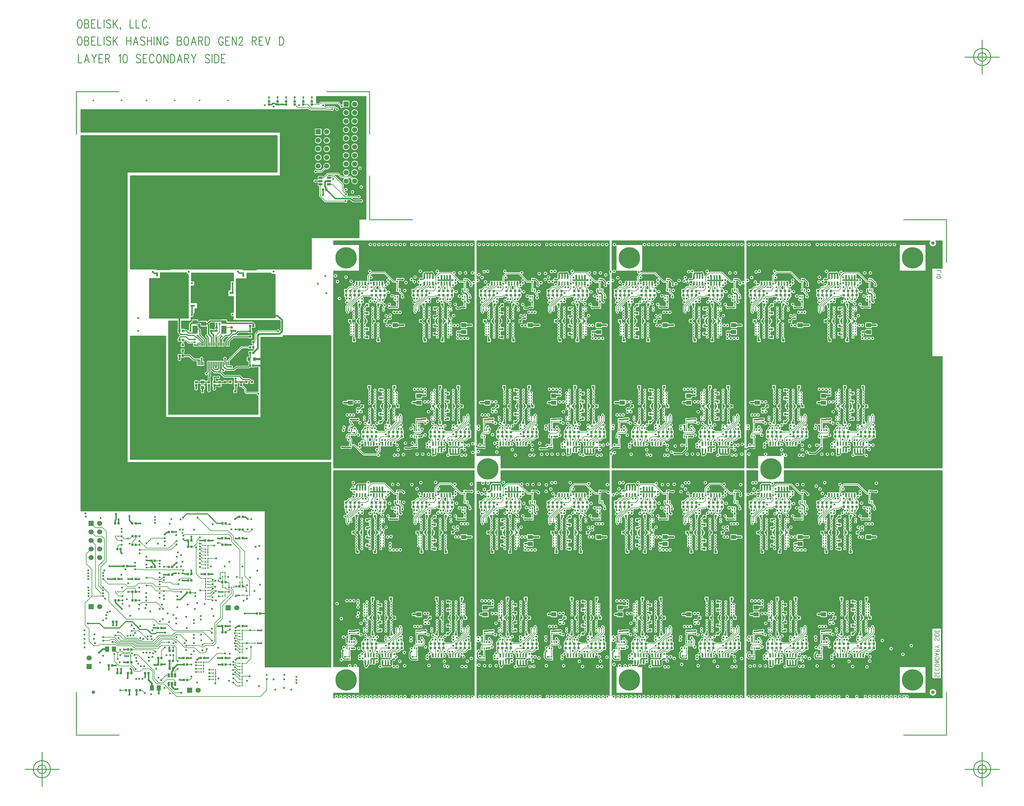
<source format=gbr>
*
*
G04 PADS 9.2 Build Number: 414666 generated Gerber (RS-274-X) file*
G04 PC Version=2.1*
*
%IN "SC1B_REVD_ARC.pcb"*%
*
%MOIN*%
*
%FSLAX24Y24*%
*
*
*
*
G04 PC Standard Apertures*
*
*
G04 Thermal Relief Aperture macro.*
%AMTER*
1,1,$1,0,0*
1,0,$1-$2,0,0*
21,0,$3,$4,0,0,45*
21,0,$3,$4,0,0,135*
%
*
*
G04 Annular Aperture macro.*
%AMANN*
1,1,$1,0,0*
1,0,$2,0,0*
%
*
*
G04 Odd Aperture macro.*
%AMODD*
1,1,$1,0,0*
1,0,$1-0.005,0,0*
%
*
*
G04 PC Custom Aperture Macros*
*
*
*
*
*
*
G04 PC Aperture Table*
*
%ADD010C,0.001*%
%ADD013R,0.06X0.06*%
%ADD014C,0.06*%
%ADD015C,0.25*%
%ADD017R,0.04X0.038*%
%ADD023R,0.027X0.027*%
%ADD025C,0.02*%
%ADD026C,0.04*%
%ADD028C,0.01*%
%ADD029C,0.007*%
%ADD031C,0.015*%
%ADD032C,0.005*%
%ADD035C,0.025*%
%ADD040C,0.024*%
%ADD049R,0.045X0.025*%
%ADD050R,0.03X0.03*%
%ADD063C,0.008*%
%ADD064C,0.012*%
%ADD116R,0.038X0.04*%
%ADD130C,0.011*%
%ADD138R,0.06X0.05*%
%ADD148R,0.025X0.045*%
%ADD169R,0.017X0.045*%
%ADD197R,0.016X0.018*%
%ADD199R,0.018X0.016*%
%ADD287R,0.024X0.045*%
%ADD289R,0.05X0.06*%
%ADD290R,0.01654X0.02362*%
%ADD293R,0.029X0.029*%
%ADD295R,0.024X0.05*%
%ADD296R,0.05X0.024*%
%ADD301R,0.105X0.105*%
%ADD302C,0.105*%
%ADD313C,0.018*%
%ADD314R,0.012X0.042*%
%ADD315R,0.187X0.108*%
%ADD316R,0.059X0.095*%
%ADD317R,0.059X0.041*%
%ADD318C,0.022*%
*
*
*
*
G04 PC Circuitry*
G04 Layer Name SC1B_REVD_ARC.pcb - circuitry*
%LPD*%
*
*
G04 PC Custom Flashes*
G04 Layer Name SC1B_REVD_ARC.pcb - flashes*
%LPD*%
*
*
G04 PC Circuitry*
G04 Layer Name SC1B_REVD_ARC.pcb - circuitry*
%LPD*%
*
G54D10*
G54D13*
G01X48250Y90500D03*
X21750Y44750D03*
X29750Y84500D03*
X31500Y56187D03*
X41750Y84500D03*
X40500Y56187D03*
X36000D03*
X35750Y84500D03*
X33250Y25250D03*
X21500Y28000D03*
X21750Y35000D03*
X37750Y34875D03*
X51500Y93750D03*
G54D14*
X49250Y90500D03*
X48250Y89500D03*
X49250D03*
X48250Y88500D03*
X49250D03*
X48250Y87500D03*
X49250D03*
X48250Y86500D03*
X49250D03*
X22750Y44750D03*
X21750Y43750D03*
X22750D03*
X21750Y42750D03*
X22750D03*
X21750Y41750D03*
X22750D03*
X21750Y40750D03*
X22750D03*
X29750Y86468D03*
X31500Y58155D03*
X41750Y86468D03*
X40500Y58155D03*
X36000D03*
X35750Y86468D03*
X34250Y25250D03*
X21500Y29000D03*
X22750Y35000D03*
X38750Y34875D03*
X52500Y93750D03*
X51500Y92750D03*
X52500D03*
X51500Y91750D03*
X52500D03*
X51500Y90750D03*
X52500D03*
X51500Y89750D03*
X52500D03*
X51500Y88750D03*
X52500D03*
X51500Y87750D03*
X52500D03*
X51500Y86750D03*
X52500D03*
X51500Y85750D03*
X52500D03*
X51500Y84750D03*
X52500D03*
G54D15*
X51496Y26437D03*
X84566Y75767D03*
X117637D03*
X101102Y51102D03*
X68031D03*
X51496Y75767D03*
X84566Y26437D03*
X117637D03*
G54D17*
X34750Y60622D03*
Y61252D03*
G54D23*
X26430Y30000D03*
X26070D03*
X47500Y94054D03*
Y93694D03*
X46500Y94054D03*
Y93694D03*
X45500Y94054D03*
Y93694D03*
X26930Y36750D03*
X26570D03*
Y43250D03*
X26930D03*
Y35750D03*
X26570D03*
X26930Y42250D03*
X26570D03*
X25180Y41750D03*
X24820D03*
X24570Y35750D03*
X24930D03*
X28820Y39625D03*
X29180D03*
Y40375D03*
X28820D03*
X30820Y39625D03*
X31180D03*
X40320Y67812D03*
X40680D03*
X40320Y67187D03*
X40680D03*
X40320Y66562D03*
X40680D03*
Y64687D03*
X40320D03*
X38930Y60187D03*
X38570D03*
X36375Y67617D03*
Y67257D03*
X40320Y63187D03*
X40680D03*
X36750Y61242D03*
Y60882D03*
X32070Y64937D03*
X32430D03*
X32070Y64312D03*
X32430D03*
X37375Y61242D03*
Y60882D03*
X35500D03*
Y61242D03*
X34000D03*
Y60882D03*
X32070Y66187D03*
X32430D03*
X40320Y65312D03*
X40680D03*
X32070Y65562D03*
X32430D03*
X40320Y65937D03*
X40680D03*
X42500Y94054D03*
Y93694D03*
X37070Y44750D03*
X37430D03*
X39070Y44000D03*
X39430D03*
X43500Y94054D03*
Y93694D03*
X44500Y94054D03*
Y93694D03*
X37070Y32000D03*
X37430D03*
Y42250D03*
X37070D03*
Y28250D03*
X37430D03*
X33070Y42000D03*
X33430D03*
X32570Y28250D03*
X32930D03*
X33070Y38063D03*
X33430D03*
X29930Y29000D03*
X29570D03*
X32935Y26456D03*
X32575D03*
X33305Y36625D03*
X32945D03*
X41120Y34200D03*
X41480D03*
X39250Y60895D03*
Y61255D03*
G54D25*
X22000Y94175D03*
X25300D03*
X28200D03*
X31500D03*
X34400D03*
X37700D03*
X30900Y28675D02*
Y28250D01*
Y27775*
X28850Y25500D02*
Y26050D01*
X28450Y26450*
X31175Y26975D02*
Y27400D01*
X31300Y27525*
Y27775*
X31350*
X31825Y28250*
X31850Y25375D02*
X31450D01*
X31175Y25650*
Y25975*
X22650Y29600D02*
X23100Y30050D01*
X23600*
X30900Y29825D02*
X30875D01*
Y30225*
X59350Y34100D02*
X60000D01*
Y34900D02*
Y34987D01*
X60724*
X67200Y34100D02*
X67750D01*
Y34900D02*
Y35000D01*
X68598*
X75125Y34100D02*
X75750D01*
Y34900D02*
X75775Y34925D01*
Y34987*
X76472*
X82950Y34100D02*
X83500D01*
Y34900D02*
X83525Y34925D01*
Y34987*
X84346*
X90825Y34100D02*
X91500D01*
Y34900D02*
Y34987D01*
X92220*
X98750Y34100D02*
X99375D01*
Y34900D02*
X99256Y34906D01*
Y34981*
X99262Y34987*
X100094*
X106625Y34100D02*
X107250D01*
Y34900D02*
X107881D01*
X107968Y34987*
X66075Y43150D02*
X65250D01*
Y42350D02*
X65287Y42387D01*
X64524*
X73975Y43150D02*
X73000D01*
Y42350D02*
X72963Y42387D01*
X72398*
X81825Y43150D02*
X81000D01*
Y42350D02*
X80975Y42375D01*
Y42387*
X80272*
X89700Y43150D02*
X88750D01*
Y42350D02*
X88713Y42387D01*
X88146*
X97575Y43150D02*
X96750D01*
Y42350D02*
Y42387D01*
X96020*
X105450Y43150D02*
X104500D01*
Y42350D02*
Y42387D01*
X103894*
X113300Y43150D02*
X112500D01*
Y42350D02*
X112463Y42387D01*
X111768*
X55090Y53661D02*
X55100D01*
X69500Y52775D02*
Y52799D01*
X69500D02*
X69499Y52800D01*
X85250Y52775D02*
X85251Y52776D01*
X93125Y52775D02*
X93150D01*
X108875D02*
Y52793D01*
X108868Y52800*
X35500Y60250D02*
Y60882D01*
X51275Y58850D02*
X52000D01*
Y59650D02*
X52788D01*
X52788D02*
X52850Y59711D01*
X59325Y58850D02*
X60000D01*
Y59650D02*
Y59711D01*
X60724*
X67200Y58850D02*
X68000D01*
Y59650D02*
X68536D01*
X68536D02*
X68598Y59711D01*
X75125Y58850D02*
X75750D01*
Y59650D02*
Y59711D01*
X76472*
X82950Y58850D02*
X83750D01*
Y59650D02*
X84284D01*
X84284D02*
X84346Y59711D01*
X90875Y58850D02*
X91500D01*
Y59650D02*
Y59686D01*
X91475Y59711*
X92220*
X98750Y58850D02*
X99500D01*
Y59650D02*
X99525Y59675D01*
Y59711*
X100094*
X106600Y58850D02*
X107250D01*
Y59650D02*
Y59686D01*
X107225Y59711*
X107968*
X40680Y63187D02*
X41825D01*
X32050Y67250D02*
Y68950D01*
X32000Y69075*
X32250*
X38575Y67250D02*
Y67200D01*
Y67237*
X38125*
X40680Y64687D02*
X41200Y65207D01*
Y66700*
X41375Y66875*
X43750*
X44050Y67175*
Y68500*
X43475Y69000*
X42500*
X58200Y67900D02*
X57250D01*
Y67100D02*
X56661D01*
X56650Y67111*
X66100Y67900D02*
X65250D01*
Y67100D02*
X65238Y67111D01*
X65238D02*
X64524D01*
X74000Y67900D02*
X73000D01*
Y67100D02*
X72988Y67111D01*
X72988D02*
X72398D01*
X81850Y67900D02*
X81000D01*
Y67100D02*
X80988Y67111D01*
X80988D02*
X80272D01*
X89700Y67900D02*
X88750D01*
Y67100D02*
X88738Y67111D01*
X88738D02*
X88146D01*
X97600Y67900D02*
X96750D01*
Y67100D02*
X96738Y67111D01*
X96738D02*
X96020D01*
X105500Y67900D02*
X104500D01*
Y67100D02*
X104488Y67111D01*
X104488D02*
X103894D01*
X113350Y67900D02*
X112500D01*
Y67100D02*
X112488Y67111D01*
X112488D02*
X111768D01*
X30750Y73000D02*
Y73805D01*
X30425Y73830*
X31250Y73000D02*
Y73805D01*
X30925Y73830*
X40000Y73375D02*
X40500D01*
Y73817*
X40000D02*
Y73375D01*
X40500*
X40000D02*
Y73817D01*
X40500Y73375D02*
X41000D01*
Y73817*
X41250Y73000D02*
X41000D01*
Y73375*
X40500*
X49175Y83775D02*
X49150Y83800D01*
Y84000*
X49050Y84100*
Y84650*
X49150Y84750*
X49500*
G54D26*
X120000Y77500D03*
Y25000D03*
X22000D03*
G54D28*
X20324Y101614D02*
X20256Y101567D01*
X20256D02*
X20188Y101473D01*
X20188D02*
X20154Y101380D01*
X20120Y101239*
Y101005*
X20154Y100864*
X20188Y100770*
X20188D02*
X20256Y100676D01*
X20256D02*
X20324Y100630D01*
X20324D02*
X20460D01*
X20460D02*
X20529Y100676D01*
X20529D02*
X20597Y100770D01*
X20597D02*
X20631Y100864D01*
X20665Y101005*
Y101239*
X20631Y101380*
X20597Y101473*
X20597D02*
X20529Y101567D01*
X20529D02*
X20460Y101614D01*
X20460D02*
X20324D01*
X20972D02*
Y100630D01*
Y101614D02*
X21279D01*
X21381Y101567*
X21381D02*
X21415Y101520D01*
X21415D02*
X21449Y101426D01*
X21449D02*
Y101333D01*
X21449D02*
X21415Y101239D01*
X21381Y101192*
X21381D02*
X21279Y101145D01*
X20972D02*
X21279D01*
X21279D02*
X21381Y101098D01*
X21381D02*
X21415Y101051D01*
X21415D02*
X21449Y100958D01*
X21449D02*
Y100817D01*
X21449D02*
X21415Y100723D01*
X21415D02*
X21381Y100676D01*
X21381D02*
X21279Y100630D01*
X20972*
X21756Y101614D02*
Y100630D01*
Y101614D02*
X22199D01*
X21756Y101145D02*
X22029D01*
X21756Y100630D02*
X22199D01*
X22506Y101614D02*
Y100630D01*
X22915*
X23222Y101614D02*
Y100630D01*
X24006Y101473D02*
X23938Y101567D01*
X23938D02*
X23835Y101614D01*
X23835D02*
X23699D01*
X23699D02*
X23597Y101567D01*
X23597D02*
X23529Y101473D01*
X23529D02*
Y101380D01*
X23563Y101286*
X23597Y101239*
X23665Y101192*
X23665D02*
X23870Y101098D01*
X23870D02*
X23938Y101051D01*
X23938D02*
X23972Y101005D01*
X24006Y100911*
Y100770*
X24006D02*
X23938Y100676D01*
X23938D02*
X23835Y100630D01*
X23835D02*
X23699D01*
X23699D02*
X23597Y100676D01*
X23597D02*
X23529Y100770D01*
X24313Y101614D02*
Y100630D01*
X24790Y101614D02*
X24313Y100958D01*
X24483Y101192D02*
X24790Y100630D01*
X25881Y101614D02*
Y100630D01*
X26358Y101614D02*
Y100630D01*
X25881Y101145D02*
X26358D01*
X26938Y101614D02*
X26665Y100630D01*
X26938Y101614D02*
X27210Y100630D01*
X26767Y100958D02*
X27108D01*
X27995Y101473D02*
X27926Y101567D01*
X27926D02*
X27824Y101614D01*
X27824D02*
X27688D01*
X27585Y101567*
X27585D02*
X27517Y101473D01*
X27517D02*
Y101380D01*
X27517D02*
X27551Y101286D01*
X27551D02*
X27585Y101239D01*
X27585D02*
X27654Y101192D01*
X27654D02*
X27858Y101098D01*
X27858D02*
X27926Y101051D01*
X27926D02*
X27960Y101005D01*
X27960D02*
X27995Y100911D01*
Y100770*
X27995D02*
X27926Y100676D01*
X27926D02*
X27824Y100630D01*
X27824D02*
X27688D01*
X27585Y100676*
X27585D02*
X27517Y100770D01*
X28301Y101614D02*
Y100630D01*
X28779Y101614D02*
Y100630D01*
X28301Y101145D02*
X28779D01*
X29085Y101614D02*
Y100630D01*
X29392Y101614D02*
Y100630D01*
Y101614D02*
X29870Y100630D01*
Y101614D02*
Y100630D01*
X30688Y101380D02*
X30654Y101473D01*
X30654D02*
X30585Y101567D01*
X30585D02*
X30517Y101614D01*
X30517D02*
X30381D01*
X30313Y101567*
X30313D02*
X30245Y101473D01*
X30245D02*
X30210Y101380D01*
X30210D02*
X30176Y101239D01*
X30176D02*
Y101005D01*
X30176D02*
X30210Y100864D01*
X30210D02*
X30245Y100770D01*
X30245D02*
X30313Y100676D01*
X30313D02*
X30381Y100630D01*
X30517*
X30517D02*
X30585Y100676D01*
X30585D02*
X30654Y100770D01*
X30654D02*
X30688Y100864D01*
Y101005*
X30517D02*
X30688D01*
X31779Y101614D02*
Y100630D01*
Y101614D02*
X32085D01*
X32085D02*
X32188Y101567D01*
X32188D02*
X32222Y101520D01*
X32222D02*
X32256Y101426D01*
X32256D02*
Y101333D01*
X32222Y101239*
X32188Y101192*
X32188D02*
X32085Y101145D01*
X31779D02*
X32085D01*
X32085D02*
X32188Y101098D01*
X32188D02*
X32222Y101051D01*
X32222D02*
X32256Y100958D01*
Y100817*
X32256D02*
X32222Y100723D01*
X32222D02*
X32188Y100676D01*
X32188D02*
X32085Y100630D01*
X32085D02*
X31779D01*
X32767Y101614D02*
X32699Y101567D01*
X32699D02*
X32631Y101473D01*
X32631D02*
X32597Y101380D01*
X32563Y101239*
Y101005*
X32597Y100864*
X32631Y100770*
X32631D02*
X32699Y100676D01*
X32699D02*
X32767Y100630D01*
X32767D02*
X32904D01*
X32972Y100676*
X32972D02*
X33040Y100770D01*
X33040D02*
X33074Y100864D01*
X33074D02*
X33108Y101005D01*
X33108D02*
Y101239D01*
X33108D02*
X33074Y101380D01*
X33074D02*
X33040Y101473D01*
X33040D02*
X32972Y101567D01*
X32972D02*
X32904Y101614D01*
X32767*
X33688D02*
X33415Y100630D01*
X33688Y101614D02*
X33960Y100630D01*
X33517Y100958D02*
X33858D01*
X34267Y101614D02*
Y100630D01*
Y101614D02*
X34574D01*
X34574D02*
X34676Y101567D01*
X34676D02*
X34710Y101520D01*
X34710D02*
X34745Y101426D01*
X34745D02*
Y101333D01*
X34710Y101239*
X34710D02*
X34676Y101192D01*
X34676D02*
X34574Y101145D01*
X34574D02*
X34267D01*
X34506D02*
X34745Y100630D01*
X35051Y101614D02*
Y100630D01*
Y101614D02*
X35290D01*
X35392Y101567*
X35392D02*
X35460Y101473D01*
X35460D02*
X35495Y101380D01*
X35529Y101239*
Y101005*
X35495Y100864*
X35460Y100770*
X35460D02*
X35392Y100676D01*
X35392D02*
X35290Y100630D01*
X35051*
X37131Y101380D02*
X37097Y101473D01*
X37097D02*
X37029Y101567D01*
X37029D02*
X36960Y101614D01*
X36960D02*
X36824D01*
X36824D02*
X36756Y101567D01*
X36756D02*
X36688Y101473D01*
X36688D02*
X36654Y101380D01*
X36620Y101239*
Y101005*
X36654Y100864*
X36688Y100770*
X36688D02*
X36756Y100676D01*
X36756D02*
X36824Y100630D01*
X36824D02*
X36960D01*
X36960D02*
X37029Y100676D01*
X37029D02*
X37097Y100770D01*
X37097D02*
X37131Y100864D01*
Y101005*
X36960D02*
X37131D01*
X37438Y101614D02*
Y100630D01*
Y101614D02*
X37881D01*
X37438Y101145D02*
X37710D01*
X37438Y100630D02*
X37881D01*
X38188Y101614D02*
Y100630D01*
Y101614D02*
X38665Y100630D01*
Y101614D02*
Y100630D01*
X39006Y101380D02*
Y101426D01*
X39006D02*
X39040Y101520D01*
X39040D02*
X39074Y101567D01*
X39074D02*
X39142Y101614D01*
X39142D02*
X39279D01*
X39347Y101567*
X39347D02*
X39381Y101520D01*
X39381D02*
X39415Y101426D01*
X39415D02*
Y101333D01*
X39381Y101239*
X39313Y101098*
X39313D02*
X38972Y100630D01*
X39449*
X40540Y101614D02*
Y100630D01*
Y101614D02*
X40847D01*
X40949Y101567*
X40949D02*
X40983Y101520D01*
X40983D02*
X41017Y101426D01*
X41017D02*
Y101333D01*
X41017D02*
X40983Y101239D01*
X40983D02*
X40949Y101192D01*
X40949D02*
X40847Y101145D01*
X40847D02*
X40540D01*
X40779D02*
X41017Y100630D01*
X41324Y101614D02*
Y100630D01*
Y101614D02*
X41767D01*
X41324Y101145D02*
X41597D01*
X41324Y100630D02*
X41767D01*
X42074Y101614D02*
X42347Y100630D01*
X42620Y101614D02*
X42347Y100630D01*
X43710Y101614D02*
Y100630D01*
Y101614D02*
X43949D01*
X43949D02*
X44051Y101567D01*
X44051D02*
X44120Y101473D01*
X44120D02*
X44154Y101380D01*
X44188Y101239*
Y101005*
X44154Y100864*
X44120Y100770*
X44120D02*
X44051Y100676D01*
X44051D02*
X43949Y100630D01*
X43949D02*
X43710D01*
X20324Y103614D02*
X20256Y103567D01*
X20256D02*
X20188Y103473D01*
X20188D02*
X20154Y103380D01*
X20120Y103239*
Y103005*
X20154Y102864*
X20188Y102770*
X20188D02*
X20256Y102676D01*
X20256D02*
X20324Y102630D01*
X20324D02*
X20460D01*
X20460D02*
X20529Y102676D01*
X20529D02*
X20597Y102770D01*
X20597D02*
X20631Y102864D01*
X20665Y103005*
Y103239*
X20631Y103380*
X20597Y103473*
X20597D02*
X20529Y103567D01*
X20529D02*
X20460Y103614D01*
X20460D02*
X20324D01*
X20972D02*
Y102630D01*
Y103614D02*
X21279D01*
X21381Y103567*
X21381D02*
X21415Y103520D01*
X21415D02*
X21449Y103426D01*
X21449D02*
Y103333D01*
X21449D02*
X21415Y103239D01*
X21381Y103192*
X21381D02*
X21279Y103145D01*
X20972D02*
X21279D01*
X21279D02*
X21381Y103098D01*
X21381D02*
X21415Y103051D01*
X21415D02*
X21449Y102958D01*
X21449D02*
Y102817D01*
X21449D02*
X21415Y102723D01*
X21415D02*
X21381Y102676D01*
X21381D02*
X21279Y102630D01*
X20972*
X21756Y103614D02*
Y102630D01*
Y103614D02*
X22199D01*
X21756Y103145D02*
X22029D01*
X21756Y102630D02*
X22199D01*
X22506Y103614D02*
Y102630D01*
X22915*
X23222Y103614D02*
Y102630D01*
X24006Y103473D02*
X23938Y103567D01*
X23938D02*
X23835Y103614D01*
X23835D02*
X23699D01*
X23699D02*
X23597Y103567D01*
X23597D02*
X23529Y103473D01*
X23529D02*
Y103380D01*
X23563Y103286*
X23597Y103239*
X23665Y103192*
X23665D02*
X23870Y103098D01*
X23870D02*
X23938Y103051D01*
X23938D02*
X23972Y103005D01*
X24006Y102911*
Y102770*
X24006D02*
X23938Y102676D01*
X23938D02*
X23835Y102630D01*
X23835D02*
X23699D01*
X23699D02*
X23597Y102676D01*
X23597D02*
X23529Y102770D01*
X24313Y103614D02*
Y102630D01*
X24790Y103614D02*
X24313Y102958D01*
X24483Y103192D02*
X24790Y102630D01*
X25165Y102676D02*
X25131Y102630D01*
X25097Y102676*
X25097D02*
X25131Y102723D01*
X25131D02*
X25165Y102676D01*
X25165D02*
Y102583D01*
X25131Y102489*
X25097Y102442*
X26256Y103614D02*
Y102630D01*
X26665*
X26972Y103614D02*
Y102630D01*
X27381*
X28199Y103380D02*
X28165Y103473D01*
X28165D02*
X28097Y103567D01*
X28097D02*
X28029Y103614D01*
X27892*
X27892D02*
X27824Y103567D01*
X27824D02*
X27756Y103473D01*
X27756D02*
X27722Y103380D01*
X27688Y103239*
Y103005*
X27722Y102864*
X27756Y102770*
X27756D02*
X27824Y102676D01*
X27824D02*
X27892Y102630D01*
X27892D02*
X28029D01*
X28097Y102676*
X28097D02*
X28165Y102770D01*
X28165D02*
X28199Y102864D01*
X28540Y102723D02*
X28506Y102676D01*
X28506D02*
X28540Y102630D01*
X28574Y102676*
X28574D02*
X28540Y102723D01*
X20230Y99559D02*
Y98575D01*
X20639*
X21218Y99559D02*
X20945Y98575D01*
X21218Y99559D02*
X21491Y98575D01*
X21048Y98903D02*
X21389D01*
X21798Y99559D02*
X22070Y99090D01*
X22070D02*
Y98575D01*
X22343Y99559D02*
X22070Y99090D01*
X22650Y99559D02*
Y98575D01*
Y99559D02*
X23093D01*
X22650Y99090D02*
X22923D01*
X22650Y98575D02*
X23093D01*
X23400Y99559D02*
Y98575D01*
Y99559D02*
X23707D01*
X23809Y99512*
X23809D02*
X23843Y99465D01*
X23843D02*
X23877Y99371D01*
X23877D02*
Y99278D01*
X23877D02*
X23843Y99184D01*
X23843D02*
X23809Y99137D01*
X23809D02*
X23707Y99090D01*
X23707D02*
X23400D01*
X23639D02*
X23877Y98575D01*
X24968Y99371D02*
X25036Y99418D01*
X25036D02*
X25139Y99559D01*
Y98575*
X25650Y99559D02*
X25548Y99512D01*
X25548D02*
X25480Y99371D01*
X25480D02*
X25445Y99137D01*
X25445D02*
Y98996D01*
X25445D02*
X25480Y98762D01*
X25480D02*
X25548Y98621D01*
X25548D02*
X25650Y98575D01*
X25718*
X25718D02*
X25820Y98621D01*
X25820D02*
X25889Y98762D01*
X25889D02*
X25923Y98996D01*
X25923D02*
Y99137D01*
X25923D02*
X25889Y99371D01*
X25889D02*
X25820Y99512D01*
X25820D02*
X25718Y99559D01*
X25718D02*
X25650D01*
X27491Y99418D02*
X27423Y99512D01*
X27423D02*
X27320Y99559D01*
X27320D02*
X27184D01*
X27184D02*
X27082Y99512D01*
X27082D02*
X27014Y99418D01*
X27014D02*
Y99325D01*
X27048Y99231*
X27082Y99184*
X27150Y99137*
X27150D02*
X27355Y99043D01*
X27355D02*
X27423Y98996D01*
X27423D02*
X27457Y98950D01*
X27491Y98856*
Y98715*
X27491D02*
X27423Y98621D01*
X27423D02*
X27320Y98575D01*
X27320D02*
X27184D01*
X27184D02*
X27082Y98621D01*
X27082D02*
X27014Y98715D01*
X27798Y99559D02*
Y98575D01*
Y99559D02*
X28241D01*
X27798Y99090D02*
X28070D01*
X27798Y98575D02*
X28241D01*
X29059Y99325D02*
X29025Y99418D01*
X29025D02*
X28957Y99512D01*
X28957D02*
X28889Y99559D01*
X28752*
X28752D02*
X28684Y99512D01*
X28684D02*
X28616Y99418D01*
X28616D02*
X28582Y99325D01*
X28548Y99184*
Y98950*
X28582Y98809*
X28616Y98715*
X28616D02*
X28684Y98621D01*
X28684D02*
X28752Y98575D01*
X28752D02*
X28889D01*
X28957Y98621*
X28957D02*
X29025Y98715D01*
X29025D02*
X29059Y98809D01*
X29570Y99559D02*
X29502Y99512D01*
X29502D02*
X29434Y99418D01*
X29434D02*
X29400Y99325D01*
X29366Y99184*
Y98950*
X29400Y98809*
X29434Y98715*
X29434D02*
X29502Y98621D01*
X29502D02*
X29570Y98575D01*
X29570D02*
X29707D01*
X29775Y98621*
X29775D02*
X29843Y98715D01*
X29843D02*
X29877Y98809D01*
X29877D02*
X29911Y98950D01*
X29911D02*
Y99184D01*
X29911D02*
X29877Y99325D01*
X29877D02*
X29843Y99418D01*
X29843D02*
X29775Y99512D01*
X29775D02*
X29707Y99559D01*
X29570*
X30218D02*
Y98575D01*
Y99559D02*
X30695Y98575D01*
Y99559D02*
Y98575D01*
X31002Y99559D02*
Y98575D01*
Y99559D02*
X31241D01*
X31343Y99512*
X31343D02*
X31411Y99418D01*
X31411D02*
X31445Y99325D01*
X31445D02*
X31480Y99184D01*
Y98950*
X31445Y98809*
X31445D02*
X31411Y98715D01*
X31411D02*
X31343Y98621D01*
X31343D02*
X31241Y98575D01*
X31002*
X32059Y99559D02*
X31786Y98575D01*
X32059Y99559D02*
X32332Y98575D01*
X31889Y98903D02*
X32230D01*
X32639Y99559D02*
Y98575D01*
Y99559D02*
X32945D01*
X32945D02*
X33048Y99512D01*
X33048D02*
X33082Y99465D01*
X33082D02*
X33116Y99371D01*
X33116D02*
Y99278D01*
X33082Y99184*
X33048Y99137*
X33048D02*
X32945Y99090D01*
X32945D02*
X32639D01*
X32877D02*
X33116Y98575D01*
X33423Y99559D02*
X33695Y99090D01*
X33695D02*
Y98575D01*
X33968Y99559D02*
X33695Y99090D01*
X35536Y99418D02*
X35468Y99512D01*
X35468D02*
X35366Y99559D01*
X35230*
X35127Y99512*
X35127D02*
X35059Y99418D01*
X35059D02*
Y99325D01*
X35059D02*
X35093Y99231D01*
X35093D02*
X35127Y99184D01*
X35127D02*
X35195Y99137D01*
X35195D02*
X35400Y99043D01*
X35400D02*
X35468Y98996D01*
X35468D02*
X35502Y98950D01*
X35502D02*
X35536Y98856D01*
X35536D02*
Y98715D01*
X35536D02*
X35468Y98621D01*
X35468D02*
X35366Y98575D01*
X35230*
X35127Y98621*
X35127D02*
X35059Y98715D01*
X35843Y99559D02*
Y98575D01*
X36150Y99559D02*
Y98575D01*
Y99559D02*
X36389D01*
X36491Y99512*
X36491D02*
X36559Y99418D01*
X36559D02*
X36593Y99325D01*
X36593D02*
X36627Y99184D01*
X36627D02*
Y98950D01*
X36627D02*
X36593Y98809D01*
X36593D02*
X36559Y98715D01*
X36559D02*
X36491Y98621D01*
X36491D02*
X36389Y98575D01*
X36150*
X36934Y99559D02*
Y98575D01*
Y99559D02*
X37377D01*
X36934Y99090D02*
X37207D01*
X36934Y98575D02*
X37377D01*
X56775Y28550D02*
X56750Y28553D01*
X56800Y28603*
Y28650*
X56771Y33385D02*
X57114Y33693D01*
X57122Y33700D02*
X56771Y34015D01*
X64645Y33385D02*
X64988Y33693D01*
X64996Y33700D02*
X64645Y34015D01*
X72519Y33385D02*
X72862Y33693D01*
X72870Y33700D02*
X72519Y34015D01*
X80393Y33385D02*
X80736Y33693D01*
X80744Y33700D02*
X80393Y34015D01*
X88267Y33385D02*
X88610Y33693D01*
X88618Y33700D02*
X88267Y34015D01*
X96141Y33385D02*
X96484Y33693D01*
X96492Y33700D02*
X96141Y34015D01*
X104015Y33385D02*
X104358Y33693D01*
X104366Y33700D02*
X104015Y34015D01*
X111889Y33385D02*
X112232Y33693D01*
X112240Y33700D02*
X111889Y34015D01*
X52373Y43669D02*
X52716Y43976D01*
Y43346D02*
X52365Y43661D01*
X60247Y43669D02*
X60590Y43976D01*
Y43346D02*
X60239Y43661D01*
X68121Y43669D02*
X68464Y43976D01*
Y43346D02*
X68113Y43661D01*
X75995Y43669D02*
X76338Y43976D01*
Y43346D02*
X75987Y43661D01*
X83869Y43669D02*
X84212Y43976D01*
Y43346D02*
X83861Y43661D01*
X91743Y43669D02*
X92086Y43976D01*
Y43346D02*
X91735Y43661D01*
X99617Y43669D02*
X99960Y43976D01*
Y43346D02*
X99609Y43661D01*
X107491Y43669D02*
X107834Y43976D01*
Y43346D02*
X107483Y43661D01*
X52725Y48845D02*
Y48850D01*
X56771Y58110D02*
X57114Y58417D01*
X57122Y58425D02*
X56771Y58740D01*
X64645Y58110D02*
X64988Y58417D01*
X64996Y58425D02*
X64645Y58740D01*
X72519Y58110D02*
X72862Y58417D01*
X72870Y58425D02*
X72519Y58740D01*
X80393Y58110D02*
X80736Y58417D01*
X80744Y58425D02*
X80393Y58740D01*
X88267Y58110D02*
X88610Y58417D01*
X88618Y58425D02*
X88267Y58740D01*
X96141Y58110D02*
X96484Y58417D01*
X96492Y58425D02*
X96141Y58740D01*
X104015Y58110D02*
X104358Y58417D01*
X104366Y58425D02*
X104015Y58740D01*
X111889Y58110D02*
X112232Y58417D01*
X112240Y58425D02*
X111889Y58740D01*
X52373Y68393D02*
X52716Y68700D01*
Y68070D02*
X52365Y68385D01*
X60247Y68393D02*
X60590Y68700D01*
Y68070D02*
X60239Y68385D01*
X68121Y68393D02*
X68464Y68700D01*
Y68070D02*
X68113Y68385D01*
X75995Y68393D02*
X76338Y68700D01*
Y68070D02*
X75987Y68385D01*
X83869Y68393D02*
X84212Y68700D01*
Y68070D02*
X83861Y68385D01*
X91743Y68393D02*
X92086Y68700D01*
Y68070D02*
X91735Y68385D01*
X99617Y68393D02*
X99960Y68700D01*
Y68070D02*
X99609Y68385D01*
X107491Y68393D02*
X107834Y68700D01*
Y68070D02*
X107483Y68385D01*
X38325Y74012D02*
X33425D01*
Y73087*
X33800*
Y72512*
X33400*
Y70550*
X34125*
Y69850*
X33825*
Y68862*
X34074*
X34074D02*
X37950D01*
Y69437*
X38325*
Y71287*
X37700*
Y72037*
X37975*
Y73087*
X38325*
Y74012*
X39900D02*
Y73337D01*
X38675*
Y68787*
X43200*
Y73862*
X42725*
Y74012*
X39900*
X29800Y74037D02*
Y73362D01*
X28550*
Y68737*
X33075*
Y73812*
X33029*
X32804Y74037*
X29800*
X49700Y66700D02*
Y52237D01*
X26300*
Y66637*
X30450*
Y57137*
X41550*
Y66512*
X44150*
Y66700*
X49700*
X20550Y46191D02*
Y69950D01*
X25950*
Y51887*
X49700*
Y27975*
X42050*
Y46191*
X42050D02*
X20550D01*
Y90487D02*
X43800D01*
Y85387*
X26300*
Y74487*
X47450*
Y92641*
X46979Y93112*
X20550*
Y90487*
X30800Y58950D02*
X41200D01*
Y57550*
X30800*
Y58950*
X20550Y69800D02*
X25950D01*
Y85800*
X43450*
Y90075*
X20550*
Y69800*
X33425Y73991D02*
X38325D01*
X33425Y73901D02*
X38325D01*
X33425Y73811D02*
X38325D01*
X33425Y73721D02*
X38325D01*
X33425Y73631D02*
X38325D01*
X33425Y73541D02*
X38325D01*
X33425Y73451D02*
X38325D01*
X33425Y73361D02*
X38325D01*
X33425Y73271D02*
X38325D01*
X33425Y73181D02*
X38325D01*
X33425Y73091D02*
X38325D01*
X33400Y71201D02*
X38325D01*
X33400Y71111D02*
X38325D01*
X33400Y71021D02*
X38325D01*
X33400Y70931D02*
X38325D01*
X33400Y70841D02*
X38325D01*
X33400Y70751D02*
X38325D01*
X33400Y70661D02*
X38325D01*
X33400Y70571D02*
X38325D01*
X34125Y70481D02*
X38325D01*
X34125Y70391D02*
X38325D01*
X34125Y70301D02*
X38325D01*
X34125Y70211D02*
X38325D01*
X34125Y70121D02*
X38325D01*
X34125Y70031D02*
X38325D01*
X34125Y69941D02*
X38325D01*
X34125Y69851D02*
X38325D01*
X33825Y69761D02*
X38325D01*
X33825Y69671D02*
X38325D01*
X33825Y69581D02*
X38325D01*
X33825Y69491D02*
X38325D01*
X33800Y73001D02*
X37975D01*
X33800Y72911D02*
X37975D01*
X33800Y72821D02*
X37975D01*
X33800Y72731D02*
X37975D01*
X33800Y72641D02*
X37975D01*
X33800Y72551D02*
X37975D01*
X33400Y72461D02*
X37975D01*
X33400Y72371D02*
X37975D01*
X33400Y72281D02*
X37975D01*
X33400Y72191D02*
X37975D01*
X33400Y72101D02*
X37975D01*
X33825Y69401D02*
X37950D01*
X33825Y69311D02*
X37950D01*
X33825Y69221D02*
X37950D01*
X33825Y69131D02*
X37950D01*
X33825Y69041D02*
X37950D01*
X33825Y68951D02*
X37950D01*
X33400Y72011D02*
X37700D01*
X33400Y71921D02*
X37700D01*
X33400Y71831D02*
X37700D01*
X33400Y71741D02*
X37700D01*
X33400Y71651D02*
X37700D01*
X33400Y71561D02*
X37700D01*
X33400Y71471D02*
X37700D01*
X33400Y71381D02*
X37700D01*
X33400Y71291D02*
X37700D01*
X39900Y73826D02*
X43200D01*
X39900Y73736D02*
X43200D01*
X39900Y73646D02*
X43200D01*
X39900Y73556D02*
X43200D01*
X39900Y73466D02*
X43200D01*
X39900Y73376D02*
X43200D01*
X38675Y73286D02*
X43200D01*
X38675Y73196D02*
X43200D01*
X38675Y73106D02*
X43200D01*
X38675Y73016D02*
X43200D01*
X38675Y72926D02*
X43200D01*
X38675Y72836D02*
X43200D01*
X38675Y72746D02*
X43200D01*
X38675Y72656D02*
X43200D01*
X38675Y72566D02*
X43200D01*
X38675Y72476D02*
X43200D01*
X38675Y72386D02*
X43200D01*
X38675Y72296D02*
X43200D01*
X38675Y72206D02*
X43200D01*
X38675Y72116D02*
X43200D01*
X38675Y72026D02*
X43200D01*
X38675Y71936D02*
X43200D01*
X38675Y71846D02*
X43200D01*
X38675Y71756D02*
X43200D01*
X38675Y71666D02*
X43200D01*
X38675Y71576D02*
X43200D01*
X38675Y71486D02*
X43200D01*
X38675Y71396D02*
X43200D01*
X38675Y71306D02*
X43200D01*
X38675Y71216D02*
X43200D01*
X38675Y71126D02*
X43200D01*
X38675Y71036D02*
X43200D01*
X38675Y70946D02*
X43200D01*
X38675Y70856D02*
X43200D01*
X38675Y70766D02*
X43200D01*
X38675Y70676D02*
X43200D01*
X38675Y70586D02*
X43200D01*
X38675Y70496D02*
X43200D01*
X38675Y70406D02*
X43200D01*
X38675Y70316D02*
X43200D01*
X38675Y70226D02*
X43200D01*
X38675Y70136D02*
X43200D01*
X38675Y70046D02*
X43200D01*
X38675Y69956D02*
X43200D01*
X38675Y69866D02*
X43200D01*
X38675Y69776D02*
X43200D01*
X38675Y69686D02*
X43200D01*
X38675Y69596D02*
X43200D01*
X38675Y69506D02*
X43200D01*
X38675Y69416D02*
X43200D01*
X38675Y69326D02*
X43200D01*
X38675Y69236D02*
X43200D01*
X38675Y69146D02*
X43200D01*
X38675Y69056D02*
X43200D01*
X38675Y68966D02*
X43200D01*
X38675Y68876D02*
X43200D01*
X39900Y74006D02*
X42725D01*
X39900Y73916D02*
X42725D01*
X29800Y73776D02*
X33075D01*
X29800Y73686D02*
X33075D01*
X29800Y73596D02*
X33075D01*
X29800Y73506D02*
X33075D01*
X29800Y73416D02*
X33075D01*
X28550Y73326D02*
X33075D01*
X28550Y73236D02*
X33075D01*
X28550Y73146D02*
X33075D01*
X28550Y73056D02*
X33075D01*
X28550Y72966D02*
X33075D01*
X28550Y72876D02*
X33075D01*
X28550Y72786D02*
X33075D01*
X28550Y72696D02*
X33075D01*
X28550Y72606D02*
X33075D01*
X28550Y72516D02*
X33075D01*
X28550Y72426D02*
X33075D01*
X28550Y72336D02*
X33075D01*
X28550Y72246D02*
X33075D01*
X28550Y72156D02*
X33075D01*
X28550Y72066D02*
X33075D01*
X28550Y71976D02*
X33075D01*
X28550Y71886D02*
X33075D01*
X28550Y71796D02*
X33075D01*
X28550Y71706D02*
X33075D01*
X28550Y71616D02*
X33075D01*
X28550Y71526D02*
X33075D01*
X28550Y71436D02*
X33075D01*
X28550Y71346D02*
X33075D01*
X28550Y71256D02*
X33075D01*
X28550Y71166D02*
X33075D01*
X28550Y71076D02*
X33075D01*
X28550Y70986D02*
X33075D01*
X28550Y70896D02*
X33075D01*
X28550Y70806D02*
X33075D01*
X28550Y70716D02*
X33075D01*
X28550Y70626D02*
X33075D01*
X28550Y70536D02*
X33075D01*
X28550Y70446D02*
X33075D01*
X28550Y70356D02*
X33075D01*
X28550Y70266D02*
X33075D01*
X28550Y70176D02*
X33075D01*
X28550Y70086D02*
X33075D01*
X28550Y69996D02*
X33075D01*
X28550Y69906D02*
X33075D01*
X28550Y69816D02*
X33075D01*
X28550Y69726D02*
X33075D01*
X28550Y69636D02*
X33075D01*
X28550Y69546D02*
X33075D01*
X28550Y69456D02*
X33075D01*
X28550Y69366D02*
X33075D01*
X28550Y69276D02*
X33075D01*
X28550Y69186D02*
X33075D01*
X28550Y69096D02*
X33075D01*
X28550Y69006D02*
X33075D01*
X28550Y68916D02*
X33075D01*
X28550Y68826D02*
X33075D01*
X29800Y73866D02*
X32974D01*
X29800Y73956D02*
X32884D01*
X44150Y66636D02*
X49700D01*
X44150Y66546D02*
X49700D01*
X41550Y66456D02*
X49700D01*
X41550Y66366D02*
X49700D01*
X41550Y66276D02*
X49700D01*
X41550Y66186D02*
X49700D01*
X41550Y66096D02*
X49700D01*
X41550Y66006D02*
X49700D01*
X41550Y65916D02*
X49700D01*
X41550Y65826D02*
X49700D01*
X41550Y65736D02*
X49700D01*
X41550Y65646D02*
X49700D01*
X41550Y65556D02*
X49700D01*
X41550Y65466D02*
X49700D01*
X41550Y65376D02*
X49700D01*
X41550Y65286D02*
X49700D01*
X41550Y65196D02*
X49700D01*
X41550Y65106D02*
X49700D01*
X41550Y65016D02*
X49700D01*
X41550Y64926D02*
X49700D01*
X41550Y64836D02*
X49700D01*
X41550Y64746D02*
X49700D01*
X41550Y64656D02*
X49700D01*
X41550Y64566D02*
X49700D01*
X41550Y64476D02*
X49700D01*
X41550Y64386D02*
X49700D01*
X41550Y64296D02*
X49700D01*
X41550Y64206D02*
X49700D01*
X41550Y64116D02*
X49700D01*
X41550Y64026D02*
X49700D01*
X41550Y63936D02*
X49700D01*
X41550Y63846D02*
X49700D01*
X41550Y63756D02*
X49700D01*
X41550Y63666D02*
X49700D01*
X41550Y63576D02*
X49700D01*
X41550Y63486D02*
X49700D01*
X41550Y63396D02*
X49700D01*
X41550Y63306D02*
X49700D01*
X41550Y63216D02*
X49700D01*
X41550Y63126D02*
X49700D01*
X41550Y63036D02*
X49700D01*
X41550Y62946D02*
X49700D01*
X41550Y62856D02*
X49700D01*
X41550Y62766D02*
X49700D01*
X41550Y62676D02*
X49700D01*
X41550Y62586D02*
X49700D01*
X41550Y62496D02*
X49700D01*
X41550Y62406D02*
X49700D01*
X41550Y62316D02*
X49700D01*
X41550Y62226D02*
X49700D01*
X41550Y62136D02*
X49700D01*
X41550Y62046D02*
X49700D01*
X41550Y61956D02*
X49700D01*
X41550Y61866D02*
X49700D01*
X41550Y61776D02*
X49700D01*
X41550Y61686D02*
X49700D01*
X41550Y61596D02*
X49700D01*
X41550Y61506D02*
X49700D01*
X41550Y61416D02*
X49700D01*
X41550Y61326D02*
X49700D01*
X41550Y61236D02*
X49700D01*
X41550Y61146D02*
X49700D01*
X41550Y61056D02*
X49700D01*
X41550Y60966D02*
X49700D01*
X41550Y60876D02*
X49700D01*
X41550Y60786D02*
X49700D01*
X41550Y60696D02*
X49700D01*
X41550Y60606D02*
X49700D01*
X41550Y60516D02*
X49700D01*
X41550Y60426D02*
X49700D01*
X41550Y60336D02*
X49700D01*
X41550Y60246D02*
X49700D01*
X41550Y60156D02*
X49700D01*
X41550Y60066D02*
X49700D01*
X41550Y59976D02*
X49700D01*
X41550Y59886D02*
X49700D01*
X41550Y59796D02*
X49700D01*
X41550Y59706D02*
X49700D01*
X41550Y59616D02*
X49700D01*
X41550Y59526D02*
X49700D01*
X41550Y59436D02*
X49700D01*
X41550Y59346D02*
X49700D01*
X41550Y59256D02*
X49700D01*
X41550Y59166D02*
X49700D01*
X41550Y59076D02*
X49700D01*
X41550Y58986D02*
X49700D01*
X41550Y58896D02*
X49700D01*
X41550Y58806D02*
X49700D01*
X41550Y58716D02*
X49700D01*
X41550Y58626D02*
X49700D01*
X41550Y58536D02*
X49700D01*
X41550Y58446D02*
X49700D01*
X41550Y58356D02*
X49700D01*
X41550Y58266D02*
X49700D01*
X41550Y58176D02*
X49700D01*
X41550Y58086D02*
X49700D01*
X41550Y57996D02*
X49700D01*
X41550Y57906D02*
X49700D01*
X41550Y57816D02*
X49700D01*
X41550Y57726D02*
X49700D01*
X41550Y57636D02*
X49700D01*
X41550Y57546D02*
X49700D01*
X41550Y57456D02*
X49700D01*
X41550Y57366D02*
X49700D01*
X41550Y57276D02*
X49700D01*
X41550Y57186D02*
X49700D01*
X26300Y57096D02*
X49700D01*
X26300Y57006D02*
X49700D01*
X26300Y56916D02*
X49700D01*
X26300Y56826D02*
X49700D01*
X26300Y56736D02*
X49700D01*
X26300Y56646D02*
X49700D01*
X26300Y56556D02*
X49700D01*
X26300Y56466D02*
X49700D01*
X26300Y56376D02*
X49700D01*
X26300Y56286D02*
X49700D01*
X26300Y56196D02*
X49700D01*
X26300Y56106D02*
X49700D01*
X26300Y56016D02*
X49700D01*
X26300Y55926D02*
X49700D01*
X26300Y55836D02*
X49700D01*
X26300Y55746D02*
X49700D01*
X26300Y55656D02*
X49700D01*
X26300Y55566D02*
X49700D01*
X26300Y55476D02*
X49700D01*
X26300Y55386D02*
X49700D01*
X26300Y55296D02*
X49700D01*
X26300Y55206D02*
X49700D01*
X26300Y55116D02*
X49700D01*
X26300Y55026D02*
X49700D01*
X26300Y54936D02*
X49700D01*
X26300Y54846D02*
X49700D01*
X26300Y54756D02*
X49700D01*
X26300Y54666D02*
X49700D01*
X26300Y54576D02*
X49700D01*
X26300Y54486D02*
X49700D01*
X26300Y54396D02*
X49700D01*
X26300Y54306D02*
X49700D01*
X26300Y54216D02*
X49700D01*
X26300Y54126D02*
X49700D01*
X26300Y54036D02*
X49700D01*
X26300Y53946D02*
X49700D01*
X26300Y53856D02*
X49700D01*
X26300Y53766D02*
X49700D01*
X26300Y53676D02*
X49700D01*
X26300Y53586D02*
X49700D01*
X26300Y53496D02*
X49700D01*
X26300Y53406D02*
X49700D01*
X26300Y53316D02*
X49700D01*
X26300Y53226D02*
X49700D01*
X26300Y53136D02*
X49700D01*
X26300Y53046D02*
X49700D01*
X26300Y52956D02*
X49700D01*
X26300Y52866D02*
X49700D01*
X26300Y52776D02*
X49700D01*
X26300Y52686D02*
X49700D01*
X26300Y52596D02*
X49700D01*
X26300Y52506D02*
X49700D01*
X26300Y52416D02*
X49700D01*
X26300Y52326D02*
X49700D01*
X26300Y66636D02*
X30450D01*
X26300Y66546D02*
X30450D01*
X26300Y66456D02*
X30450D01*
X26300Y66366D02*
X30450D01*
X26300Y66276D02*
X30450D01*
X26300Y66186D02*
X30450D01*
X26300Y66096D02*
X30450D01*
X26300Y66006D02*
X30450D01*
X26300Y65916D02*
X30450D01*
X26300Y65826D02*
X30450D01*
X26300Y65736D02*
X30450D01*
X26300Y65646D02*
X30450D01*
X26300Y65556D02*
X30450D01*
X26300Y65466D02*
X30450D01*
X26300Y65376D02*
X30450D01*
X26300Y65286D02*
X30450D01*
X26300Y65196D02*
X30450D01*
X26300Y65106D02*
X30450D01*
X26300Y65016D02*
X30450D01*
X26300Y64926D02*
X30450D01*
X26300Y64836D02*
X30450D01*
X26300Y64746D02*
X30450D01*
X26300Y64656D02*
X30450D01*
X26300Y64566D02*
X30450D01*
X26300Y64476D02*
X30450D01*
X26300Y64386D02*
X30450D01*
X26300Y64296D02*
X30450D01*
X26300Y64206D02*
X30450D01*
X26300Y64116D02*
X30450D01*
X26300Y64026D02*
X30450D01*
X26300Y63936D02*
X30450D01*
X26300Y63846D02*
X30450D01*
X26300Y63756D02*
X30450D01*
X26300Y63666D02*
X30450D01*
X26300Y63576D02*
X30450D01*
X26300Y63486D02*
X30450D01*
X26300Y63396D02*
X30450D01*
X26300Y63306D02*
X30450D01*
X26300Y63216D02*
X30450D01*
X26300Y63126D02*
X30450D01*
X26300Y63036D02*
X30450D01*
X26300Y62946D02*
X30450D01*
X26300Y62856D02*
X30450D01*
X26300Y62766D02*
X30450D01*
X26300Y62676D02*
X30450D01*
X26300Y62586D02*
X30450D01*
X26300Y62496D02*
X30450D01*
X26300Y62406D02*
X30450D01*
X26300Y62316D02*
X30450D01*
X26300Y62226D02*
X30450D01*
X26300Y62136D02*
X30450D01*
X26300Y62046D02*
X30450D01*
X26300Y61956D02*
X30450D01*
X26300Y61866D02*
X30450D01*
X26300Y61776D02*
X30450D01*
X26300Y61686D02*
X30450D01*
X26300Y61596D02*
X30450D01*
X26300Y61506D02*
X30450D01*
X26300Y61416D02*
X30450D01*
X26300Y61326D02*
X30450D01*
X26300Y61236D02*
X30450D01*
X26300Y61146D02*
X30450D01*
X26300Y61056D02*
X30450D01*
X26300Y60966D02*
X30450D01*
X26300Y60876D02*
X30450D01*
X26300Y60786D02*
X30450D01*
X26300Y60696D02*
X30450D01*
X26300Y60606D02*
X30450D01*
X26300Y60516D02*
X30450D01*
X26300Y60426D02*
X30450D01*
X26300Y60336D02*
X30450D01*
X26300Y60246D02*
X30450D01*
X26300Y60156D02*
X30450D01*
X26300Y60066D02*
X30450D01*
X26300Y59976D02*
X30450D01*
X26300Y59886D02*
X30450D01*
X26300Y59796D02*
X30450D01*
X26300Y59706D02*
X30450D01*
X26300Y59616D02*
X30450D01*
X26300Y59526D02*
X30450D01*
X26300Y59436D02*
X30450D01*
X26300Y59346D02*
X30450D01*
X26300Y59256D02*
X30450D01*
X26300Y59166D02*
X30450D01*
X26300Y59076D02*
X30450D01*
X26300Y58986D02*
X30450D01*
X26300Y58896D02*
X30450D01*
X26300Y58806D02*
X30450D01*
X26300Y58716D02*
X30450D01*
X26300Y58626D02*
X30450D01*
X26300Y58536D02*
X30450D01*
X26300Y58446D02*
X30450D01*
X26300Y58356D02*
X30450D01*
X26300Y58266D02*
X30450D01*
X26300Y58176D02*
X30450D01*
X26300Y58086D02*
X30450D01*
X26300Y57996D02*
X30450D01*
X26300Y57906D02*
X30450D01*
X26300Y57816D02*
X30450D01*
X26300Y57726D02*
X30450D01*
X26300Y57636D02*
X30450D01*
X26300Y57546D02*
X30450D01*
X26300Y57456D02*
X30450D01*
X26300Y57366D02*
X30450D01*
X26300Y57276D02*
X30450D01*
X26300Y57186D02*
X30450D01*
X20550Y51824D02*
X49700D01*
X20550Y51734D02*
X49700D01*
X20550Y51644D02*
X49700D01*
X20550Y51554D02*
X49700D01*
X20550Y51464D02*
X49700D01*
X20550Y51374D02*
X49700D01*
X20550Y51284D02*
X49700D01*
X20550Y51194D02*
X49700D01*
X20550Y51104D02*
X49700D01*
X20550Y51014D02*
X49700D01*
X20550Y50924D02*
X49700D01*
X20550Y50834D02*
X49700D01*
X20550Y50744D02*
X49700D01*
X20550Y50654D02*
X49700D01*
X20550Y50564D02*
X49700D01*
X20550Y50474D02*
X49700D01*
X20550Y50384D02*
X49700D01*
X20550Y50294D02*
X49700D01*
X20550Y50204D02*
X49700D01*
X20550Y50114D02*
X49700D01*
X20550Y50024D02*
X49700D01*
X20550Y49934D02*
X49700D01*
X20550Y49844D02*
X49700D01*
X20550Y49754D02*
X49700D01*
X20550Y49664D02*
X49700D01*
X20550Y49574D02*
X49700D01*
X20550Y49484D02*
X49700D01*
X20550Y49394D02*
X49700D01*
X20550Y49304D02*
X49700D01*
X20550Y49214D02*
X49700D01*
X20550Y49124D02*
X49700D01*
X20550Y49034D02*
X49700D01*
X20550Y48944D02*
X49700D01*
X20550Y48854D02*
X49700D01*
X20550Y48764D02*
X49700D01*
X20550Y48674D02*
X49700D01*
X20550Y48584D02*
X49700D01*
X20550Y48494D02*
X49700D01*
X20550Y48404D02*
X49700D01*
X20550Y48314D02*
X49700D01*
X20550Y48224D02*
X49700D01*
X20550Y48134D02*
X49700D01*
X20550Y48044D02*
X49700D01*
X20550Y47954D02*
X49700D01*
X20550Y47864D02*
X49700D01*
X20550Y47774D02*
X49700D01*
X20550Y47684D02*
X49700D01*
X20550Y47594D02*
X49700D01*
X20550Y47504D02*
X49700D01*
X20550Y47414D02*
X49700D01*
X20550Y47324D02*
X49700D01*
X20550Y47234D02*
X49700D01*
X20550Y47144D02*
X49700D01*
X20550Y47054D02*
X49700D01*
X20550Y46964D02*
X49700D01*
X20550Y46874D02*
X49700D01*
X20550Y46784D02*
X49700D01*
X20550Y46694D02*
X49700D01*
X20550Y46604D02*
X49700D01*
X20550Y46514D02*
X49700D01*
X20550Y46424D02*
X49700D01*
X20550Y46334D02*
X49700D01*
X20550Y46244D02*
X49700D01*
X42050Y46154D02*
X49700D01*
X42050Y46064D02*
X49700D01*
X42050Y45974D02*
X49700D01*
X42050Y45884D02*
X49700D01*
X42050Y45794D02*
X49700D01*
X42050Y45704D02*
X49700D01*
X42050Y45614D02*
X49700D01*
X42050Y45524D02*
X49700D01*
X42050Y45434D02*
X49700D01*
X42050Y45344D02*
X49700D01*
X42050Y45254D02*
X49700D01*
X42050Y45164D02*
X49700D01*
X42050Y45074D02*
X49700D01*
X42050Y44984D02*
X49700D01*
X42050Y44894D02*
X49700D01*
X42050Y44804D02*
X49700D01*
X42050Y44714D02*
X49700D01*
X42050Y44624D02*
X49700D01*
X42050Y44534D02*
X49700D01*
X42050Y44444D02*
X49700D01*
X42050Y44354D02*
X49700D01*
X42050Y44264D02*
X49700D01*
X42050Y44174D02*
X49700D01*
X42050Y44084D02*
X49700D01*
X42050Y43994D02*
X49700D01*
X42050Y43904D02*
X49700D01*
X42050Y43814D02*
X49700D01*
X42050Y43724D02*
X49700D01*
X42050Y43634D02*
X49700D01*
X42050Y43544D02*
X49700D01*
X42050Y43454D02*
X49700D01*
X42050Y43364D02*
X49700D01*
X42050Y43274D02*
X49700D01*
X42050Y43184D02*
X49700D01*
X42050Y43094D02*
X49700D01*
X42050Y43004D02*
X49700D01*
X42050Y42914D02*
X49700D01*
X42050Y42824D02*
X49700D01*
X42050Y42734D02*
X49700D01*
X42050Y42644D02*
X49700D01*
X42050Y42554D02*
X49700D01*
X42050Y42464D02*
X49700D01*
X42050Y42374D02*
X49700D01*
X42050Y42284D02*
X49700D01*
X42050Y42194D02*
X49700D01*
X42050Y42104D02*
X49700D01*
X42050Y42014D02*
X49700D01*
X42050Y41924D02*
X49700D01*
X42050Y41834D02*
X49700D01*
X42050Y41744D02*
X49700D01*
X42050Y41654D02*
X49700D01*
X42050Y41564D02*
X49700D01*
X42050Y41474D02*
X49700D01*
X42050Y41384D02*
X49700D01*
X42050Y41294D02*
X49700D01*
X42050Y41204D02*
X49700D01*
X42050Y41114D02*
X49700D01*
X42050Y41024D02*
X49700D01*
X42050Y40934D02*
X49700D01*
X42050Y40844D02*
X49700D01*
X42050Y40754D02*
X49700D01*
X42050Y40664D02*
X49700D01*
X42050Y40574D02*
X49700D01*
X42050Y40484D02*
X49700D01*
X42050Y40394D02*
X49700D01*
X42050Y40304D02*
X49700D01*
X42050Y40214D02*
X49700D01*
X42050Y40124D02*
X49700D01*
X42050Y40034D02*
X49700D01*
X42050Y39944D02*
X49700D01*
X42050Y39854D02*
X49700D01*
X42050Y39764D02*
X49700D01*
X42050Y39674D02*
X49700D01*
X42050Y39584D02*
X49700D01*
X42050Y39494D02*
X49700D01*
X42050Y39404D02*
X49700D01*
X42050Y39314D02*
X49700D01*
X42050Y39224D02*
X49700D01*
X42050Y39134D02*
X49700D01*
X42050Y39044D02*
X49700D01*
X42050Y38954D02*
X49700D01*
X42050Y38864D02*
X49700D01*
X42050Y38774D02*
X49700D01*
X42050Y38684D02*
X49700D01*
X42050Y38594D02*
X49700D01*
X42050Y38504D02*
X49700D01*
X42050Y38414D02*
X49700D01*
X42050Y38324D02*
X49700D01*
X42050Y38234D02*
X49700D01*
X42050Y38144D02*
X49700D01*
X42050Y38054D02*
X49700D01*
X42050Y37964D02*
X49700D01*
X42050Y37874D02*
X49700D01*
X42050Y37784D02*
X49700D01*
X42050Y37694D02*
X49700D01*
X42050Y37604D02*
X49700D01*
X42050Y37514D02*
X49700D01*
X42050Y37424D02*
X49700D01*
X42050Y37334D02*
X49700D01*
X42050Y37244D02*
X49700D01*
X42050Y37154D02*
X49700D01*
X42050Y37064D02*
X49700D01*
X42050Y36974D02*
X49700D01*
X42050Y36884D02*
X49700D01*
X42050Y36794D02*
X49700D01*
X42050Y36704D02*
X49700D01*
X42050Y36614D02*
X49700D01*
X42050Y36524D02*
X49700D01*
X42050Y36434D02*
X49700D01*
X42050Y36344D02*
X49700D01*
X42050Y36254D02*
X49700D01*
X42050Y36164D02*
X49700D01*
X42050Y36074D02*
X49700D01*
X42050Y35984D02*
X49700D01*
X42050Y35894D02*
X49700D01*
X42050Y35804D02*
X49700D01*
X42050Y35714D02*
X49700D01*
X42050Y35624D02*
X49700D01*
X42050Y35534D02*
X49700D01*
X42050Y35444D02*
X49700D01*
X42050Y35354D02*
X49700D01*
X42050Y35264D02*
X49700D01*
X42050Y35174D02*
X49700D01*
X42050Y35084D02*
X49700D01*
X42050Y34994D02*
X49700D01*
X42050Y34904D02*
X49700D01*
X42050Y34814D02*
X49700D01*
X42050Y34724D02*
X49700D01*
X42050Y34634D02*
X49700D01*
X42050Y34544D02*
X49700D01*
X42050Y34454D02*
X49700D01*
X42050Y34364D02*
X49700D01*
X42050Y34274D02*
X49700D01*
X42050Y34184D02*
X49700D01*
X42050Y34094D02*
X49700D01*
X42050Y34004D02*
X49700D01*
X42050Y33914D02*
X49700D01*
X42050Y33824D02*
X49700D01*
X42050Y33734D02*
X49700D01*
X42050Y33644D02*
X49700D01*
X42050Y33554D02*
X49700D01*
X42050Y33464D02*
X49700D01*
X42050Y33374D02*
X49700D01*
X42050Y33284D02*
X49700D01*
X42050Y33194D02*
X49700D01*
X42050Y33104D02*
X49700D01*
X42050Y33014D02*
X49700D01*
X42050Y32924D02*
X49700D01*
X42050Y32834D02*
X49700D01*
X42050Y32744D02*
X49700D01*
X42050Y32654D02*
X49700D01*
X42050Y32564D02*
X49700D01*
X42050Y32474D02*
X49700D01*
X42050Y32384D02*
X49700D01*
X42050Y32294D02*
X49700D01*
X42050Y32204D02*
X49700D01*
X42050Y32114D02*
X49700D01*
X42050Y32024D02*
X49700D01*
X42050Y31934D02*
X49700D01*
X42050Y31844D02*
X49700D01*
X42050Y31754D02*
X49700D01*
X42050Y31664D02*
X49700D01*
X42050Y31574D02*
X49700D01*
X42050Y31484D02*
X49700D01*
X42050Y31394D02*
X49700D01*
X42050Y31304D02*
X49700D01*
X42050Y31214D02*
X49700D01*
X42050Y31124D02*
X49700D01*
X42050Y31034D02*
X49700D01*
X42050Y30944D02*
X49700D01*
X42050Y30854D02*
X49700D01*
X42050Y30764D02*
X49700D01*
X42050Y30674D02*
X49700D01*
X42050Y30584D02*
X49700D01*
X42050Y30494D02*
X49700D01*
X42050Y30404D02*
X49700D01*
X42050Y30314D02*
X49700D01*
X42050Y30224D02*
X49700D01*
X42050Y30134D02*
X49700D01*
X42050Y30044D02*
X49700D01*
X42050Y29954D02*
X49700D01*
X42050Y29864D02*
X49700D01*
X42050Y29774D02*
X49700D01*
X42050Y29684D02*
X49700D01*
X42050Y29594D02*
X49700D01*
X42050Y29504D02*
X49700D01*
X42050Y29414D02*
X49700D01*
X42050Y29324D02*
X49700D01*
X42050Y29234D02*
X49700D01*
X42050Y29144D02*
X49700D01*
X42050Y29054D02*
X49700D01*
X42050Y28964D02*
X49700D01*
X42050Y28874D02*
X49700D01*
X42050Y28784D02*
X49700D01*
X42050Y28694D02*
X49700D01*
X42050Y28604D02*
X49700D01*
X42050Y28514D02*
X49700D01*
X42050Y28424D02*
X49700D01*
X42050Y28334D02*
X49700D01*
X42050Y28244D02*
X49700D01*
X42050Y28154D02*
X49700D01*
X42050Y28064D02*
X49700D01*
X20550Y69914D02*
X25950D01*
X20550Y69824D02*
X25950D01*
X20550Y69734D02*
X25950D01*
X20550Y69644D02*
X25950D01*
X20550Y69554D02*
X25950D01*
X20550Y69464D02*
X25950D01*
X20550Y69374D02*
X25950D01*
X20550Y69284D02*
X25950D01*
X20550Y69194D02*
X25950D01*
X20550Y69104D02*
X25950D01*
X20550Y69014D02*
X25950D01*
X20550Y68924D02*
X25950D01*
X20550Y68834D02*
X25950D01*
X20550Y68744D02*
X25950D01*
X20550Y68654D02*
X25950D01*
X20550Y68564D02*
X25950D01*
X20550Y68474D02*
X25950D01*
X20550Y68384D02*
X25950D01*
X20550Y68294D02*
X25950D01*
X20550Y68204D02*
X25950D01*
X20550Y68114D02*
X25950D01*
X20550Y68024D02*
X25950D01*
X20550Y67934D02*
X25950D01*
X20550Y67844D02*
X25950D01*
X20550Y67754D02*
X25950D01*
X20550Y67664D02*
X25950D01*
X20550Y67574D02*
X25950D01*
X20550Y67484D02*
X25950D01*
X20550Y67394D02*
X25950D01*
X20550Y67304D02*
X25950D01*
X20550Y67214D02*
X25950D01*
X20550Y67124D02*
X25950D01*
X20550Y67034D02*
X25950D01*
X20550Y66944D02*
X25950D01*
X20550Y66854D02*
X25950D01*
X20550Y66764D02*
X25950D01*
X20550Y66674D02*
X25950D01*
X20550Y66584D02*
X25950D01*
X20550Y66494D02*
X25950D01*
X20550Y66404D02*
X25950D01*
X20550Y66314D02*
X25950D01*
X20550Y66224D02*
X25950D01*
X20550Y66134D02*
X25950D01*
X20550Y66044D02*
X25950D01*
X20550Y65954D02*
X25950D01*
X20550Y65864D02*
X25950D01*
X20550Y65774D02*
X25950D01*
X20550Y65684D02*
X25950D01*
X20550Y65594D02*
X25950D01*
X20550Y65504D02*
X25950D01*
X20550Y65414D02*
X25950D01*
X20550Y65324D02*
X25950D01*
X20550Y65234D02*
X25950D01*
X20550Y65144D02*
X25950D01*
X20550Y65054D02*
X25950D01*
X20550Y64964D02*
X25950D01*
X20550Y64874D02*
X25950D01*
X20550Y64784D02*
X25950D01*
X20550Y64694D02*
X25950D01*
X20550Y64604D02*
X25950D01*
X20550Y64514D02*
X25950D01*
X20550Y64424D02*
X25950D01*
X20550Y64334D02*
X25950D01*
X20550Y64244D02*
X25950D01*
X20550Y64154D02*
X25950D01*
X20550Y64064D02*
X25950D01*
X20550Y63974D02*
X25950D01*
X20550Y63884D02*
X25950D01*
X20550Y63794D02*
X25950D01*
X20550Y63704D02*
X25950D01*
X20550Y63614D02*
X25950D01*
X20550Y63524D02*
X25950D01*
X20550Y63434D02*
X25950D01*
X20550Y63344D02*
X25950D01*
X20550Y63254D02*
X25950D01*
X20550Y63164D02*
X25950D01*
X20550Y63074D02*
X25950D01*
X20550Y62984D02*
X25950D01*
X20550Y62894D02*
X25950D01*
X20550Y62804D02*
X25950D01*
X20550Y62714D02*
X25950D01*
X20550Y62624D02*
X25950D01*
X20550Y62534D02*
X25950D01*
X20550Y62444D02*
X25950D01*
X20550Y62354D02*
X25950D01*
X20550Y62264D02*
X25950D01*
X20550Y62174D02*
X25950D01*
X20550Y62084D02*
X25950D01*
X20550Y61994D02*
X25950D01*
X20550Y61904D02*
X25950D01*
X20550Y61814D02*
X25950D01*
X20550Y61724D02*
X25950D01*
X20550Y61634D02*
X25950D01*
X20550Y61544D02*
X25950D01*
X20550Y61454D02*
X25950D01*
X20550Y61364D02*
X25950D01*
X20550Y61274D02*
X25950D01*
X20550Y61184D02*
X25950D01*
X20550Y61094D02*
X25950D01*
X20550Y61004D02*
X25950D01*
X20550Y60914D02*
X25950D01*
X20550Y60824D02*
X25950D01*
X20550Y60734D02*
X25950D01*
X20550Y60644D02*
X25950D01*
X20550Y60554D02*
X25950D01*
X20550Y60464D02*
X25950D01*
X20550Y60374D02*
X25950D01*
X20550Y60284D02*
X25950D01*
X20550Y60194D02*
X25950D01*
X20550Y60104D02*
X25950D01*
X20550Y60014D02*
X25950D01*
X20550Y59924D02*
X25950D01*
X20550Y59834D02*
X25950D01*
X20550Y59744D02*
X25950D01*
X20550Y59654D02*
X25950D01*
X20550Y59564D02*
X25950D01*
X20550Y59474D02*
X25950D01*
X20550Y59384D02*
X25950D01*
X20550Y59294D02*
X25950D01*
X20550Y59204D02*
X25950D01*
X20550Y59114D02*
X25950D01*
X20550Y59024D02*
X25950D01*
X20550Y58934D02*
X25950D01*
X20550Y58844D02*
X25950D01*
X20550Y58754D02*
X25950D01*
X20550Y58664D02*
X25950D01*
X20550Y58574D02*
X25950D01*
X20550Y58484D02*
X25950D01*
X20550Y58394D02*
X25950D01*
X20550Y58304D02*
X25950D01*
X20550Y58214D02*
X25950D01*
X20550Y58124D02*
X25950D01*
X20550Y58034D02*
X25950D01*
X20550Y57944D02*
X25950D01*
X20550Y57854D02*
X25950D01*
X20550Y57764D02*
X25950D01*
X20550Y57674D02*
X25950D01*
X20550Y57584D02*
X25950D01*
X20550Y57494D02*
X25950D01*
X20550Y57404D02*
X25950D01*
X20550Y57314D02*
X25950D01*
X20550Y57224D02*
X25950D01*
X20550Y57134D02*
X25950D01*
X20550Y57044D02*
X25950D01*
X20550Y56954D02*
X25950D01*
X20550Y56864D02*
X25950D01*
X20550Y56774D02*
X25950D01*
X20550Y56684D02*
X25950D01*
X20550Y56594D02*
X25950D01*
X20550Y56504D02*
X25950D01*
X20550Y56414D02*
X25950D01*
X20550Y56324D02*
X25950D01*
X20550Y56234D02*
X25950D01*
X20550Y56144D02*
X25950D01*
X20550Y56054D02*
X25950D01*
X20550Y55964D02*
X25950D01*
X20550Y55874D02*
X25950D01*
X20550Y55784D02*
X25950D01*
X20550Y55694D02*
X25950D01*
X20550Y55604D02*
X25950D01*
X20550Y55514D02*
X25950D01*
X20550Y55424D02*
X25950D01*
X20550Y55334D02*
X25950D01*
X20550Y55244D02*
X25950D01*
X20550Y55154D02*
X25950D01*
X20550Y55064D02*
X25950D01*
X20550Y54974D02*
X25950D01*
X20550Y54884D02*
X25950D01*
X20550Y54794D02*
X25950D01*
X20550Y54704D02*
X25950D01*
X20550Y54614D02*
X25950D01*
X20550Y54524D02*
X25950D01*
X20550Y54434D02*
X25950D01*
X20550Y54344D02*
X25950D01*
X20550Y54254D02*
X25950D01*
X20550Y54164D02*
X25950D01*
X20550Y54074D02*
X25950D01*
X20550Y53984D02*
X25950D01*
X20550Y53894D02*
X25950D01*
X20550Y53804D02*
X25950D01*
X20550Y53714D02*
X25950D01*
X20550Y53624D02*
X25950D01*
X20550Y53534D02*
X25950D01*
X20550Y53444D02*
X25950D01*
X20550Y53354D02*
X25950D01*
X20550Y53264D02*
X25950D01*
X20550Y53174D02*
X25950D01*
X20550Y53084D02*
X25950D01*
X20550Y52994D02*
X25950D01*
X20550Y52904D02*
X25950D01*
X20550Y52814D02*
X25950D01*
X20550Y52724D02*
X25950D01*
X20550Y52634D02*
X25950D01*
X20550Y52544D02*
X25950D01*
X20550Y52454D02*
X25950D01*
X20550Y52364D02*
X25950D01*
X20550Y52274D02*
X25950D01*
X20550Y52184D02*
X25950D01*
X20550Y52094D02*
X25950D01*
X20550Y52004D02*
X25950D01*
X20550Y51914D02*
X25950D01*
X20550Y92576D02*
X47450D01*
X20550Y92486D02*
X47450D01*
X20550Y92396D02*
X47450D01*
X20550Y92306D02*
X47450D01*
X20550Y92216D02*
X47450D01*
X20550Y92126D02*
X47450D01*
X20550Y92036D02*
X47450D01*
X20550Y91946D02*
X47450D01*
X20550Y91856D02*
X47450D01*
X20550Y91766D02*
X47450D01*
X20550Y91676D02*
X47450D01*
X20550Y91586D02*
X47450D01*
X20550Y91496D02*
X47450D01*
X20550Y91406D02*
X47450D01*
X20550Y91316D02*
X47450D01*
X20550Y91226D02*
X47450D01*
X20550Y91136D02*
X47450D01*
X20550Y91046D02*
X47450D01*
X20550Y90956D02*
X47450D01*
X20550Y90866D02*
X47450D01*
X20550Y90776D02*
X47450D01*
X20550Y90686D02*
X47450D01*
X20550Y90596D02*
X47450D01*
X20550Y90506D02*
X47450D01*
X43800Y90416D02*
X47450D01*
X43800Y90326D02*
X47450D01*
X43800Y90236D02*
X47450D01*
X43800Y90146D02*
X47450D01*
X43800Y90056D02*
X47450D01*
X43800Y89966D02*
X47450D01*
X43800Y89876D02*
X47450D01*
X43800Y89786D02*
X47450D01*
X43800Y89696D02*
X47450D01*
X43800Y89606D02*
X47450D01*
X43800Y89516D02*
X47450D01*
X43800Y89426D02*
X47450D01*
X43800Y89336D02*
X47450D01*
X43800Y89246D02*
X47450D01*
X43800Y89156D02*
X47450D01*
X43800Y89066D02*
X47450D01*
X43800Y88976D02*
X47450D01*
X43800Y88886D02*
X47450D01*
X43800Y88796D02*
X47450D01*
X43800Y88706D02*
X47450D01*
X43800Y88616D02*
X47450D01*
X43800Y88526D02*
X47450D01*
X43800Y88436D02*
X47450D01*
X43800Y88346D02*
X47450D01*
X43800Y88256D02*
X47450D01*
X43800Y88166D02*
X47450D01*
X43800Y88076D02*
X47450D01*
X43800Y87986D02*
X47450D01*
X43800Y87896D02*
X47450D01*
X43800Y87806D02*
X47450D01*
X43800Y87716D02*
X47450D01*
X43800Y87626D02*
X47450D01*
X43800Y87536D02*
X47450D01*
X43800Y87446D02*
X47450D01*
X43800Y87356D02*
X47450D01*
X43800Y87266D02*
X47450D01*
X43800Y87176D02*
X47450D01*
X43800Y87086D02*
X47450D01*
X43800Y86996D02*
X47450D01*
X43800Y86906D02*
X47450D01*
X43800Y86816D02*
X47450D01*
X43800Y86726D02*
X47450D01*
X43800Y86636D02*
X47450D01*
X43800Y86546D02*
X47450D01*
X43800Y86456D02*
X47450D01*
X43800Y86366D02*
X47450D01*
X43800Y86276D02*
X47450D01*
X43800Y86186D02*
X47450D01*
X43800Y86096D02*
X47450D01*
X43800Y86006D02*
X47450D01*
X43800Y85916D02*
X47450D01*
X43800Y85826D02*
X47450D01*
X43800Y85736D02*
X47450D01*
X43800Y85646D02*
X47450D01*
X43800Y85556D02*
X47450D01*
X43800Y85466D02*
X47450D01*
X26300Y85376D02*
X47450D01*
X26300Y85286D02*
X47450D01*
X26300Y85196D02*
X47450D01*
X26300Y85106D02*
X47450D01*
X26300Y85016D02*
X47450D01*
X26300Y84926D02*
X47450D01*
X26300Y84836D02*
X47450D01*
X26300Y84746D02*
X47450D01*
X26300Y84656D02*
X47450D01*
X26300Y84566D02*
X47450D01*
X26300Y84476D02*
X47450D01*
X26300Y84386D02*
X47450D01*
X26300Y84296D02*
X47450D01*
X26300Y84206D02*
X47450D01*
X26300Y84116D02*
X47450D01*
X26300Y84026D02*
X47450D01*
X26300Y83936D02*
X47450D01*
X26300Y83846D02*
X47450D01*
X26300Y83756D02*
X47450D01*
X26300Y83666D02*
X47450D01*
X26300Y83576D02*
X47450D01*
X26300Y83486D02*
X47450D01*
X26300Y83396D02*
X47450D01*
X26300Y83306D02*
X47450D01*
X26300Y83216D02*
X47450D01*
X26300Y83126D02*
X47450D01*
X26300Y83036D02*
X47450D01*
X26300Y82946D02*
X47450D01*
X26300Y82856D02*
X47450D01*
X26300Y82766D02*
X47450D01*
X26300Y82676D02*
X47450D01*
X26300Y82586D02*
X47450D01*
X26300Y82496D02*
X47450D01*
X26300Y82406D02*
X47450D01*
X26300Y82316D02*
X47450D01*
X26300Y82226D02*
X47450D01*
X26300Y82136D02*
X47450D01*
X26300Y82046D02*
X47450D01*
X26300Y81956D02*
X47450D01*
X26300Y81866D02*
X47450D01*
X26300Y81776D02*
X47450D01*
X26300Y81686D02*
X47450D01*
X26300Y81596D02*
X47450D01*
X26300Y81506D02*
X47450D01*
X26300Y81416D02*
X47450D01*
X26300Y81326D02*
X47450D01*
X26300Y81236D02*
X47450D01*
X26300Y81146D02*
X47450D01*
X26300Y81056D02*
X47450D01*
X26300Y80966D02*
X47450D01*
X26300Y80876D02*
X47450D01*
X26300Y80786D02*
X47450D01*
X26300Y80696D02*
X47450D01*
X26300Y80606D02*
X47450D01*
X26300Y80516D02*
X47450D01*
X26300Y80426D02*
X47450D01*
X26300Y80336D02*
X47450D01*
X26300Y80246D02*
X47450D01*
X26300Y80156D02*
X47450D01*
X26300Y80066D02*
X47450D01*
X26300Y79976D02*
X47450D01*
X26300Y79886D02*
X47450D01*
X26300Y79796D02*
X47450D01*
X26300Y79706D02*
X47450D01*
X26300Y79616D02*
X47450D01*
X26300Y79526D02*
X47450D01*
X26300Y79436D02*
X47450D01*
X26300Y79346D02*
X47450D01*
X26300Y79256D02*
X47450D01*
X26300Y79166D02*
X47450D01*
X26300Y79076D02*
X47450D01*
X26300Y78986D02*
X47450D01*
X26300Y78896D02*
X47450D01*
X26300Y78806D02*
X47450D01*
X26300Y78716D02*
X47450D01*
X26300Y78626D02*
X47450D01*
X26300Y78536D02*
X47450D01*
X26300Y78446D02*
X47450D01*
X26300Y78356D02*
X47450D01*
X26300Y78266D02*
X47450D01*
X26300Y78176D02*
X47450D01*
X26300Y78086D02*
X47450D01*
X26300Y77996D02*
X47450D01*
X26300Y77906D02*
X47450D01*
X26300Y77816D02*
X47450D01*
X26300Y77726D02*
X47450D01*
X26300Y77636D02*
X47450D01*
X26300Y77546D02*
X47450D01*
X26300Y77456D02*
X47450D01*
X26300Y77366D02*
X47450D01*
X26300Y77276D02*
X47450D01*
X26300Y77186D02*
X47450D01*
X26300Y77096D02*
X47450D01*
X26300Y77006D02*
X47450D01*
X26300Y76916D02*
X47450D01*
X26300Y76826D02*
X47450D01*
X26300Y76736D02*
X47450D01*
X26300Y76646D02*
X47450D01*
X26300Y76556D02*
X47450D01*
X26300Y76466D02*
X47450D01*
X26300Y76376D02*
X47450D01*
X26300Y76286D02*
X47450D01*
X26300Y76196D02*
X47450D01*
X26300Y76106D02*
X47450D01*
X26300Y76016D02*
X47450D01*
X26300Y75926D02*
X47450D01*
X26300Y75836D02*
X47450D01*
X26300Y75746D02*
X47450D01*
X26300Y75656D02*
X47450D01*
X26300Y75566D02*
X47450D01*
X26300Y75476D02*
X47450D01*
X26300Y75386D02*
X47450D01*
X26300Y75296D02*
X47450D01*
X26300Y75206D02*
X47450D01*
X26300Y75116D02*
X47450D01*
X26300Y75026D02*
X47450D01*
X26300Y74936D02*
X47450D01*
X26300Y74846D02*
X47450D01*
X26300Y74756D02*
X47450D01*
X26300Y74666D02*
X47450D01*
X26300Y74576D02*
X47450D01*
X20550Y92666D02*
X47424D01*
X20550Y92756D02*
X47334D01*
X20550Y92846D02*
X47244D01*
X20550Y92936D02*
X47154D01*
X20550Y93026D02*
X47064D01*
X30800Y58899D02*
X41200D01*
X30800Y58809D02*
X41200D01*
X30800Y58719D02*
X41200D01*
X30800Y58629D02*
X41200D01*
X30800Y58539D02*
X41200D01*
X30800Y58449D02*
X41200D01*
X30800Y58359D02*
X41200D01*
X30800Y58269D02*
X41200D01*
X30800Y58179D02*
X41200D01*
X30800Y58089D02*
X41200D01*
X30800Y57999D02*
X41200D01*
X30800Y57909D02*
X41200D01*
X30800Y57819D02*
X41200D01*
X30800Y57729D02*
X41200D01*
X30800Y57639D02*
X41200D01*
X20550Y90049D02*
X43450D01*
X20550Y89959D02*
X43450D01*
X20550Y89869D02*
X43450D01*
X20550Y89779D02*
X43450D01*
X20550Y89689D02*
X43450D01*
X20550Y89599D02*
X43450D01*
X20550Y89509D02*
X43450D01*
X20550Y89419D02*
X43450D01*
X20550Y89329D02*
X43450D01*
X20550Y89239D02*
X43450D01*
X20550Y89149D02*
X43450D01*
X20550Y89059D02*
X43450D01*
X20550Y88969D02*
X43450D01*
X20550Y88879D02*
X43450D01*
X20550Y88789D02*
X43450D01*
X20550Y88699D02*
X43450D01*
X20550Y88609D02*
X43450D01*
X20550Y88519D02*
X43450D01*
X20550Y88429D02*
X43450D01*
X20550Y88339D02*
X43450D01*
X20550Y88249D02*
X43450D01*
X20550Y88159D02*
X43450D01*
X20550Y88069D02*
X43450D01*
X20550Y87979D02*
X43450D01*
X20550Y87889D02*
X43450D01*
X20550Y87799D02*
X43450D01*
X20550Y87709D02*
X43450D01*
X20550Y87619D02*
X43450D01*
X20550Y87529D02*
X43450D01*
X20550Y87439D02*
X43450D01*
X20550Y87349D02*
X43450D01*
X20550Y87259D02*
X43450D01*
X20550Y87169D02*
X43450D01*
X20550Y87079D02*
X43450D01*
X20550Y86989D02*
X43450D01*
X20550Y86899D02*
X43450D01*
X20550Y86809D02*
X43450D01*
X20550Y86719D02*
X43450D01*
X20550Y86629D02*
X43450D01*
X20550Y86539D02*
X43450D01*
X20550Y86449D02*
X43450D01*
X20550Y86359D02*
X43450D01*
X20550Y86269D02*
X43450D01*
X20550Y86179D02*
X43450D01*
X20550Y86089D02*
X43450D01*
X20550Y85999D02*
X43450D01*
X20550Y85909D02*
X43450D01*
X20550Y85819D02*
X43450D01*
X20550Y85729D02*
X25950D01*
X20550Y85639D02*
X25950D01*
X20550Y85549D02*
X25950D01*
X20550Y85459D02*
X25950D01*
X20550Y85369D02*
X25950D01*
X20550Y85279D02*
X25950D01*
X20550Y85189D02*
X25950D01*
X20550Y85099D02*
X25950D01*
X20550Y85009D02*
X25950D01*
X20550Y84919D02*
X25950D01*
X20550Y84829D02*
X25950D01*
X20550Y84739D02*
X25950D01*
X20550Y84649D02*
X25950D01*
X20550Y84559D02*
X25950D01*
X20550Y84469D02*
X25950D01*
X20550Y84379D02*
X25950D01*
X20550Y84289D02*
X25950D01*
X20550Y84199D02*
X25950D01*
X20550Y84109D02*
X25950D01*
X20550Y84019D02*
X25950D01*
X20550Y83929D02*
X25950D01*
X20550Y83839D02*
X25950D01*
X20550Y83749D02*
X25950D01*
X20550Y83659D02*
X25950D01*
X20550Y83569D02*
X25950D01*
X20550Y83479D02*
X25950D01*
X20550Y83389D02*
X25950D01*
X20550Y83299D02*
X25950D01*
X20550Y83209D02*
X25950D01*
X20550Y83119D02*
X25950D01*
X20550Y83029D02*
X25950D01*
X20550Y82939D02*
X25950D01*
X20550Y82849D02*
X25950D01*
X20550Y82759D02*
X25950D01*
X20550Y82669D02*
X25950D01*
X20550Y82579D02*
X25950D01*
X20550Y82489D02*
X25950D01*
X20550Y82399D02*
X25950D01*
X20550Y82309D02*
X25950D01*
X20550Y82219D02*
X25950D01*
X20550Y82129D02*
X25950D01*
X20550Y82039D02*
X25950D01*
X20550Y81949D02*
X25950D01*
X20550Y81859D02*
X25950D01*
X20550Y81769D02*
X25950D01*
X20550Y81679D02*
X25950D01*
X20550Y81589D02*
X25950D01*
X20550Y81499D02*
X25950D01*
X20550Y81409D02*
X25950D01*
X20550Y81319D02*
X25950D01*
X20550Y81229D02*
X25950D01*
X20550Y81139D02*
X25950D01*
X20550Y81049D02*
X25950D01*
X20550Y80959D02*
X25950D01*
X20550Y80869D02*
X25950D01*
X20550Y80779D02*
X25950D01*
X20550Y80689D02*
X25950D01*
X20550Y80599D02*
X25950D01*
X20550Y80509D02*
X25950D01*
X20550Y80419D02*
X25950D01*
X20550Y80329D02*
X25950D01*
X20550Y80239D02*
X25950D01*
X20550Y80149D02*
X25950D01*
X20550Y80059D02*
X25950D01*
X20550Y79969D02*
X25950D01*
X20550Y79879D02*
X25950D01*
X20550Y79789D02*
X25950D01*
X20550Y79699D02*
X25950D01*
X20550Y79609D02*
X25950D01*
X20550Y79519D02*
X25950D01*
X20550Y79429D02*
X25950D01*
X20550Y79339D02*
X25950D01*
X20550Y79249D02*
X25950D01*
X20550Y79159D02*
X25950D01*
X20550Y79069D02*
X25950D01*
X20550Y78979D02*
X25950D01*
X20550Y78889D02*
X25950D01*
X20550Y78799D02*
X25950D01*
X20550Y78709D02*
X25950D01*
X20550Y78619D02*
X25950D01*
X20550Y78529D02*
X25950D01*
X20550Y78439D02*
X25950D01*
X20550Y78349D02*
X25950D01*
X20550Y78259D02*
X25950D01*
X20550Y78169D02*
X25950D01*
X20550Y78079D02*
X25950D01*
X20550Y77989D02*
X25950D01*
X20550Y77899D02*
X25950D01*
X20550Y77809D02*
X25950D01*
X20550Y77719D02*
X25950D01*
X20550Y77629D02*
X25950D01*
X20550Y77539D02*
X25950D01*
X20550Y77449D02*
X25950D01*
X20550Y77359D02*
X25950D01*
X20550Y77269D02*
X25950D01*
X20550Y77179D02*
X25950D01*
X20550Y77089D02*
X25950D01*
X20550Y76999D02*
X25950D01*
X20550Y76909D02*
X25950D01*
X20550Y76819D02*
X25950D01*
X20550Y76729D02*
X25950D01*
X20550Y76639D02*
X25950D01*
X20550Y76549D02*
X25950D01*
X20550Y76459D02*
X25950D01*
X20550Y76369D02*
X25950D01*
X20550Y76279D02*
X25950D01*
X20550Y76189D02*
X25950D01*
X20550Y76099D02*
X25950D01*
X20550Y76009D02*
X25950D01*
X20550Y75919D02*
X25950D01*
X20550Y75829D02*
X25950D01*
X20550Y75739D02*
X25950D01*
X20550Y75649D02*
X25950D01*
X20550Y75559D02*
X25950D01*
X20550Y75469D02*
X25950D01*
X20550Y75379D02*
X25950D01*
X20550Y75289D02*
X25950D01*
X20550Y75199D02*
X25950D01*
X20550Y75109D02*
X25950D01*
X20550Y75019D02*
X25950D01*
X20550Y74929D02*
X25950D01*
X20550Y74839D02*
X25950D01*
X20550Y74749D02*
X25950D01*
X20550Y74659D02*
X25950D01*
X20550Y74569D02*
X25950D01*
X20550Y74479D02*
X25950D01*
X20550Y74389D02*
X25950D01*
X20550Y74299D02*
X25950D01*
X20550Y74209D02*
X25950D01*
X20550Y74119D02*
X25950D01*
X20550Y74029D02*
X25950D01*
X20550Y73939D02*
X25950D01*
X20550Y73849D02*
X25950D01*
X20550Y73759D02*
X25950D01*
X20550Y73669D02*
X25950D01*
X20550Y73579D02*
X25950D01*
X20550Y73489D02*
X25950D01*
X20550Y73399D02*
X25950D01*
X20550Y73309D02*
X25950D01*
X20550Y73219D02*
X25950D01*
X20550Y73129D02*
X25950D01*
X20550Y73039D02*
X25950D01*
X20550Y72949D02*
X25950D01*
X20550Y72859D02*
X25950D01*
X20550Y72769D02*
X25950D01*
X20550Y72679D02*
X25950D01*
X20550Y72589D02*
X25950D01*
X20550Y72499D02*
X25950D01*
X20550Y72409D02*
X25950D01*
X20550Y72319D02*
X25950D01*
X20550Y72229D02*
X25950D01*
X20550Y72139D02*
X25950D01*
X20550Y72049D02*
X25950D01*
X20550Y71959D02*
X25950D01*
X20550Y71869D02*
X25950D01*
X20550Y71779D02*
X25950D01*
X20550Y71689D02*
X25950D01*
X20550Y71599D02*
X25950D01*
X20550Y71509D02*
X25950D01*
X20550Y71419D02*
X25950D01*
X20550Y71329D02*
X25950D01*
X20550Y71239D02*
X25950D01*
X20550Y71149D02*
X25950D01*
X20550Y71059D02*
X25950D01*
X20550Y70969D02*
X25950D01*
X20550Y70879D02*
X25950D01*
X20550Y70789D02*
X25950D01*
X20550Y70699D02*
X25950D01*
X20550Y70609D02*
X25950D01*
X20550Y70519D02*
X25950D01*
X20550Y70429D02*
X25950D01*
X20550Y70339D02*
X25950D01*
X20550Y70249D02*
X25950D01*
X20550Y70159D02*
X25950D01*
X20550Y70069D02*
X25950D01*
X20550Y69979D02*
X25950D01*
X20550Y69889D02*
X25950D01*
X25000Y20000D02*
X20000D01*
Y25000*
X59250Y80236D02*
X54250D01*
Y85375*
X49242Y95200D02*
X54251D01*
Y90202*
X116570Y80236D02*
X121570D01*
Y75250*
X20000Y90193D02*
Y95200D01*
X24965*
X121570Y25000D02*
Y20000D01*
X116570*
X126750Y99250D02*
G75*
G03X126750I-1000J0D01*
G01X126250D02*
G03X126250I-500J0D01*
G01X125750Y101250D02*
Y97250D01*
X123750Y99250D02*
X127750D01*
X126750Y16000D02*
G03X126750I-1000J0D01*
G01X126250D02*
G03X126250I-500J0D01*
G01X125750Y18000D02*
Y14000D01*
X123750Y16000D02*
X127750D01*
X17000D02*
G03X17000I-1000J0D01*
G01X16500D02*
G03X16500I-500J0D01*
G01X16000Y18000D02*
Y14000D01*
X14000Y16000D02*
X18000D01*
G54D29*
X53500Y30687D02*
Y30187D01*
X86996Y46687D02*
Y47187D01*
X85996Y46687D02*
Y47187D01*
X84496Y46687D02*
Y47187D01*
X83996Y46687D02*
Y47187D01*
X83496Y46687D02*
Y47187D01*
X82996Y46687D02*
Y47187D01*
X84996Y30687D02*
Y30187D01*
X85496Y30687D02*
Y30187D01*
X86496Y30687D02*
Y30187D01*
X87996Y30687D02*
Y30187D01*
X88996Y30687D02*
Y30187D01*
X89496Y30687D02*
Y30187D01*
X94870Y46687D02*
Y47187D01*
X93870Y46687D02*
Y47187D01*
X92370Y46687D02*
Y47187D01*
X91870Y46687D02*
Y47187D01*
X91370Y46687D02*
Y47187D01*
X90870Y46687D02*
Y47187D01*
X93370Y30687D02*
Y30187D01*
X94370Y30687D02*
Y30187D01*
X95870Y30687D02*
Y30187D01*
X96870Y30687D02*
Y30187D01*
X97370Y30687D02*
Y30187D01*
X103244Y46687D02*
Y47187D01*
X101744Y46687D02*
Y47187D01*
X100244Y46687D02*
Y47187D01*
X99744Y46687D02*
Y47187D01*
X99244Y46687D02*
Y47187D01*
X98744Y46687D02*
Y47187D01*
X100744Y30687D02*
Y30187D01*
X102244Y30687D02*
Y30187D01*
X103744Y30687D02*
Y30187D01*
X104744Y30687D02*
Y30187D01*
X105244Y30687D02*
Y30187D01*
X109618Y46687D02*
Y47187D01*
X108118Y46687D02*
Y47187D01*
X107618Y46687D02*
Y47187D01*
X107118Y46687D02*
Y47187D01*
X106618Y46687D02*
Y47187D01*
X110118Y30687D02*
Y30187D01*
X111618Y30687D02*
Y30187D01*
X112618Y30687D02*
Y30187D01*
X113118Y30687D02*
Y30187D01*
X111118Y71411D02*
Y71911D01*
X110618Y71411D02*
Y71911D01*
X110118Y71411D02*
Y71911D01*
X108118Y71411D02*
Y71911D01*
X107618Y71411D02*
Y71911D01*
X107118Y71411D02*
Y71911D01*
X106618Y71411D02*
Y71911D01*
X108618Y55411D02*
Y54911D01*
X109118Y55411D02*
Y54911D01*
X109618Y55411D02*
Y54911D01*
X111618Y55411D02*
Y54911D01*
X112618Y55411D02*
Y54911D01*
X113118Y55411D02*
Y54911D01*
X102744Y71411D02*
Y71911D01*
X102244Y71411D02*
Y71911D01*
X100244Y71411D02*
Y71911D01*
X99744Y71411D02*
Y71911D01*
X99244Y71411D02*
Y71911D01*
X98744Y71411D02*
Y71911D01*
X56000Y46687D02*
Y47187D01*
X55500Y46687D02*
Y47187D01*
X55000Y46687D02*
Y47187D01*
X54500Y46687D02*
Y47187D01*
X53000Y46687D02*
Y47187D01*
X52500Y46687D02*
Y47187D01*
X52000Y46687D02*
Y47187D01*
X51500Y46687D02*
Y47187D01*
X101244Y55411D02*
Y54911D01*
X101744Y55411D02*
Y54911D01*
X103744Y55411D02*
Y54911D01*
X104744Y55411D02*
Y54911D01*
X105244Y55411D02*
Y54911D01*
X95370Y71411D02*
Y71911D01*
X94370Y71411D02*
Y71911D01*
X92370Y71411D02*
Y71911D01*
X91870Y71411D02*
Y71911D01*
X91370Y71411D02*
Y71911D01*
X90870Y71411D02*
Y71911D01*
X92870Y55411D02*
Y54911D01*
X93870Y55411D02*
Y54911D01*
X95870Y55411D02*
Y54911D01*
X96870Y55411D02*
Y54911D01*
X97370Y55411D02*
Y54911D01*
X86496Y71411D02*
Y71911D01*
X84496Y71411D02*
Y71911D01*
X83996Y71411D02*
Y71911D01*
X83496Y71411D02*
Y71911D01*
X82996Y71411D02*
Y71911D01*
X85996Y55411D02*
Y54911D01*
X87996Y55411D02*
Y54911D01*
X88996Y55411D02*
Y54911D01*
X89496Y55411D02*
Y54911D01*
X79622Y71411D02*
Y71911D01*
X79122Y71411D02*
Y71911D01*
X76622Y71411D02*
Y71911D01*
X76122Y71411D02*
Y71911D01*
X75622Y71411D02*
Y71911D01*
X75122Y71411D02*
Y71911D01*
X77122Y55411D02*
Y54911D01*
X77622Y55411D02*
Y54911D01*
X80122Y55411D02*
Y54911D01*
X81122Y55411D02*
Y54911D01*
X81622Y55411D02*
Y54911D01*
X71248Y71411D02*
Y71911D01*
X68748Y71411D02*
Y71911D01*
X68248Y71411D02*
Y71911D01*
X67748Y71411D02*
Y71911D01*
X67248Y71411D02*
Y71911D01*
X69748Y55411D02*
Y54911D01*
X72248Y55411D02*
Y54911D01*
X73248Y55411D02*
Y54911D01*
X73748Y55411D02*
Y54911D01*
X63874Y71411D02*
Y71911D01*
X60874Y71411D02*
Y71911D01*
X60374Y71411D02*
Y71911D01*
X59874Y71411D02*
Y71911D01*
X59374Y71411D02*
Y71911D01*
X54000Y30687D02*
Y30187D01*
X54500Y30687D02*
Y30187D01*
X55000Y30687D02*
Y30187D01*
X56500Y30687D02*
Y30187D01*
X57500Y30687D02*
Y30187D01*
X58000Y30687D02*
Y30187D01*
X61374Y55411D02*
Y54911D01*
X64374Y55411D02*
Y54911D01*
X65374Y55411D02*
Y54911D01*
X65874Y55411D02*
Y54911D01*
X53000Y71411D02*
Y71911D01*
X52500Y71411D02*
Y71911D01*
X52000Y71411D02*
Y71911D01*
X51500Y71411D02*
Y71911D01*
X56500Y55411D02*
Y54911D01*
X57500Y55411D02*
Y54911D01*
X58000Y55411D02*
Y54911D01*
X63374Y46687D02*
Y47187D01*
X62874Y46687D02*
Y47187D01*
X62374Y46687D02*
Y47187D01*
X60874Y46687D02*
Y47187D01*
X60374Y46687D02*
Y47187D01*
X59874Y46687D02*
Y47187D01*
X59374Y46687D02*
Y47187D01*
X61874Y30687D02*
Y30187D01*
X62374Y30687D02*
Y30187D01*
X62874Y30687D02*
Y30187D01*
X64374Y30687D02*
Y30187D01*
X65374Y30687D02*
Y30187D01*
X65874Y30687D02*
Y30187D01*
X71748Y46687D02*
Y47187D01*
X70748Y46687D02*
Y47187D01*
X70248Y46687D02*
Y47187D01*
X68748Y46687D02*
Y47187D01*
X68248Y46687D02*
Y47187D01*
X67748Y46687D02*
Y47187D01*
X67248Y46687D02*
Y47187D01*
X69248Y30687D02*
Y30187D01*
X70248Y30687D02*
Y30187D01*
X70748Y30687D02*
Y30187D01*
X72248Y30687D02*
Y30187D01*
X73248Y30687D02*
Y30187D01*
X73748Y30687D02*
Y30187D01*
X78622Y46687D02*
Y47187D01*
X78122Y46687D02*
Y47187D01*
X76622Y46687D02*
Y47187D01*
X76122Y46687D02*
Y47187D01*
X75622Y46687D02*
Y47187D01*
X75122Y46687D02*
Y47187D01*
X78122Y30687D02*
Y30187D01*
X78622Y30687D02*
Y30187D01*
X80122Y30687D02*
Y30187D01*
X81122Y30687D02*
Y30187D01*
X81622Y30687D02*
Y30187D01*
X87496Y46687D02*
Y47187D01*
G54D31*
X23800Y27625D02*
Y28125D01*
X26000Y26650D02*
Y27250D01*
X26050*
X27050Y24700D02*
Y25250D01*
X26200Y24700D02*
Y25250D01*
X24625Y28125D02*
X24200D01*
X25575Y28500D02*
X26050D01*
X24800Y27250D02*
Y27725D01*
X25200Y27250D02*
X25225Y27275D01*
Y27725*
X26450Y27250D02*
Y27625D01*
X26350Y27725*
X28450Y26450D02*
Y27250D01*
X29650Y24850D02*
Y25500D01*
X29100Y28200D02*
X29500D01*
X29550Y28250*
X28025Y26750D02*
Y27250D01*
X28050*
X29550Y28250D02*
X29570Y28270D01*
Y29000*
X29950Y28250D02*
Y28275D01*
X30375*
X31825Y28250D02*
X32570D01*
X32575Y26456D02*
X32091D01*
X32091D02*
X32075Y26473D01*
X36600Y28250D02*
X37070D01*
X54407Y28553D02*
Y28875D01*
X54407D02*
X54469Y28937D01*
X54469D02*
X54750D01*
Y28553*
X56675Y28100D02*
X56407D01*
X56407D02*
Y28553D01*
X56675Y28100D02*
X56775Y28200D01*
Y28528*
X56075Y28100D02*
X56675D01*
X56775Y28200*
Y28528*
X56092Y28112D02*
Y28553D01*
X55825Y28100D02*
X55750Y28175D01*
Y28553*
X55825Y28100D02*
X56075D01*
X62281Y28553D02*
Y28875D01*
X62281D02*
X62343Y28937D01*
X62343D02*
X62624D01*
Y28553*
X63966Y28112D02*
Y28553D01*
X63949Y28100D02*
X64549D01*
X64649Y28200*
Y28528*
X63700Y28100D02*
X63949D01*
X64281*
X64281D02*
Y28553D01*
X63700Y28100D02*
Y28124D01*
X63624Y28200*
Y28553*
X70155D02*
X70150Y28558D01*
X70150D02*
Y28862D01*
X70225Y28937*
X70498*
Y28553D02*
Y28937D01*
X72155Y28100D02*
X72423D01*
X72523Y28200*
Y28528*
X71823Y28100D02*
X72155D01*
X72155D02*
X71823D01*
X71600*
X71840Y28112D02*
Y28553D01*
X72423Y28100D02*
X72155D01*
X72155D02*
Y28553D01*
X72423Y28100D02*
X72523Y28200D01*
Y28528*
X71600Y28100D02*
Y28125D01*
X71500Y28225*
X71498*
Y28553*
X71600Y28100D02*
X71823D01*
X79714Y28112D02*
Y28553D01*
X79697Y28100D02*
X80297D01*
X80397Y28200*
Y28528*
X79450Y28100D02*
X79697D01*
X80029*
X80029D02*
Y28553D01*
X79450Y28100D02*
X79375Y28175D01*
X79372*
Y28553*
X80372D02*
Y28687D01*
X80378Y28693*
X80378D02*
X80403D01*
X80403D02*
X80610Y28900D01*
X80775*
X85903Y28553D02*
X85913Y28562D01*
X85913D02*
Y28875D01*
X85975Y28937*
X86246*
Y28553D02*
Y28937D01*
X87588Y28112D02*
Y28553D01*
X87571Y28100D02*
X88171D01*
X88271Y28200*
Y28528*
X87350Y28100D02*
X87571D01*
X87903*
X87903D02*
Y28553D01*
X87350Y28100D02*
X87246Y28203D01*
X87246D02*
Y28553D01*
X88246D02*
Y28675D01*
X88271*
X88496Y28900*
X88700*
X93777Y28553D02*
X93775Y28555D01*
X93775D02*
Y28837D01*
X93875Y28937*
X94120*
Y28553D02*
Y28937D01*
X95462Y28112D02*
Y28553D01*
X95445Y28100D02*
X96045D01*
X96145Y28200*
Y28528*
X95225Y28100D02*
X95445D01*
X95777*
X95777D02*
Y28553D01*
X95225Y28100D02*
X95120Y28204D01*
X95120D02*
Y28553D01*
X103100Y28100D02*
X103000Y28200D01*
X102994*
Y28553*
X103100Y28100D02*
X103319D01*
X101651Y28553D02*
Y28875D01*
X101651D02*
X101713Y28937D01*
X101713D02*
X101994D01*
Y28553*
X103319Y28100D02*
X103919D01*
X104019Y28200*
Y28528*
X103336Y28112D02*
Y28553D01*
X103919Y28100D02*
X103651D01*
X103651D02*
Y28553D01*
X103919Y28100D02*
X104019Y28200D01*
Y28528*
X110975Y28100D02*
X110875Y28200D01*
X110868*
Y28553*
X110975Y28100D02*
X111193D01*
X109525Y28553D02*
X109538Y28565D01*
X109538D02*
Y28850D01*
X109625Y28937*
X109868*
Y28553D02*
Y28937D01*
X111525Y28100D02*
X111793D01*
X111893Y28200*
Y28528*
X111193Y28100D02*
X111525D01*
X111525D02*
X111193D01*
X110975*
X111210Y28112D02*
Y28553D01*
X111793Y28100D02*
X111525D01*
X111525D02*
Y28553D01*
X111793Y28100D02*
X111893Y28200D01*
Y28528*
X25700Y29250D02*
X26120D01*
X25575Y30000D02*
X26070D01*
X29550Y32500D02*
Y32525D01*
X29025*
X29950Y32500D02*
X30400D01*
X34100Y28800D02*
X34300Y29000D01*
X34550*
X33400D02*
X32950D01*
X32550D02*
X32050D01*
X36550D02*
X37050D01*
X35400D02*
X34950D01*
X38600Y28800D02*
X38800Y29000D01*
X39050*
X37900D02*
X37450D01*
X38600Y32550D02*
X38800Y32750D01*
X39050*
X37070Y32000D02*
Y32730D01*
X37050Y32750*
X39900Y29000D02*
X39450D01*
X41600Y30750D02*
X41130D01*
X41600Y32250D02*
X41130D01*
X54750Y28937D02*
X55100D01*
X52450Y30125D02*
X52130D01*
X52130D02*
Y30126D01*
X51619Y30874D02*
Y31456D01*
X51625Y31462*
X51875Y32130D02*
X52500D01*
X52570Y32200*
X52925*
X56800Y28700D02*
X56975Y28875D01*
X57125*
X62624Y28937D02*
X62974D01*
X60005Y30126D02*
Y30175D01*
X60005D02*
X60350D01*
X59494Y30874D02*
Y31456D01*
X59500Y31462*
X67880Y30126D02*
Y30175D01*
X67369Y30874D02*
Y31444D01*
X67375Y31450*
X67625Y32130D02*
X68000D01*
X68070Y32200*
X68650*
X70498Y28937D02*
X70848D01*
X75755Y30126D02*
Y30150D01*
X75755D02*
X76150D01*
X75244Y30874D02*
Y31456D01*
X75250Y31462*
X75500Y32130D02*
X75900D01*
X75945Y32175*
X76525*
X83119Y30874D02*
X83125D01*
Y31475*
X86246Y28937D02*
X86596D01*
X83975Y30125D02*
Y30126D01*
X83630*
X83375Y32130D02*
X83725D01*
X83795Y32200*
X84400*
X90994Y30874D02*
Y31469D01*
X91000Y31475*
X91505Y30126D02*
Y30150D01*
X91505D02*
X91850D01*
X91250Y32130D02*
X91725D01*
X91770Y32175*
X92275*
X94120Y28937D02*
X94470D01*
X98869Y30874D02*
X98875D01*
Y31475*
X99125Y32130D02*
X99575D01*
X99645Y32200*
X100150*
X99380Y30126D02*
Y30150D01*
X99380D02*
X99725D01*
X101994Y28937D02*
X102344D01*
X106744Y30874D02*
Y31450D01*
X106750*
X107000Y28995D02*
X106325D01*
X106250Y29073*
X106250D02*
Y29450D01*
X106400Y29600*
X107000Y32130D02*
X107375D01*
X107445Y32200*
X108025*
X107255Y30126D02*
Y30150D01*
X107255D02*
X107625D01*
X109868Y28937D02*
X110218D01*
X24300Y32800D02*
Y33250D01*
X24700Y32800D02*
Y33250D01*
X25325Y34750D02*
X24800Y35275D01*
X24795*
X24570Y35500*
Y35750*
X31800Y35825D02*
X32145D01*
X32945Y36625*
X36550Y32750D02*
X37050D01*
X37950D02*
X37450D01*
X38600Y36250D02*
X38650D01*
X38750Y36350*
X39070*
X39450Y32750D02*
X39900D01*
X23700Y38250D02*
X24550D01*
X23875Y39725D02*
X25524D01*
X25549Y39750*
X25550*
X25325Y38250D02*
X24950D01*
X26075D02*
X26550D01*
X25950Y39750D02*
X26875D01*
X26950Y38250D02*
X27375D01*
X30250Y38750D02*
X30800D01*
X28820Y40375D02*
Y40400D01*
X28200*
X29180Y39625D02*
Y39850D01*
X28855Y40175*
Y40340*
X28820Y40375*
X34600Y38800D02*
X35050D01*
Y38813*
X33070Y38063D02*
X32400D01*
Y38075*
X33450Y38813D02*
Y39225D01*
X31180Y39625D02*
X31650Y40095D01*
X31725*
Y40150*
X31200Y38750D02*
X31350Y38900D01*
X31625*
X35900Y38800D02*
X35888Y38813D01*
X35450*
X36625Y36725D02*
X37120D01*
Y36750*
X25300Y41250D02*
X25200Y41350D01*
Y41730*
X25180Y41750*
X30325Y43450D02*
X30550Y43675D01*
X30800*
Y43750*
X34450Y42750D02*
X35050D01*
X33070Y42000D02*
Y42730D01*
X33050Y42750*
X33450D02*
Y43200D01*
X38050Y42225D02*
X37430D01*
Y42250*
X36550Y42975D02*
X37050D01*
Y43000*
X38600Y42975D02*
X39050D01*
Y43000*
X37900Y42975D02*
X37450D01*
Y43000*
X35450Y42750D02*
X35950D01*
X39900Y42975D02*
X39475D01*
X39450Y43000*
X24550Y44750D02*
Y45100D01*
X24650Y45200*
Y45875*
X24950Y44750D02*
Y45200D01*
X26550Y44750D02*
X26200Y45100D01*
Y45600*
X26950Y44750D02*
X27500D01*
X38550Y45225D02*
X38825Y45500D01*
X39050*
X40025Y45225D02*
X39750Y45500D01*
X39450*
X54760Y48437D02*
X55100D01*
Y48813*
X55092Y48820*
X54400Y48437D02*
X54760D01*
Y48810*
X54760D02*
X54750Y48820D01*
X55100Y48437D02*
X55410D01*
Y48818*
X55407Y48820*
X57900Y45875D02*
X57775Y46000D01*
X57755*
X57755D02*
Y46501D01*
X56075Y48437D02*
X55745D01*
X57755Y46501D02*
Y46725D01*
X57755D02*
X57605Y46875D01*
X57605D02*
X57400D01*
X57250Y47025*
Y47243*
X57244Y47249*
X57500Y45245D02*
X56630D01*
X56625Y45250*
X55410Y48437D02*
X55745D01*
X55750Y48442*
Y48820*
X62274Y48437D02*
X62625D01*
Y48819*
X62625D02*
X62624Y48820D01*
X62625Y48437D02*
X62960D01*
X62966Y48443*
X62966D02*
Y48820D01*
X63949Y48437D02*
X63615D01*
X65630Y46501D02*
X65625Y46506D01*
X65625D02*
Y46725D01*
X65475Y46875*
X65244*
X65119Y47000*
Y47249*
X65375Y45245D02*
X64480D01*
X64500Y45250*
X63275Y48437D02*
X63615D01*
X63624Y48446*
Y48820*
X62960Y48437D02*
X63275D01*
X63281Y48443*
X63281D02*
Y48820D01*
X70148Y48437D02*
X70485D01*
X70498Y48450*
Y48820*
X68100Y48450D02*
X68225D01*
X68498Y48725*
Y48820*
X70485Y48437D02*
X70835D01*
X70840Y48442*
X70840D02*
Y48820D01*
X71823Y48437D02*
X71495D01*
X70835D02*
X71160D01*
Y48816*
X71155Y48820*
X71160Y48437D02*
X71495D01*
Y48817*
X71495D02*
X71498Y48820D01*
X78355Y48437D02*
X78715D01*
Y48820*
X78714*
X78022Y48437D02*
X78355D01*
X78372Y48454*
Y48820*
X78715Y48437D02*
X79035D01*
Y48815*
X79029Y48820*
X79697Y48437D02*
X79365D01*
X79035*
X79365D02*
X79372Y48444D01*
Y48820*
X86595Y48437D02*
X86905D01*
Y48819*
X86905D02*
X86903Y48820D01*
X86250Y48437D02*
X86595D01*
Y48814*
X86595D02*
X86588Y48820D01*
X85896Y48437D02*
X86250D01*
Y48817*
X86246Y48820*
X87571Y48437D02*
X87250D01*
X86905*
X87250D02*
Y48817D01*
X87246Y48820*
X95130Y48437D02*
Y48811D01*
X95120Y48820*
X91925Y48500D02*
X92120Y48695D01*
Y48820*
X93770Y48437D02*
X94115D01*
X94460*
X94115D02*
X94120Y48442D01*
Y48820*
X95130Y48437D02*
X94780D01*
Y48798*
X94780D02*
X94777Y48820D01*
X94780Y48437D02*
X94460D01*
Y48818*
X94462Y48820*
X95450Y48425D02*
X95438Y48437D01*
X95130*
X101644D02*
X102005D01*
Y48810*
X101994Y48820*
X102005Y48437D02*
X102340D01*
X102655D02*
X103005D01*
Y48810*
X102994Y48820*
X102655Y48437D02*
X102340D01*
X102336Y48820*
X102655Y48437D02*
Y48817D01*
X102655D02*
X102651Y48820D01*
X103319Y48437D02*
X103005D01*
X109870D02*
X110210D01*
Y48820*
X110210*
X109518Y48437D02*
X109870D01*
Y48819*
X109868Y48820*
X110210Y48437D02*
X110530D01*
Y48816*
X110530D02*
X110525Y48820D01*
X110530Y48437D02*
X110870D01*
Y48819*
X110868Y48820*
X111193Y48437D02*
X110870D01*
X53750Y49262D02*
X53425D01*
X53092*
X53092D02*
X53425D01*
X52725Y48850D02*
Y49162D01*
X52825Y49262*
X53092*
X52125Y48700D02*
X52150Y48725D01*
X52725*
Y48845*
X53425Y49262D02*
X53750D01*
Y48820*
X53407D02*
Y49262D01*
X53092Y48820D02*
Y49262D01*
X53092D02*
X53425D01*
X60599Y48845D02*
Y49175D01*
X60699Y49275*
X60599Y48845D02*
Y49175D01*
X60699Y49275*
X61299*
X61525*
X61624Y48820D02*
Y49150D01*
X61525Y49249*
Y49275*
X61281Y48820D02*
Y49262D01*
X60966Y48820D02*
Y49275D01*
X60966D02*
X60699D01*
X69173D02*
X69425D01*
X68473Y48845D02*
Y49175D01*
X68573Y49275*
X69173*
X69498Y48820D02*
X69500D01*
X69500D02*
Y49200D01*
X69425Y49275*
X69155Y48820D02*
Y49262D01*
X68840Y48820D02*
Y49275D01*
X68840D02*
X69173D01*
X77047D02*
X77275D01*
X76347Y48845D02*
Y49175D01*
X76447Y49275*
X77047*
X77372Y48820D02*
Y49150D01*
X77275Y49247*
Y49275*
X77029Y48820D02*
Y49262D01*
X76714Y48820D02*
Y49275D01*
X76714D02*
X77047D01*
X84921D02*
X85150D01*
X84221Y48845D02*
Y49175D01*
X84321Y49275*
X84921*
X85246Y48820D02*
Y49175D01*
X85175Y49246*
X85150*
Y49275*
X84903Y48820D02*
Y49262D01*
X84588Y48820D02*
Y49275D01*
X84588D02*
X84921D01*
X92795D02*
X93050D01*
X92095Y48845D02*
Y49175D01*
X92195Y49275*
X92795*
X93120Y48820D02*
X93125D01*
X93125D02*
Y49175D01*
X93085Y49215*
Y49240*
X93050Y49275*
X92777Y48820D02*
Y49262D01*
X92462Y48820D02*
Y49275D01*
X92462D02*
X92795D01*
X99969Y48845D02*
Y49175D01*
X100069Y49275*
X99969Y48845D02*
Y49175D01*
X100069Y49275*
X100669*
X100875*
X100994Y48820D02*
Y49175D01*
X100975*
X100875Y49275*
X100651Y48820D02*
Y49262D01*
X100336Y48820D02*
Y49275D01*
X100336D02*
X100069D01*
X107843Y48845D02*
Y49175D01*
X107943Y49275*
X107843Y48845D02*
Y49175D01*
X107943Y49275*
X108543*
X108775*
X108868Y48820D02*
Y49181D01*
X108868D02*
X108775Y49275D01*
X108525Y48820D02*
Y49262D01*
X108210Y48820D02*
Y49275D01*
X108210D02*
X107943D01*
X54407Y53661D02*
X54092D01*
X54092D02*
X53750D01*
X52525Y54650D02*
X52518Y54656D01*
X52518D02*
X52350D01*
X52350D02*
X52130Y54876D01*
X53425Y53661D02*
X53750D01*
X54750D02*
X55090D01*
X51619Y55624D02*
Y56169D01*
X51725Y56275*
X52000Y53620D02*
X51995Y53625D01*
X51050*
X54407Y53661D02*
X54750D01*
X53750Y53277D02*
Y53661D01*
X54092Y53277D02*
Y53661D01*
X54407Y53277D02*
Y53661D01*
X54750Y53277D02*
Y53661D01*
X56075Y52824D02*
X56675D01*
X56775Y52924*
Y53252*
X56092Y52836D02*
Y53277D01*
X56675Y52824D02*
X56407D01*
X56407D02*
Y53277D01*
X56675Y52824D02*
X56775Y52924D01*
Y53252*
X58450Y53525D02*
X59055D01*
X59150Y53620*
X59750*
X55750Y53277D02*
Y52824D01*
X56075*
X62624Y53661D02*
X62974D01*
X60005Y54876D02*
Y54900D01*
X60005D02*
X60276D01*
X60325Y54925*
X59494Y55624D02*
Y56080D01*
X59494D02*
X59350Y56225D01*
X62281Y53277D02*
X62275D01*
X62275D02*
Y53586D01*
X62350Y53661*
X62624*
Y53277D02*
Y53661D01*
X64281Y52824D02*
X64549D01*
X64649Y52924*
Y53252*
X64281Y52824D02*
X63949Y52825D01*
X63966Y52836D02*
Y53277D01*
X64549Y52824D02*
X64281D01*
X64281D02*
Y53277D01*
X64549Y52824D02*
X64649Y52924D01*
Y53252*
X64549Y52824D02*
X64281D01*
X64281D02*
X63949Y52825D01*
X64549Y52824D02*
X64281D01*
X64281D02*
X63949Y52825D01*
X63750*
X63624Y52951*
Y53277*
X70498Y53661D02*
X70848D01*
X68350Y54850D02*
X68324Y54876D01*
X67880*
X70155Y53275D02*
Y53541D01*
X70155D02*
X70275Y53661D01*
X70498*
X67369Y55624D02*
Y56165D01*
X67348Y56186*
X67625Y53620D02*
X67620Y53625D01*
X66875*
X66775Y53725*
X70498Y53277D02*
Y53661D01*
X75025Y53470D02*
X74180D01*
X74175Y53475*
X75025Y53470D02*
X75175Y53620D01*
X75500*
X72155Y52824D02*
X72423D01*
X72523Y52924*
Y53252*
X72155Y52824D02*
X71823Y52825D01*
X71600*
X71840Y52836D02*
Y53277D01*
X72423Y52824D02*
X72155D01*
X72155D02*
Y53277D01*
X72423Y52824D02*
X72523Y52924D01*
Y53252*
X72423Y52824D02*
X72155D01*
X72155D02*
X71823Y52825D01*
X72423Y52824D02*
X72155D01*
X72155D02*
X71823Y52825D01*
X71600*
X71500Y52925*
X71498*
Y53277*
X76125Y54875D02*
X76124Y54876D01*
X75755*
X75244Y55624D02*
Y56180D01*
X75244D02*
X75200Y56225D01*
X78372Y53661D02*
X78722D01*
X78029Y53277D02*
X78025Y53282D01*
Y53586*
X78100Y53661*
X78372*
Y53277D02*
Y53661D01*
X80029Y52824D02*
X80297D01*
X80397Y52924*
Y53252*
X80029Y52824D02*
X79697Y52825D01*
X79500*
X79714Y52836D02*
Y53277D01*
X80297Y52824D02*
X80029D01*
X80029D02*
Y53277D01*
X80297Y52824D02*
X80397Y52924D01*
Y53252*
X80297Y52824D02*
X80029D01*
X80029D02*
X79697Y52825D01*
X80297Y52824D02*
X80029D01*
X80029D02*
X79697Y52825D01*
X79500*
X82000Y52925D02*
X82695Y53620D01*
X83375*
X79500Y52825D02*
X79375Y52950D01*
X79372*
Y53277*
X83119Y55624D02*
Y56163D01*
X83096Y56186*
X86246Y53661D02*
X86596D01*
X84025Y54850D02*
X83999Y54876D01*
X83630*
X85903Y53277D02*
Y53575D01*
X85903D02*
X85990Y53661D01*
X86246*
Y53277*
X87903Y52824D02*
X88171D01*
X88271Y52924*
Y53252*
X87903Y52824D02*
X87571Y52825D01*
X87350*
X87588Y52836D02*
Y53277D01*
X88171Y52824D02*
X87903D01*
X87903D02*
Y53277D01*
X88171Y52824D02*
X88271Y52924D01*
Y53252*
X88171Y52824D02*
X87903D01*
X87903D02*
X87571Y52825D01*
X88171Y52824D02*
X87903D01*
X87903D02*
X87571Y52825D01*
X87350*
X89850Y52900D02*
X90750D01*
X91250Y53400*
Y53620*
X87350Y52825D02*
Y52846D01*
X87246Y52950*
Y53277*
X90994Y55624D02*
Y56162D01*
X90970Y56186*
X91900Y54875D02*
X91899Y54876D01*
X91505*
X94470Y53661D02*
X94450Y53672D01*
X94120*
X93777Y53277D02*
Y53600D01*
X93777D02*
X93850Y53672D01*
X94120*
Y53277*
X95462Y52836D02*
Y53277D01*
X95777Y52824D02*
X96045D01*
X96145Y52924*
Y53252*
X95777Y52824D02*
X95445Y52825D01*
X95225*
X95777Y52824D02*
Y53277D01*
X97750Y53425D02*
X98275D01*
X98470Y53620*
X99125*
X95445Y52825D02*
X95225D01*
X95125Y52925*
X95120*
Y53277*
X98869Y55624D02*
Y56161D01*
X98844Y56186*
X101650Y53661D02*
X101336D01*
X99725Y54875D02*
X99724Y54876D01*
X99380*
X103319Y52825D02*
X103100D01*
Y52844*
X102994Y52950*
Y53277*
X102344Y53661D02*
X102000D01*
X101336D02*
X101000D01*
X102000D02*
X101650D01*
X101000D02*
X100669D01*
X100994Y53277D02*
X101000Y53283D01*
Y53661*
X101336Y53277D02*
Y53661D01*
X101651Y53277D02*
X101650Y53279D01*
Y53661*
X101994Y53277D02*
X102000Y53283D01*
Y53661*
X103336Y52836D02*
Y53277D01*
X103651Y52824D02*
X103919D01*
X104019Y52924*
Y53252*
X103651Y52824D02*
X103319Y52825D01*
X103100*
X103651Y52824D02*
Y53277D01*
X105625Y52925D02*
X105632Y52932D01*
X105632D02*
X106312D01*
X106312D02*
X107000Y53620D01*
X106744Y55624D02*
Y56160D01*
X106718Y56186*
X111193Y52825D02*
X110975D01*
Y52850*
X110875Y52950*
Y53277*
X110875D02*
X110868D01*
X107255Y54876D02*
X107613D01*
X107613D02*
X107625Y54887D01*
X109868Y53661D02*
X110218D01*
X109525Y53277D02*
X109538Y53290D01*
X109538D02*
Y53600D01*
X109538D02*
X109600Y53661D01*
X109868*
Y53277D02*
Y53661D01*
X111210Y52836D02*
Y53277D01*
X111525Y52824D02*
X111793D01*
X111893Y52924*
Y53252*
X111525Y52824D02*
X111193Y52825D01*
X110975*
X111525Y52824D02*
Y53277D01*
X34750Y60125D02*
Y60622D01*
X34000Y60475D02*
Y60882D01*
X36125Y60450D02*
Y60862D01*
X37375Y60500D02*
Y60882D01*
X38000Y60500D02*
Y60862D01*
X38930Y60187D02*
Y60250D01*
X39500*
X40000D02*
X40275D01*
X40500Y60475*
Y60875*
X40000Y60250D02*
Y60475D01*
X39875Y60600*
Y60875*
X52875Y56875D02*
X52880Y56880D01*
X52000*
X59750D02*
X60300D01*
X60345Y56925*
X60775*
X67625Y56880D02*
X68075D01*
X68145Y56950*
X68650*
X83375Y56880D02*
X83875D01*
X83945Y56950*
X84400*
X99125Y56880D02*
X99575D01*
X99620Y56925*
X100175*
X107000Y56880D02*
X107500D01*
X107545Y56925*
X108025*
X31000Y63850D02*
Y64400D01*
X31025*
X31500Y64875*
Y64937*
X32070*
X31000Y63850D02*
Y64400D01*
X31025*
X31500Y64875*
Y65562*
X32070*
X32050Y63900D02*
X32070Y63920D01*
Y64312*
X36750Y64550D02*
X36775Y64575D01*
Y64600*
X37600*
X37750Y64750*
X36125Y60862D02*
X36145Y60882D01*
X36750*
X33325Y67250D02*
X33328Y68000D01*
X33328D02*
X33453Y68125D01*
X33453D02*
X33875D01*
Y68287*
X34875Y66725D02*
Y67287D01*
Y68087D02*
X34675Y68225D01*
X33875*
Y68287*
X35300Y68075D02*
X34887D01*
X34875Y68087*
X35300Y68075D02*
X35625Y68400D01*
X37250*
X35701Y66601D02*
X35425Y66886D01*
X35425D02*
Y67950D01*
X35300Y68075*
X34887*
X34875Y68087*
X36000Y66775D02*
X35775Y67000D01*
X35750*
Y67237*
X37750Y64750D02*
X38950Y65950D01*
X39850*
X36375Y67617D02*
Y68075D01*
X37250Y68287D02*
Y68400D01*
X35750Y67237D02*
X36355D01*
X36375Y67257*
X35750Y67637D02*
Y68075D01*
X40320Y65937D02*
Y65950D01*
X39850*
X40680Y66562D02*
Y67187D01*
X40975*
X41338Y67550*
X43575*
X40680Y67812D02*
X40675Y68025D01*
X40550Y68150*
X37337*
X37250Y68287*
X33500Y69075D02*
Y70125D01*
X38250Y71750D02*
Y72800D01*
X57900Y70636D02*
X57755Y70780D01*
X57755D02*
Y71251D01*
X57755D02*
X57750Y71256D01*
X57750D02*
Y71475D01*
X57650Y71575*
X57444*
X57244Y71775*
Y71999*
X64475Y69900D02*
X64830D01*
X64925Y69995*
X65375*
X65774Y70636D02*
X65630Y70779D01*
X65630D02*
Y71251D01*
X65630D02*
X65625Y71256D01*
X65625D02*
Y71425D01*
X65425Y71625*
X65269*
X65119Y71775*
Y71999*
X73505Y71251D02*
Y71225D01*
X73505D02*
Y71469D01*
X73505D02*
X73350Y71625D01*
X73094*
X72994Y71725*
Y71999*
X72375Y69900D02*
X72780D01*
X72875Y69995*
X73250*
X73650Y70575D02*
X73505Y70719D01*
X73505D02*
Y71251D01*
X73505D02*
Y71469D01*
X73505D02*
X73350Y71625D01*
X73094*
X72994Y71725*
Y71999*
X81522Y70636D02*
X81380Y70777D01*
X81380D02*
Y71251D01*
X81380D02*
X81375Y71256D01*
X81375D02*
Y71475D01*
X81225Y71625*
X81019*
X80869Y71775*
Y71999*
X89396Y70636D02*
X89255Y70776D01*
X89255D02*
Y71251D01*
X89255D02*
Y71475D01*
X89255D02*
X89125Y71605D01*
X89125D02*
X88900D01*
X88900D02*
X88750Y71755D01*
X88750D02*
Y71993D01*
X88744Y71999*
X89000Y69995D02*
X88125D01*
Y70000*
X97130Y71251D02*
Y71225D01*
X97130D02*
Y71469D01*
X97130D02*
X96975Y71625D01*
X96794*
X96619Y71800*
Y71999*
X97250Y70600D02*
X97130Y70719D01*
X97130D02*
Y71251D01*
X97130D02*
Y71469D01*
X97130D02*
X96975Y71625D01*
X96794*
X96619Y71800*
Y71999*
X105150Y70625D02*
X105005Y70769D01*
X105005D02*
Y71251D01*
X105005D02*
X105000Y71256D01*
X105000D02*
Y71450D01*
X104825Y71625*
X104619*
X104494Y71750*
Y71999*
X113025Y70625D02*
X112880Y70769D01*
X112880D02*
Y71251D01*
X112880D02*
Y71450D01*
X112880D02*
X112730Y71600D01*
X112730D02*
X112550D01*
X112375Y71775*
Y71993*
X112369Y71999*
X29425Y73962D02*
X29112D01*
X29112D02*
X28950Y74125D01*
X39500Y74000D02*
X39025D01*
X38875Y74175*
X54400Y73161D02*
X54750D01*
Y73545*
Y73161D02*
X55100D01*
X53425Y74000D02*
X53650D01*
X52725Y73570D02*
Y73900D01*
X52825Y74000*
X53425*
X55400Y73161D02*
X55100D01*
Y73537*
X55100D02*
X55092Y73545D01*
X53750D02*
Y73875D01*
X53650Y73975*
Y74000*
X53407Y73545D02*
Y73986D01*
X53092Y73545D02*
Y74000D01*
X53092D02*
X53425D01*
X55400Y73161D02*
X55750D01*
Y73545*
X55400Y73161D02*
Y73537D01*
X55400D02*
X55407Y73545D01*
X56075Y73161D02*
X55750D01*
X61299Y74000D02*
X60966D01*
X60966D02*
X61299D01*
X61525*
X60599Y73570D02*
Y73900D01*
X60699Y74000*
X60599Y73570D02*
Y73900D01*
X60699Y74000*
X60966*
X63275Y73161D02*
X62975D01*
Y73528*
X62975D02*
X62966Y73545D01*
X62625Y73161D02*
Y73544D01*
X62624Y73545*
X62625Y73161D02*
X62975D01*
X61525Y74000D02*
X61299D01*
X62274Y73161D02*
X62625D01*
X61624Y73545D02*
Y73901D01*
X61525Y74000*
X61281Y73545D02*
Y73986D01*
X60966Y73545D02*
Y74000D01*
X60966D02*
X60699D01*
X63624Y73545D02*
Y73161D01*
X63949*
X63624D02*
X63275D01*
Y73561*
X63275D02*
X63299Y73562D01*
X68473Y73570D02*
Y73900D01*
X68573Y74000*
X68473Y73570D02*
Y73900D01*
X68573Y74000*
X69173*
X69375*
X71500Y73161D02*
X71150D01*
Y73560*
X71150D02*
X71173Y73562D01*
X70850Y73161D02*
Y73529D01*
X70850D02*
X70840Y73545D01*
X70850Y73161D02*
X71150D01*
X70148D02*
X70500D01*
Y73543*
X70498Y73545*
X70500Y73161D02*
X70850D01*
X69498Y73545D02*
Y73877D01*
X69375Y74000*
X69155Y73545D02*
Y73986D01*
X68840Y73545D02*
Y74000D01*
X68840D02*
X68573D01*
X71500Y73161D02*
Y73543D01*
X71498Y73545*
X71823Y73161D02*
X71500D01*
X78700D02*
X79025D01*
Y73540*
X79025D02*
X79029Y73545D01*
X77047Y74000D02*
X77275D01*
X76347Y73570D02*
Y73900D01*
X76447Y74000*
X77047*
X78700Y73161D02*
Y73530D01*
X78700D02*
X78714Y73545D01*
X78022Y73161D02*
X78375D01*
X78700*
X78375D02*
Y73517D01*
X78372Y73545*
X77372D02*
Y73875D01*
X77275Y73972*
Y74000*
X77029Y73545D02*
Y73986D01*
X76714Y73545D02*
Y74000D01*
X76714D02*
X77047D01*
X79025Y73161D02*
X79375D01*
Y73542*
X79372Y73545*
X79697Y73161D02*
X79375D01*
X84221Y73570D02*
Y73925D01*
X84321Y74025*
X84221Y73570D02*
Y73925D01*
X84321Y74025*
X84921*
X85150*
X86580Y73161D02*
X86215D01*
X86238Y73185*
X86238D02*
Y73552D01*
X85896Y73161D02*
X86215D01*
X86900D02*
X86580D01*
X86588Y73170*
X86588D02*
Y73545D01*
X87245Y73161D02*
X86900D01*
Y73541*
X86900D02*
X86903Y73545D01*
X85246D02*
Y73928D01*
X85246D02*
X85150Y74025D01*
X84903Y73545D02*
Y73986D01*
X84588Y73545D02*
Y74025D01*
X84588D02*
X84321D01*
X87571Y73161D02*
X87245D01*
Y73544*
X87246Y73545*
X94100Y73150D02*
Y73525D01*
X94120Y73545*
X94100Y73150D02*
X94475D01*
X92095Y73570D02*
Y73900D01*
X92195Y74000*
X92095Y73570D02*
Y73900D01*
X92195Y74000*
X92795*
X94475Y73150D02*
Y73532D01*
X94475D02*
X94462Y73545D01*
X94475Y73150D02*
X94750D01*
X93025Y74000D02*
X92795D01*
X93770Y73125D02*
X93850Y73150D01*
X94100*
X94750D02*
X94777Y73152D01*
X94777D02*
Y73545D01*
X94750Y73150D02*
X95125D01*
Y73540*
X95120Y73545*
X93120D02*
Y73875D01*
X93025Y73970*
Y74000*
X92777Y73545D02*
Y73986D01*
X92462Y73545D02*
Y74000D01*
X92462D02*
X92195D01*
X95445Y73125D02*
X95300Y73150D01*
X95125*
X103000Y73161D02*
Y73539D01*
X102994Y73545*
X100669Y73975D02*
X100336D01*
X100336D02*
X100669D01*
X100900*
X99969Y73570D02*
Y73875D01*
X100069Y73975*
X99969Y73570D02*
Y73875D01*
X100069Y73975*
X100336*
X103000Y73161D02*
X102650D01*
Y73521*
X102650D02*
X102651Y73545D01*
X100900Y73975D02*
X100669D01*
X102650Y73161D02*
X102350D01*
Y73533*
X102350D02*
X102336Y73545D01*
X101644Y73161D02*
X102000D01*
Y73539*
X101994Y73545*
X102000Y73161D02*
X102350D01*
X100994Y73545D02*
Y73880D01*
X100994D02*
X100900Y73975D01*
X100651Y73545D02*
Y73986D01*
X100336Y73545D02*
Y73975D01*
X100336D02*
X100069D01*
X103319Y73161D02*
X103000D01*
X108543Y73975D02*
X108775D01*
X107843Y73570D02*
Y73868D01*
X107950Y73975*
X108543*
X109850Y73175D02*
X110200D01*
Y73534*
X110200D02*
X110210Y73545D01*
X110525Y73175D02*
X110875D01*
Y73538*
X110868Y73545*
X109525Y73175D02*
X109850D01*
Y73542*
X109860Y73552*
X110200Y73175D02*
X110525D01*
Y73544*
X110525D02*
Y73545D01*
X108868D02*
Y73900D01*
X108850*
X108775Y73975*
X108525Y73545D02*
Y73986D01*
X108210Y73545D02*
Y73975D01*
X108210D02*
X108543D01*
X111200Y73175D02*
X110875D01*
X48800Y83100D02*
Y83750D01*
X49200D02*
X49175Y83775D01*
X53275Y82425D02*
X52325D01*
X52050Y82700*
X50250*
X49200Y83750*
X42500Y93694D02*
X42800D01*
X42931Y93825*
X44000Y93700D02*
X43525D01*
X43300*
X43175Y93825*
X42931*
X44500Y93694D02*
X44494Y93700D01*
X44000*
X43500Y93694D02*
X43506Y93700D01*
X43525*
X35706Y58448D02*
X35787Y58367D01*
X35706Y57862D02*
X35787Y57943D01*
X36293Y57862D02*
X36212Y57943D01*
X36293Y58448D02*
X36212Y58367D01*
X40206Y58448D02*
X40287Y58367D01*
X40206Y57862D02*
X40287Y57943D01*
X40793Y57862D02*
X40712Y57943D01*
X40793Y58448D02*
X40712Y58367D01*
X31206Y58448D02*
X31287Y58367D01*
X31206Y57862D02*
X31287Y57943D01*
X31793Y57862D02*
X31712Y57943D01*
X31793Y58448D02*
X31712Y58367D01*
G54D32*
X39075Y74762D02*
X39450D01*
X39465Y74776*
X39465D02*
Y75842D01*
X41045*
Y74776*
X41045D02*
X41059Y74762D01*
X41059D02*
X41425D01*
Y74482*
X41059*
X41059D02*
X41045Y74467D01*
Y74352*
X39465*
Y74467*
X39450Y74482*
X39075*
Y74762*
Y74482D02*
Y74762D01*
X39100Y74482D02*
Y74762D01*
X39125Y74482D02*
Y74762D01*
X39150Y74482D02*
Y74762D01*
X39175Y74482D02*
Y74762D01*
X39200Y74482D02*
Y74762D01*
X39225Y74482D02*
Y74762D01*
X39250Y74482D02*
Y74762D01*
X39275Y74482D02*
Y74762D01*
X39300Y74482D02*
Y74762D01*
X39325Y74482D02*
Y74762D01*
X39350Y74482D02*
Y74762D01*
X39375Y74482D02*
Y74762D01*
X39400Y74482D02*
Y74762D01*
X39425Y74482D02*
Y74762D01*
X39450Y74482D02*
Y74762D01*
X39475Y74352D02*
Y75842D01*
X39500Y74352D02*
Y75842D01*
X39525Y74352D02*
Y75842D01*
X39550Y74352D02*
Y75842D01*
X39575Y74352D02*
Y75842D01*
X39600Y74352D02*
Y75842D01*
X39625Y74352D02*
Y75842D01*
X39650Y74352D02*
Y75842D01*
X39675Y74352D02*
Y75842D01*
X39700Y74352D02*
Y75842D01*
X39725Y74352D02*
Y75842D01*
X39750Y74352D02*
Y75842D01*
X39775Y74352D02*
Y75842D01*
X39800Y74352D02*
Y75842D01*
X39825Y74352D02*
Y75842D01*
X39850Y74352D02*
Y75842D01*
X39875Y74352D02*
Y75842D01*
X39900Y74352D02*
Y75842D01*
X39925Y74352D02*
Y75842D01*
X39950Y74352D02*
Y75842D01*
X39975Y74352D02*
Y75842D01*
X40000Y74352D02*
Y75842D01*
X40025Y74352D02*
Y75842D01*
X40050Y74352D02*
Y75842D01*
X40075Y74352D02*
Y75842D01*
X40100Y74352D02*
Y75842D01*
X40125Y74352D02*
Y75842D01*
X40150Y74352D02*
Y75842D01*
X40175Y74352D02*
Y75842D01*
X40200Y74352D02*
Y75842D01*
X40225Y74352D02*
Y75842D01*
X40250Y74352D02*
Y75842D01*
X40275Y74352D02*
Y75842D01*
X40300Y74352D02*
Y75842D01*
X40325Y74352D02*
Y75842D01*
X40350Y74352D02*
Y75842D01*
X40375Y74352D02*
Y75842D01*
X40400Y74352D02*
Y75842D01*
X40425Y74352D02*
Y75842D01*
X40450Y74352D02*
Y75842D01*
X40475Y74352D02*
Y75842D01*
X40500Y74352D02*
Y75842D01*
X40525Y74352D02*
Y75842D01*
X40550Y74352D02*
Y75842D01*
X40575Y74352D02*
Y75842D01*
X40600Y74352D02*
Y75842D01*
X40625Y74352D02*
Y75842D01*
X40650Y74352D02*
Y75842D01*
X40675Y74352D02*
Y75842D01*
X40700Y74352D02*
Y75842D01*
X40725Y74352D02*
Y75842D01*
X40750Y74352D02*
Y75842D01*
X40775Y74352D02*
Y75842D01*
X40800Y74352D02*
Y75842D01*
X40825Y74352D02*
Y75842D01*
X40850Y74352D02*
Y75842D01*
X40875Y74352D02*
Y75842D01*
X40900Y74352D02*
Y75842D01*
X40925Y74352D02*
Y75842D01*
X40950Y74352D02*
Y75842D01*
X40975Y74352D02*
Y75842D01*
X41000Y74352D02*
Y75842D01*
X41025Y74352D02*
Y75842D01*
X41050Y74472D02*
Y74771D01*
X41075Y74482D02*
Y74762D01*
X41100Y74482D02*
Y74762D01*
X41125Y74482D02*
Y74762D01*
X41150Y74482D02*
Y74762D01*
X41175Y74482D02*
Y74762D01*
X41200Y74482D02*
Y74762D01*
X41225Y74482D02*
Y74762D01*
X41250Y74482D02*
Y74762D01*
X41275Y74482D02*
Y74762D01*
X41300Y74482D02*
Y74762D01*
X41325Y74482D02*
Y74762D01*
X41350Y74482D02*
Y74762D01*
X41375Y74482D02*
Y74762D01*
X41400Y74482D02*
Y74762D01*
X39075Y72112D02*
Y71736D01*
X39075D02*
X39089Y71722D01*
X39089D02*
X40155D01*
Y70142*
X39089*
X39089D02*
X39075Y70127D01*
Y69762*
X38795*
Y70127*
X38780Y70142*
X38665*
Y71722*
X38780*
X38795Y71736*
X38795D02*
Y72112D01*
X39075*
X38675Y70142D02*
Y71722D01*
X38700Y70142D02*
Y71722D01*
X38725Y70142D02*
Y71722D01*
X38750Y70142D02*
Y71722D01*
X38775Y70142D02*
Y71722D01*
X38800Y69762D02*
Y72112D01*
X38825Y69762D02*
Y72112D01*
X38850Y69762D02*
Y72112D01*
X38875Y69762D02*
Y72112D01*
X38900Y69762D02*
Y72112D01*
X38925Y69762D02*
Y72112D01*
X38950Y69762D02*
Y72112D01*
X38975Y69762D02*
Y72112D01*
X39000Y69762D02*
Y72112D01*
X39025Y69762D02*
Y72112D01*
X39050Y69762D02*
Y72112D01*
X39075Y70127D02*
Y71736D01*
X39100Y70142D02*
Y71722D01*
X39125Y70142D02*
Y71722D01*
X39150Y70142D02*
Y71722D01*
X39175Y70142D02*
Y71722D01*
X39200Y70142D02*
Y71722D01*
X39225Y70142D02*
Y71722D01*
X39250Y70142D02*
Y71722D01*
X39275Y70142D02*
Y71722D01*
X39300Y70142D02*
Y71722D01*
X39325Y70142D02*
Y71722D01*
X39350Y70142D02*
Y71722D01*
X39375Y70142D02*
Y71722D01*
X39400Y70142D02*
Y71722D01*
X39425Y70142D02*
Y71722D01*
X39450Y70142D02*
Y71722D01*
X39475Y70142D02*
Y71722D01*
X39500Y70142D02*
Y71722D01*
X39525Y70142D02*
Y71722D01*
X39550Y70142D02*
Y71722D01*
X39575Y70142D02*
Y71722D01*
X39600Y70142D02*
Y71722D01*
X39625Y70142D02*
Y71722D01*
X39650Y70142D02*
Y71722D01*
X39675Y70142D02*
Y71722D01*
X39700Y70142D02*
Y71722D01*
X39725Y70142D02*
Y71722D01*
X39750Y70142D02*
Y71722D01*
X39775Y70142D02*
Y71722D01*
X39800Y70142D02*
Y71722D01*
X39825Y70142D02*
Y71722D01*
X39850Y70142D02*
Y71722D01*
X39875Y70142D02*
Y71722D01*
X39900Y70142D02*
Y71722D01*
X39925Y70142D02*
Y71722D01*
X39950Y70142D02*
Y71722D01*
X39975Y70142D02*
Y71722D01*
X40000Y70142D02*
Y71722D01*
X40025Y70142D02*
Y71722D01*
X40050Y70142D02*
Y71722D01*
X40075Y70142D02*
Y71722D01*
X40100Y70142D02*
Y71722D01*
X40125Y70142D02*
Y71722D01*
X40150Y70142D02*
Y71722D01*
X29000Y74775D02*
X29375D01*
X29390Y74789*
X29390D02*
Y75855D01*
X30970*
Y74789*
X30970D02*
X30984Y74775D01*
X30984D02*
X31350D01*
Y74495*
X30984*
X30984D02*
X30970Y74480D01*
Y74365*
X29390*
Y74480*
X29375Y74495*
X29000*
Y74775*
Y74495D02*
Y74775D01*
X29025Y74495D02*
Y74775D01*
X29050Y74495D02*
Y74775D01*
X29075Y74495D02*
Y74775D01*
X29100Y74495D02*
Y74775D01*
X29125Y74495D02*
Y74775D01*
X29150Y74495D02*
Y74775D01*
X29175Y74495D02*
Y74775D01*
X29200Y74495D02*
Y74775D01*
X29225Y74495D02*
Y74775D01*
X29250Y74495D02*
Y74775D01*
X29275Y74495D02*
Y74775D01*
X29300Y74495D02*
Y74775D01*
X29325Y74495D02*
Y74775D01*
X29350Y74495D02*
Y74775D01*
X29375Y74495D02*
Y74775D01*
X29400Y74365D02*
Y75855D01*
X29425Y74365D02*
Y75855D01*
X29450Y74365D02*
Y75855D01*
X29475Y74365D02*
Y75855D01*
X29500Y74365D02*
Y75855D01*
X29525Y74365D02*
Y75855D01*
X29550Y74365D02*
Y75855D01*
X29575Y74365D02*
Y75855D01*
X29600Y74365D02*
Y75855D01*
X29625Y74365D02*
Y75855D01*
X29650Y74365D02*
Y75855D01*
X29675Y74365D02*
Y75855D01*
X29700Y74365D02*
Y75855D01*
X29725Y74365D02*
Y75855D01*
X29750Y74365D02*
Y75855D01*
X29775Y74365D02*
Y75855D01*
X29800Y74365D02*
Y75855D01*
X29825Y74365D02*
Y75855D01*
X29850Y74365D02*
Y75855D01*
X29875Y74365D02*
Y75855D01*
X29900Y74365D02*
Y75855D01*
X29925Y74365D02*
Y75855D01*
X29950Y74365D02*
Y75855D01*
X29975Y74365D02*
Y75855D01*
X30000Y74365D02*
Y75855D01*
X30025Y74365D02*
Y75855D01*
X30050Y74365D02*
Y75855D01*
X30075Y74365D02*
Y75855D01*
X30100Y74365D02*
Y75855D01*
X30125Y74365D02*
Y75855D01*
X30150Y74365D02*
Y75855D01*
X30175Y74365D02*
Y75855D01*
X30200Y74365D02*
Y75855D01*
X30225Y74365D02*
Y75855D01*
X30250Y74365D02*
Y75855D01*
X30275Y74365D02*
Y75855D01*
X30300Y74365D02*
Y75855D01*
X30325Y74365D02*
Y75855D01*
X30350Y74365D02*
Y75855D01*
X30375Y74365D02*
Y75855D01*
X30400Y74365D02*
Y75855D01*
X30425Y74365D02*
Y75855D01*
X30450Y74365D02*
Y75855D01*
X30475Y74365D02*
Y75855D01*
X30500Y74365D02*
Y75855D01*
X30525Y74365D02*
Y75855D01*
X30550Y74365D02*
Y75855D01*
X30575Y74365D02*
Y75855D01*
X30600Y74365D02*
Y75855D01*
X30625Y74365D02*
Y75855D01*
X30650Y74365D02*
Y75855D01*
X30675Y74365D02*
Y75855D01*
X30700Y74365D02*
Y75855D01*
X30725Y74365D02*
Y75855D01*
X30750Y74365D02*
Y75855D01*
X30775Y74365D02*
Y75855D01*
X30800Y74365D02*
Y75855D01*
X30825Y74365D02*
Y75855D01*
X30850Y74365D02*
Y75855D01*
X30875Y74365D02*
Y75855D01*
X30900Y74365D02*
Y75855D01*
X30925Y74365D02*
Y75855D01*
X30950Y74365D02*
Y75855D01*
X30975Y74485D02*
Y74784D01*
X31000Y74495D02*
Y74775D01*
X31025Y74495D02*
Y74775D01*
X31050Y74495D02*
Y74775D01*
X31075Y74495D02*
Y74775D01*
X31100Y74495D02*
Y74775D01*
X31125Y74495D02*
Y74775D01*
X31150Y74495D02*
Y74775D01*
X31175Y74495D02*
Y74775D01*
X31200Y74495D02*
Y74775D01*
X31225Y74495D02*
Y74775D01*
X31250Y74495D02*
Y74775D01*
X31275Y74495D02*
Y74775D01*
X31300Y74495D02*
Y74775D01*
X31325Y74495D02*
Y74775D01*
X32675Y69762D02*
Y70137D01*
X32660Y70152*
X31595*
Y71732*
X32660*
X32675Y71746*
X32675D02*
Y72112D01*
X32955*
Y71746*
X32955D02*
X32969Y71732D01*
X32969D02*
X33085D01*
Y70152*
X32969*
X32969D02*
X32955Y70137D01*
Y69762*
X32675*
X31600Y70152D02*
Y71732D01*
X31625Y70152D02*
Y71732D01*
X31650Y70152D02*
Y71732D01*
X31675Y70152D02*
Y71732D01*
X31700Y70152D02*
Y71732D01*
X31725Y70152D02*
Y71732D01*
X31750Y70152D02*
Y71732D01*
X31775Y70152D02*
Y71732D01*
X31800Y70152D02*
Y71732D01*
X31825Y70152D02*
Y71732D01*
X31850Y70152D02*
Y71732D01*
X31875Y70152D02*
Y71732D01*
X31900Y70152D02*
Y71732D01*
X31925Y70152D02*
Y71732D01*
X31950Y70152D02*
Y71732D01*
X31975Y70152D02*
Y71732D01*
X32000Y70152D02*
Y71732D01*
X32025Y70152D02*
Y71732D01*
X32050Y70152D02*
Y71732D01*
X32075Y70152D02*
Y71732D01*
X32100Y70152D02*
Y71732D01*
X32125Y70152D02*
Y71732D01*
X32150Y70152D02*
Y71732D01*
X32175Y70152D02*
Y71732D01*
X32200Y70152D02*
Y71732D01*
X32225Y70152D02*
Y71732D01*
X32250Y70152D02*
Y71732D01*
X32275Y70152D02*
Y71732D01*
X32300Y70152D02*
Y71732D01*
X32325Y70152D02*
Y71732D01*
X32350Y70152D02*
Y71732D01*
X32375Y70152D02*
Y71732D01*
X32400Y70152D02*
Y71732D01*
X32425Y70152D02*
Y71732D01*
X32450Y70152D02*
Y71732D01*
X32475Y70152D02*
Y71732D01*
X32500Y70152D02*
Y71732D01*
X32525Y70152D02*
Y71732D01*
X32550Y70152D02*
Y71732D01*
X32575Y70152D02*
Y71732D01*
X32600Y70152D02*
Y71732D01*
X32625Y70152D02*
Y71732D01*
X32650Y70152D02*
Y71732D01*
X32675Y69762D02*
Y72112D01*
X32700Y69762D02*
Y72112D01*
X32725Y69762D02*
Y72112D01*
X32750Y69762D02*
Y72112D01*
X32775Y69762D02*
Y72112D01*
X32800Y69762D02*
Y72112D01*
X32825Y69762D02*
Y72112D01*
X32850Y69762D02*
Y72112D01*
X32875Y69762D02*
Y72112D01*
X32900Y69762D02*
Y72112D01*
X32925Y69762D02*
Y72112D01*
X32950Y69762D02*
Y72112D01*
X32975Y70152D02*
Y71732D01*
X33000Y70152D02*
Y71732D01*
X33025Y70152D02*
Y71732D01*
X33050Y70152D02*
Y71732D01*
X33075Y70152D02*
Y71732D01*
X40915Y58155D02*
G03X40915I-415J0D01*
G01X31915D02*
G03X31915I-415J0D01*
G01X36415D02*
G03X36415I-415J0D01*
G01X53510Y84050D02*
G03X53510I-235J0D01*
G01X52485Y83475D02*
G03X52485I-235J0D01*
G01X52915Y85750D02*
G03X52915I-415J0D01*
G01X53360Y86250D02*
G03X53360I-235J0D01*
G01X52915Y86750D02*
G03X52915I-415J0D01*
G01Y87750D02*
G03X52915I-415J0D01*
G01Y88750D02*
G03X52915I-415J0D01*
G01Y89750D02*
G03X52915I-415J0D01*
G01Y90750D02*
G03X52915I-415J0D01*
G01Y91750D02*
G03X52915I-415J0D01*
G01Y92750D02*
G03X52915I-415J0D01*
G01Y93750D02*
G03X52915I-415J0D01*
G01X51915Y86750D02*
G03X51915I-415J0D01*
G01Y87750D02*
G03X51915I-415J0D01*
G01Y88750D02*
G03X51915I-415J0D01*
G01Y89750D02*
G03X51915I-415J0D01*
G01Y90750D02*
G03X51915I-415J0D01*
G01Y91750D02*
G03X51915I-415J0D01*
G01Y92750D02*
G03X51915I-415J0D01*
G01X49665Y87500D02*
G03X49665I-415J0D01*
G01Y88500D02*
G03X49665I-415J0D01*
G01Y89500D02*
G03X49665I-415J0D01*
G01Y90500D02*
G03X49665I-415J0D01*
G01X48665Y86500D02*
G03X48665I-415J0D01*
G01Y87500D02*
G03X48665I-415J0D01*
G01Y88500D02*
G03X48665I-415J0D01*
G01Y89500D02*
G03X48665I-415J0D01*
G01X97910Y28950D02*
G03X97910I-235J0D01*
G01X97110Y28650D02*
G03X97110I-235J0D01*
G01X97810Y49275D02*
G03X97810I-235J0D01*
G01X93685Y49500D02*
G03X93685I-235J0D01*
G01X91360Y48750D02*
G03X91360I-235J0D01*
G01X90835Y48450D02*
G03X90835I-235J0D01*
G01X90985Y49100D02*
G03X90985I-235J0D01*
G01X87912Y44291D02*
G03X87912I-234J0D01*
G01X88260Y47100D02*
G03X88260I-235J0D01*
G01X90035Y49300D02*
G03X90035I-235J0D01*
G01X89310Y49275D02*
G03X89310I-235J0D01*
G01X88660D02*
G03X88660I-235J0D01*
G01X83585Y48775D02*
G03X83585I-235J0D01*
G01X84981Y33062D02*
G03X84981I-234J0D01*
G01X83010Y28250D02*
G03X83010I-235J0D01*
G01X90910D02*
G03X90910I-235J0D01*
G01X92835Y28100D02*
G03X92835I-235J0D01*
G01X94705Y28612D02*
G03X94705I-234J0D01*
G01X95110Y28000D02*
G03X95110I-235J0D01*
G01X96110Y47075D02*
G03X96110I-235J0D01*
G01X120425Y25000D02*
G03X120425I-425J0D01*
G01X117710Y30450D02*
G03X117710I-235J0D01*
G01X116735Y29425D02*
G03X116735I-235J0D01*
G01X115360Y30100D02*
G03X115360I-235J0D01*
G01X114335Y31050D02*
G03X114335I-235J0D01*
G01X112535Y27975D02*
G03X112535I-235J0D01*
G01X112860Y28650D02*
G03X112860I-235J0D01*
G01X112885Y29150D02*
G03X112885I-235J0D01*
G01X110860Y28000D02*
G03X110860I-235J0D01*
G01X113635Y49425D02*
G03X113635I-235J0D01*
G01X107335Y48250D02*
G03X107335I-235J0D01*
G01X107610Y49500D02*
G03X107610I-235J0D01*
G01X107060Y48750D02*
G03X107060I-235J0D01*
G01X106610Y49100D02*
G03X106610I-235J0D01*
G01X105810Y28950D02*
G03X105810I-235J0D01*
G01X100685Y28075D02*
G03X100685I-235J0D01*
G01X100729Y33062D02*
G03X100729I-234J0D01*
G01X100054Y28100D02*
G03X100054I-234J0D01*
G01X99404D02*
G03X99404I-234J0D01*
G01X98910Y28050D02*
G03X98910I-235J0D01*
G01X103660Y44291D02*
G03X103660I-234J0D01*
G01X105060Y49275D02*
G03X105060I-235J0D01*
G01X104410D02*
G03X104410I-235J0D01*
G01X106735Y28075D02*
G03X106735I-235J0D01*
G01X108610D02*
G03X108610I-235J0D01*
G01X110453Y28612D02*
G03X110453I-234J0D01*
G01X111910Y47100D02*
G03X111910I-235J0D01*
G01X99360Y48750D02*
G03X99360I-235J0D01*
G01X66360Y28950D02*
G03X66360I-235J0D01*
G01X65885Y28625D02*
G03X65885I-235J0D01*
G01X66360Y49325D02*
G03X66360I-235J0D01*
G01X62185Y49525D02*
G03X62185I-235J0D01*
G01X60035Y48775D02*
G03X60035I-235J0D01*
G01X60460Y49500D02*
G03X60460I-235J0D01*
G01X59410Y49275D02*
G03X59410I-235J0D01*
G01X58560Y28100D02*
G03X58560I-235J0D01*
G01X58535Y29650D02*
G03X58535I-235J0D01*
G01X58010Y28625D02*
G03X58010I-235J0D01*
G01X56416Y44291D02*
G03X56416I-234J0D01*
G01X58460Y47200D02*
G03X58460I-235J0D01*
G01X57810Y49287D02*
G03X57810I-235J0D01*
G01X57160D02*
G03X57160I-235J0D01*
G01X52585Y49500D02*
G03X52585I-235J0D01*
G01X50685Y35350D02*
G03X50685I-235J0D01*
G01X51185Y33600D02*
G03X51185I-235J0D01*
G01X53485Y33062D02*
G03X53485I-235J0D01*
G01X53210Y30125D02*
G03X53210I-235J0D01*
G01X56810Y47075D02*
G03X56810I-235J0D01*
G01X61010Y30300D02*
G03X61010I-235J0D01*
G01X63209Y28612D02*
G03X63209I-235J0D01*
G01X61410Y28125D02*
G03X61410I-235J0D01*
G01X64635Y47100D02*
G03X64635I-235J0D01*
G01X97935Y52825D02*
G03X97935I-235J0D01*
G01X95786Y69015D02*
G03X95786I-234J0D01*
G01X97935Y77325D02*
G03X97935I-235J0D01*
G01X97180Y74011D02*
G03X97180I-234J0D01*
G01X97435Y77325D02*
G03X97435I-235J0D01*
G01X96530Y74011D02*
G03X96530I-234J0D01*
G01X96935Y77325D02*
G03X96935I-235J0D01*
G01X96435D02*
G03X96435I-235J0D01*
G01X95935D02*
G03X95935I-235J0D01*
G01X95435D02*
G03X95435I-235J0D01*
G01X94935D02*
G03X94935I-235J0D01*
G01X94435D02*
G03X94435I-235J0D01*
G01X93935D02*
G03X93935I-235J0D01*
G01X93435D02*
G03X93435I-235J0D01*
G01X92935D02*
G03X92935I-235J0D01*
G01X92435D02*
G03X92435I-235J0D01*
G01X91935D02*
G03X91935I-235J0D01*
G01X91435D02*
G03X91435I-235J0D01*
G01X90160Y53775D02*
G03X90160I-235J0D01*
G01X89235Y53350D02*
G03X89235I-235J0D01*
G01X89935Y71975D02*
G03X89935I-235J0D01*
G01X90610Y73125D02*
G03X90610I-235J0D01*
G01X90935Y77325D02*
G03X90935I-235J0D01*
G01X90060D02*
G03X90060I-235J0D01*
G01X89560D02*
G03X89560I-235J0D01*
G01X89060D02*
G03X89060I-235J0D01*
G01X88560D02*
G03X88560I-235J0D01*
G01X88060D02*
G03X88060I-235J0D01*
G01X87560D02*
G03X87560I-235J0D01*
G01X87060D02*
G03X87060I-235J0D01*
G01X85010Y52825D02*
G03X85010I-235J0D01*
G01X83735Y72950D02*
G03X83735I-235J0D01*
G01X83460Y73450D02*
G03X83460I-235J0D01*
G01X84560Y55050D02*
G03X84560I-235J0D01*
G01X86831Y53336D02*
G03X86831I-234J0D01*
G01X88235Y71825D02*
G03X88235I-235J0D01*
G01X92810Y52825D02*
G03X92810I-235J0D01*
G01X92855Y57786D02*
G03X92855I-234J0D01*
G01X92180Y52824D02*
G03X92180I-234J0D01*
G01X91530D02*
G03X91530I-234J0D01*
G01X80038Y69015D02*
G03X80038I-234J0D01*
G01X82060Y73775D02*
G03X82060I-235J0D01*
G01X82160Y77325D02*
G03X82160I-235J0D01*
G01X81432Y74011D02*
G03X81432I-235J0D01*
G01X81660Y77325D02*
G03X81660I-235J0D01*
G01X80782Y74011D02*
G03X80782I-235J0D01*
G01X81160Y77325D02*
G03X81160I-235J0D01*
G01X80660D02*
G03X80660I-235J0D01*
G01X80160D02*
G03X80160I-235J0D01*
G01X79660D02*
G03X79660I-235J0D01*
G01X79160D02*
G03X79160I-235J0D01*
G01X78660D02*
G03X78660I-235J0D01*
G01X78160D02*
G03X78160I-235J0D01*
G01X77660D02*
G03X77660I-235J0D01*
G01X77160D02*
G03X77160I-235J0D01*
G01X76660D02*
G03X76660I-235J0D01*
G01X74985Y73250D02*
G03X74985I-235J0D01*
G01X75385Y73525D02*
G03X75385I-235J0D01*
G01X76160Y77325D02*
G03X76160I-235J0D01*
G01X75660D02*
G03X75660I-235J0D01*
G01X75010Y73950D02*
G03X75010I-235J0D01*
G01X75160Y77325D02*
G03X75160I-235J0D01*
G01X74335Y54100D02*
G03X74335I-235J0D01*
G01X73460Y53350D02*
G03X73460I-235J0D01*
G01Y53875D02*
G03X73460I-235J0D01*
G01X71510Y52700D02*
G03X71510I-235J0D01*
G01X74285Y73925D02*
G03X74285I-235J0D01*
G01Y77325D02*
G03X74285I-235J0D01*
G01X73785D02*
G03X73785I-235J0D01*
G01X73285D02*
G03X73285I-235J0D01*
G01X72785D02*
G03X72785I-235J0D01*
G01X72285D02*
G03X72285I-235J0D01*
G01X71785D02*
G03X71785I-235J0D01*
G01X71285D02*
G03X71285I-235J0D01*
G01X70785D02*
G03X70785I-235J0D01*
G01X70285D02*
G03X70285I-235J0D01*
G01X69785D02*
G03X69785I-235J0D01*
G01X69285D02*
G03X69285I-235J0D01*
G01X68785D02*
G03X68785I-235J0D01*
G01X68010Y72975D02*
G03X68010I-235J0D01*
G01X67610Y73475D02*
G03X67610I-235J0D01*
G01X68285Y77325D02*
G03X68285I-235J0D01*
G01X67785D02*
G03X67785I-235J0D01*
G01X67285D02*
G03X67285I-235J0D01*
G01X68835Y55100D02*
G03X68835I-235J0D01*
G01X71135Y53350D02*
G03X71135I-235J0D01*
G01X69335Y53075D02*
G03X69335I-235J0D01*
G01X72361Y70300D02*
G03X72361I-235J0D01*
G01X77085Y52825D02*
G03X77085I-235J0D01*
G01X77107Y57786D02*
G03X77107I-235J0D01*
G01X76432Y52824D02*
G03X76432I-235J0D01*
G01X75782D02*
G03X75782I-235J0D01*
G01X75210Y52825D02*
G03X75210I-235J0D01*
G01X74560Y52800D02*
G03X74560I-235J0D01*
G01X64290Y69015D02*
G03X64290I-234J0D01*
G01X66410Y77325D02*
G03X66410I-235J0D01*
G01X65684Y74011D02*
G03X65684I-235J0D01*
G01X65910Y77325D02*
G03X65910I-235J0D01*
G01X65034Y74011D02*
G03X65034I-235J0D01*
G01X65410Y77325D02*
G03X65410I-235J0D01*
G01X64910D02*
G03X64910I-235J0D01*
G01X64410D02*
G03X64410I-235J0D01*
G01X63910D02*
G03X63910I-235J0D01*
G01X63410D02*
G03X63410I-235J0D01*
G01X62910D02*
G03X62910I-235J0D01*
G01X62410D02*
G03X62410I-235J0D01*
G01X61910D02*
G03X61910I-235J0D01*
G01X61410D02*
G03X61410I-235J0D01*
G01X60910D02*
G03X60910I-235J0D01*
G01X60410Y74200D02*
G03X60410I-235J0D01*
G01Y77325D02*
G03X60410I-235J0D01*
G01X59785Y73525D02*
G03X59785I-235J0D01*
G01X59910Y77325D02*
G03X59910I-235J0D01*
G01X59410D02*
G03X59410I-235J0D01*
G01X58660Y54125D02*
G03X58660I-235J0D01*
G01X57835Y53350D02*
G03X57835I-235J0D01*
G01X58585Y71950D02*
G03X58585I-235J0D01*
G01X58735Y72875D02*
G03X58735I-235J0D01*
G01X58560Y77325D02*
G03X58560I-235J0D01*
G01X58060D02*
G03X58060I-235J0D01*
G01X57560D02*
G03X57560I-235J0D01*
G01X57060D02*
G03X57060I-235J0D01*
G01X56560D02*
G03X56560I-235J0D01*
G01X56060D02*
G03X56060I-235J0D01*
G01X55560D02*
G03X55560I-235J0D01*
G01X55060D02*
G03X55060I-235J0D01*
G01X54560D02*
G03X54560I-235J0D01*
G01X52335Y73025D02*
G03X52335I-235J0D01*
G01X51735Y73525D02*
G03X51735I-235J0D01*
G01X50960Y71025D02*
G03X50960I-235J0D01*
G01X50735Y73000D02*
G03X50735I-235J0D01*
G01X50510Y73675D02*
G03X50510I-235J0D01*
G01X61360Y52800D02*
G03X61360I-235J0D01*
G01X60684Y52824D02*
G03X60684I-235J0D01*
G01X60034D02*
G03X60034I-235J0D01*
G01X58435Y52775D02*
G03X58435I-235J0D01*
G01X61359Y57786D02*
G03X61359I-235J0D01*
G01X64487Y70325D02*
G03X64487I-235J0D01*
G01X115735Y77325D02*
G03X115735I-235J0D01*
G01X115235D02*
G03X115235I-235J0D01*
G01X114735D02*
G03X114735I-235J0D01*
G01X114235D02*
G03X114235I-235J0D01*
G01X111534Y69015D02*
G03X111534I-234J0D01*
G01X113735Y77325D02*
G03X113735I-235J0D01*
G01X112928Y74011D02*
G03X112928I-234J0D01*
G01X113235Y77325D02*
G03X113235I-235J0D01*
G01X112278Y74011D02*
G03X112278I-234J0D01*
G01X112735Y77325D02*
G03X112735I-235J0D01*
G01X112235D02*
G03X112235I-235J0D01*
G01X111735D02*
G03X111735I-235J0D01*
G01X111235D02*
G03X111235I-235J0D01*
G01X110735D02*
G03X110735I-235J0D01*
G01X110235D02*
G03X110235I-235J0D01*
G01X109735D02*
G03X109735I-235J0D01*
G01X109235D02*
G03X109235I-235J0D01*
G01X108735D02*
G03X108735I-235J0D01*
G01X108235D02*
G03X108235I-235J0D01*
G01X107735D02*
G03X107735I-235J0D01*
G01X106985Y73500D02*
G03X106985I-235J0D01*
G01X107235Y77325D02*
G03X107235I-235J0D01*
G01X106735D02*
G03X106735I-235J0D01*
G01X105835Y53775D02*
G03X105835I-235J0D01*
G01X104985Y53350D02*
G03X104985I-235J0D01*
G01Y53875D02*
G03X104985I-235J0D01*
G01X105710Y71975D02*
G03X105710I-235J0D01*
G01X105785Y77325D02*
G03X105785I-235J0D01*
G01X105285D02*
G03X105285I-235J0D01*
G01X104785D02*
G03X104785I-235J0D01*
G01X104285D02*
G03X104285I-235J0D01*
G01X103785D02*
G03X103785I-235J0D01*
G01X103285D02*
G03X103285I-235J0D01*
G01X102785D02*
G03X102785I-235J0D01*
G01X102285D02*
G03X102285I-235J0D01*
G01X101785D02*
G03X101785I-235J0D01*
G01X101285D02*
G03X101285I-235J0D01*
G01X100785D02*
G03X100785I-235J0D01*
G01X100285D02*
G03X100285I-235J0D01*
G01X99785D02*
G03X99785I-235J0D01*
G01X99085Y73475D02*
G03X99085I-235J0D01*
G01X99285Y77325D02*
G03X99285I-235J0D01*
G01X98785D02*
G03X98785I-235J0D01*
G01X98760Y52825D02*
G03X98760I-235J0D01*
G01X102579Y53336D02*
G03X102579I-234J0D01*
G01X108510Y52850D02*
G03X108510I-235J0D01*
G01X108603Y57786D02*
G03X108603I-234J0D01*
G01X107928Y52824D02*
G03X107928I-234J0D01*
G01X107278D02*
G03X107278I-234J0D01*
G01X82185Y29100D02*
G03X82185I-235J0D01*
G01X81435Y28650D02*
G03X81435I-235J0D01*
G01X77910Y49500D02*
G03X77910I-235J0D01*
G01X75635Y48750D02*
G03X75635I-235J0D01*
G01X75085Y48475D02*
G03X75085I-235J0D01*
G01X75110Y49250D02*
G03X75110I-235J0D01*
G01X74235Y29000D02*
G03X74235I-235J0D01*
G01X69260Y28100D02*
G03X69260I-235J0D01*
G01X69233Y33062D02*
G03X69233I-235J0D01*
G01X68558Y28100D02*
G03X68558I-235J0D01*
G01X67908D02*
G03X67908I-235J0D01*
G01X72164Y44291D02*
G03X72164I-234J0D01*
G01X72485Y47075D02*
G03X72485I-235J0D01*
G01X74285Y49325D02*
G03X74285I-235J0D01*
G01X73558Y49287D02*
G03X73558I-235J0D01*
G01X72908D02*
G03X72908I-235J0D01*
G01X70110Y49525D02*
G03X70110I-235J0D01*
G01X67885Y48700D02*
G03X67885I-235J0D01*
G01X75110Y28100D02*
G03X75110I-235J0D01*
G01X77135D02*
G03X77135I-235J0D01*
G01X78957Y28612D02*
G03X78957I-235J0D01*
G01X79335Y28000D02*
G03X79335I-235J0D01*
G01X41225Y60135D02*
Y62972D01*
X40897*
X40815Y62937D02*
G03X40897Y62972I0J115D01*
G01X40815Y62937D02*
X40545D01*
X40500Y62946D02*
G03X40545Y62937I45J106D01*
G01X40455D02*
G03X40500Y62946I0J115D01*
G01X40455Y62937D02*
X40317D01*
X40256Y62876*
X40133Y62825D02*
G03X40256Y62876I0J175D01*
G01X40133Y62825D02*
X38797D01*
X38573Y62601*
X38450Y62550D02*
G03X38573Y62601I0J175D01*
G01X38450Y62550D02*
X37531D01*
X37408Y62600D02*
G03X37531Y62550I123J125D01*
G01X37007Y62460D02*
G03X37408Y62600I168J165D01*
G01X37009Y62437D02*
G03X37007Y62460I-234J-12D01*
G01X37009Y62437D02*
X37347Y62100D01*
X39075*
X39198Y62048D02*
G03X39075Y62100I-123J-123D01*
G01X39198Y62048D02*
X39522Y61725D01*
X40250*
X40379Y61667D02*
G03X40250Y61725I-129J-117D01*
G01X40379Y61667D02*
X40500Y61535D01*
X40645*
X40760Y61420D02*
G03X40645Y61535I-115J0D01*
G01X40760Y61420D02*
Y61130D01*
X40645Y61015D02*
G03X40760Y61130I0J115D01*
G01X40645Y61015D02*
X40355D01*
X40240Y61130D02*
G03X40355Y61015I115J0D01*
G01X40240Y61130D02*
Y61300D01*
X40240D02*
X40172Y61375D01*
X40172D02*
X40135D01*
Y61130*
X40020Y61015D02*
G03X40135Y61130I0J115D01*
G01X40020Y61015D02*
X39730D01*
X39619Y61100D02*
G03X39730Y61015I111J30D01*
G01X39619Y61100D02*
X39498D01*
X39490Y61075D02*
G03X39498Y61100I-105J45D01*
G01X39500Y61030D02*
G03X39490Y61075I-115J0D01*
G01X39500Y61030D02*
Y60864D01*
X39864Y60499*
X39910Y60390D02*
G03X39864Y60499I-155J0D01*
G01X39910Y60390D02*
Y60159D01*
X39914Y60155*
X41150*
X41225Y60135D02*
G03X41150Y60155I-75J-135D01*
G01X40625Y64937D02*
X40750Y65062D01*
X40750D02*
X40545D01*
X40500Y65071D02*
G03X40545Y65062I45J106D01*
G01X40455D02*
G03X40500Y65071I0J115D01*
G01X40455Y65062D02*
X40185D01*
X40070Y65170D02*
G03X40185Y65062I115J7D01*
G01X40070Y65170D02*
X39389D01*
X37927Y63708*
X37947Y63645D02*
G03X37927Y63708I-114J0D01*
G01X37947Y63645D02*
Y63225D01*
Y63222D02*
G03Y63225I-114J3D01*
G01X38274Y62900D02*
G03X37947Y63222I-199J125D01*
G01X38274Y62900D02*
X38377D01*
X38377D02*
X38601Y63123D01*
X38725Y63175D02*
G03X38601Y63123I0J-175D01*
G01X38725Y63175D02*
X40060D01*
X40060D02*
X40070Y63184D01*
Y63322*
X40100Y63399D02*
G03X40070Y63322I85J-77D01*
G01X40100Y63399D02*
Y63622D01*
X39995*
X39880Y63737D02*
G03X39995Y63622I115J0D01*
G01X39880Y63737D02*
Y64137D01*
X39995Y64252D02*
G03X39880Y64137I0J-115D01*
G01X39995Y64252D02*
X40123D01*
Y64455*
X40070Y64552D02*
G03X40123Y64455I115J0D01*
G01X40070Y64552D02*
Y64822D01*
X40185Y64937D02*
G03X40070Y64822I0J-115D01*
G01X40185Y64937D02*
X40455D01*
X40500Y64927D02*
G03X40455Y64937I-45J-105D01*
G01X40545D02*
G03X40500Y64927I0J-115D01*
G01X40545Y64937D02*
X40625D01*
X43825Y67254D02*
Y68410D01*
X43825D02*
X43751Y68475D01*
X38350*
Y68937*
Y69362D02*
G03Y68937I-100J-212D01*
G01Y69362D02*
Y69412D01*
X37467*
X37032D02*
G03X37467I218J88D01*
G01X37032D02*
X36967D01*
X36532D02*
G03X36967I218J88D01*
G01X36532D02*
X36467D01*
X36032D02*
G03X36467I218J88D01*
G01X36032D02*
X35967D01*
X35532D02*
G03X35967I218J88D01*
G01X35532D02*
X35467D01*
X35032D02*
G03X35467I218J88D01*
G01X35032D02*
X34967D01*
X34532D02*
G03X34967I218J88D01*
G01X34532D02*
X34467D01*
X34150Y69287D02*
G03X34467Y69412I100J213D01*
G01X34150Y69287D02*
X34150D01*
X33690*
Y69213*
X33400Y68862D02*
G03X33690Y69213I100J213D01*
G01X33400Y68862D02*
Y68412D01*
X32265*
Y67502*
X32305Y67510D02*
G03X32265Y67502I0J-115D01*
G01X32305Y67510D02*
X32595D01*
X32706Y67425D02*
G03X32595Y67510I-111J-30D01*
G01X32706Y67425D02*
X32875D01*
X32998Y67373D02*
G03X32875Y67425I-123J-123D01*
G01X32998Y67373D02*
X33092Y67280D01*
X33135Y67389D02*
G03X33092Y67280I190J-139D01*
G01X33135Y67389D02*
X33138Y68001D01*
X33194Y68134D02*
G03X33138Y68001I134J-133D01*
G01X33194Y68134D02*
X33319Y68259D01*
X33453Y68315D02*
G03X33319Y68259I0J-190D01*
G01X33453Y68315D02*
X33465D01*
Y68492*
X33580Y68607D02*
G03X33465Y68492I0J-115D01*
G01X33580Y68607D02*
X34170D01*
X34285Y68492D02*
G03X34170Y68607I-115J0D01*
G01X34285Y68492D02*
Y68415D01*
X34490*
X34575Y68452D02*
G03X34490Y68415I0J-115D01*
G01X34575Y68452D02*
X35175D01*
X35290Y68337D02*
G03X35175Y68452I-115J0D01*
G01X35290Y68337D02*
Y68333D01*
X35290D02*
X35490Y68534D01*
X35625Y68590D02*
G03X35490Y68534I0J-190D01*
G01X35625Y68590D02*
X36894D01*
X36955Y68607D02*
G03X36894Y68590I0J-115D01*
G01X36955Y68607D02*
X37545D01*
X37660Y68492D02*
G03X37545Y68607I-115J0D01*
G01X37660Y68492D02*
Y68340D01*
X40550*
X40684Y68284D02*
G03X40550Y68340I-134J-134D01*
G01X40684Y68284D02*
X40809Y68159D01*
X40863Y68051D02*
G03X40809Y68159I-188J-26D01*
G01X40930Y67947D02*
G03X40863Y68051I-115J0D01*
G01X40930Y67947D02*
Y67677D01*
X40815Y67562D02*
G03X40930Y67677I0J115D01*
G01X40815Y67562D02*
X40545D01*
X40500Y67571D02*
G03X40545Y67562I45J106D01*
G01X40495Y67569D02*
G03X40500Y67571I-40J108D01*
G01X40495Y67569D02*
Y67429D01*
X40570Y67322D02*
G03X40495Y67429I-115J0D01*
G01X40570Y67322D02*
Y67052D01*
X40455Y66937D02*
G03X40570Y67052I0J115D01*
G01X40455Y66937D02*
X40185D01*
X40082Y67000D02*
G03X40185Y66937I103J52D01*
G01X40082Y67000D02*
X38997D01*
X38997D02*
X38722Y66725D01*
X38722D02*
X40073D01*
X40185Y66812D02*
G03X40073Y66725I0J-115D01*
G01X40185Y66812D02*
X40455D01*
X40570Y66697D02*
G03X40455Y66812I-115J0D01*
G01X40570Y66697D02*
Y66427D01*
X40455Y66312D02*
G03X40570Y66427I0J115D01*
G01X40455Y66312D02*
X40185D01*
X40082Y66375D02*
G03X40185Y66312I103J52D01*
G01X40082Y66375D02*
X38394D01*
X38394D02*
X37947Y65927D01*
X37947D02*
Y65899D01*
Y65689*
Y65479*
X37832Y65364D02*
G03X37947Y65479I0J115D01*
G01X37832Y65364D02*
X37712D01*
X37673Y65370D02*
G03X37712Y65364I39J109D01*
G01X37635D02*
G03X37673Y65370I0J115D01*
G01X37635Y65364D02*
X37515D01*
X37400Y65479D02*
G03X37515Y65364I115J0D01*
G01X37400Y65479D02*
Y65689D01*
Y66100*
X37451Y66223D02*
G03X37400Y66100I124J-123D01*
G01X37451Y66223D02*
X37752Y66525D01*
X37752D02*
X37507D01*
X37159Y66177*
X37159D02*
Y66014D01*
X37159D02*
X37241D01*
X37356Y65899D02*
G03X37241Y66014I-114J0D01*
G01X37356Y65899D02*
Y65479D01*
X37241Y65364D02*
G03X37356Y65479I0J115D01*
G01X37241Y65364D02*
X37121D01*
X37083Y65370D02*
G03X37121Y65364I38J109D01*
G01X37044D02*
G03X37082Y65370I0J115D01*
G01X37044Y65364D02*
X36924D01*
X36886Y65370D02*
G03X36924Y65364I38J109D01*
G01X36847D02*
G03X36886Y65370I0J115D01*
G01X36847Y65364D02*
X36727D01*
X36689Y65370D02*
G03X36727Y65364I38J109D01*
G01X36650D02*
G03X36689Y65370I0J115D01*
G01X36650Y65364D02*
X36530D01*
X36415Y65479D02*
G03X36530Y65364I115J0D01*
G01X36415Y65479D02*
Y65899D01*
X36435Y65963D02*
G03X36415Y65899I95J-64D01*
G01X36435Y65963D02*
Y66550D01*
X36445Y66604D02*
G03X36435Y66550I145J-54D01*
G01X36445Y66604D02*
X36351Y66510D01*
X36351D02*
Y65963D01*
X36371Y65899D02*
G03X36351Y65963I-114J0D01*
G01X36371Y65899D02*
Y65479D01*
X36256Y65364D02*
G03X36371Y65479I0J115D01*
G01X36256Y65364D02*
X36136D01*
X36098Y65370D02*
G03X36136Y65364I38J109D01*
G01X36060D02*
G03X36098Y65370I0J115D01*
G01X36060Y65364D02*
X35940D01*
X35901Y65370D02*
G03X35940Y65364I39J109D01*
G01X35863D02*
G03X35901Y65370I0J115D01*
G01X35863Y65364D02*
X35743D01*
X35704Y65370D02*
G03X35743Y65364I39J109D01*
G01X35666D02*
G03X35704Y65370I0J115D01*
G01X35666Y65364D02*
X35546D01*
X35507Y65370D02*
G03X35546Y65364I39J109D01*
G01X35469D02*
G03X35507Y65370I0J115D01*
G01X35469Y65364D02*
X35349D01*
X35234Y65479D02*
G03X35349Y65364I115J0D01*
G01X35234Y65479D02*
Y65689D01*
Y66379*
X35223Y66391*
X35237Y66859D02*
G03X35223Y66391I13J-234D01*
G01X35235Y66886D02*
G03X35237Y66859I190J0D01*
G01X35235Y66886D02*
Y67738D01*
X35175Y67722D02*
G03X35235Y67738I0J115D01*
G01X35175Y67722D02*
X34575D01*
X34460Y67837D02*
G03X34575Y67722I115J0D01*
G01X34460Y67837D02*
Y68035D01*
X34275*
X34170Y67967D02*
G03X34275Y68035I0J115D01*
G01X34170Y67967D02*
X33980D01*
X33963Y67957D02*
G03X33980Y67967I-88J168D01*
G01X33963Y67957D02*
X34170D01*
X34285Y67842D02*
G03X34170Y67957I-115J0D01*
G01X34285Y67842D02*
Y67641D01*
X34398Y67590D02*
G03X34285Y67641I-123J-123D01*
G01X34398Y67590D02*
X34548Y67440D01*
X34600Y67317D02*
G03X34548Y67440I-175J0D01*
G01X34600Y67317D02*
Y66822D01*
X35139Y66283*
X35190Y66159D02*
G03X35139Y66283I-174J0D01*
G01X35190Y66159D02*
Y65899D01*
X35190D02*
Y65689D01*
X35190D02*
Y65479D01*
X35075Y65364D02*
G03X35190Y65479I0J115D01*
G01X35075Y65364D02*
X34955D01*
X34917Y65370D02*
G03X34955Y65364I38J109D01*
G01X34878D02*
G03X34917Y65370I0J115D01*
G01X34878Y65364D02*
X34758D01*
X34720Y65370D02*
G03X34758Y65364I38J109D01*
G01X34681D02*
G03X34720Y65370I0J115D01*
G01X34681Y65364D02*
X34561D01*
X34523Y65370D02*
G03X34561Y65364I38J109D01*
G01X34484D02*
G03X34523Y65370I0J115D01*
G01X34484Y65364D02*
X34364D01*
X34326Y65370D02*
G03X34364Y65364I38J109D01*
G01X34287D02*
G03X34326Y65370I0J115D01*
G01X34287Y65364D02*
X34167D01*
X34084Y65400D02*
G03X34167Y65364I83J79D01*
G01X34084Y65400D02*
X33981D01*
X33655Y65737D02*
G03X33981Y65400I170J-162D01*
G01X33648Y65745D02*
G03X33655Y65737I177J155D01*
G01X33648Y65745D02*
X33100D01*
X32990Y65790D02*
G03X33100Y65745I110J110D01*
G01X32990Y65790D02*
X32785Y65995D01*
X32785D02*
X32664D01*
X32585Y65938D02*
G03X32664Y65995I-20J114D01*
G01X32585Y65938D02*
Y65810D01*
X32680Y65697D02*
G03X32585Y65810I-115J0D01*
G01X32680Y65697D02*
Y65427D01*
X32565Y65312D02*
G03X32680Y65427I0J115D01*
G01X32565Y65312D02*
X32295D01*
X32180Y65427D02*
G03X32295Y65312I115J0D01*
G01X32180Y65427D02*
Y65697D01*
X32275Y65810D02*
G03X32180Y65697I20J-113D01*
G01X32275Y65810D02*
Y65938D01*
X32250Y65946D02*
G03X32275Y65938I45J106D01*
G01X32205Y65937D02*
G03X32250Y65946I0J115D01*
G01X32205Y65937D02*
X31935D01*
X31820Y66052D02*
G03X31935Y65937I115J0D01*
G01X31820Y66052D02*
Y66322D01*
X31895Y66429D02*
G03X31820Y66322I40J-107D01*
G01X31895Y66429D02*
Y66450D01*
X31946Y66573D02*
G03X31895Y66450I124J-123D01*
G01X31946Y66573D02*
X32046Y66673D01*
X32063Y66688D02*
G03X32046Y66673I107J-138D01*
G01X32063Y66688D02*
X31926Y66826D01*
X31875Y66950D02*
G03X31926Y66826I175J0D01*
G01X31875Y66950D02*
Y66994D01*
X31790Y67105D02*
G03X31875Y66994I115J0D01*
G01X31790Y67105D02*
Y67395D01*
X31835Y67486D02*
G03X31790Y67395I70J-91D01*
G01X31835Y67486D02*
Y68412D01*
X30775*
Y57462*
X41225*
Y59645*
X41041Y59845D02*
G03X41225Y59645I234J30D01*
G01X41041Y59845D02*
X39850D01*
X39740Y59890D02*
G03X39850Y59845I110J110D01*
G01X39740Y59890D02*
X39645Y59985D01*
X39600Y60095D02*
G03X39645Y59985I155J0D01*
G01X39600Y60095D02*
Y60325D01*
X39600D02*
X39280Y60645D01*
X39280D02*
X39115D01*
X39000Y60760D02*
G03X39115Y60645I115J0D01*
G01X39000Y60760D02*
Y61030D01*
X39009Y61075D02*
G03X39000Y61030I106J-45D01*
G01X39001Y61100D02*
G03X39009Y61075I114J20D01*
G01X39001Y61100D02*
X38881D01*
X38871Y61075D02*
G03X38881Y61100I-101J55D01*
G01X38885Y61020D02*
G03X38871Y61075I-115J0D01*
G01X38885Y61020D02*
Y60730D01*
X38800Y60619D02*
G03X38885Y60730I-30J111D01*
G01X38800Y60619D02*
Y60386D01*
X38820Y60322D02*
G03X38800Y60386I-115J0D01*
G01X38820Y60322D02*
Y60052D01*
X38705Y59937D02*
G03X38820Y60052I0J115D01*
G01X38705Y59937D02*
X38435D01*
X38320Y60052D02*
G03X38435Y59937I115J0D01*
G01X38320Y60052D02*
Y60322D01*
X38435Y60437D02*
G03X38320Y60322I0J-115D01*
G01X38435Y60437D02*
X38450D01*
Y60619*
X38365Y60730D02*
G03X38450Y60619I115J0D01*
G01X38365Y60730D02*
Y61020D01*
X38379Y61075D02*
G03X38365Y61020I101J-55D01*
G01Y61130D02*
G03X38379Y61075I115J0D01*
G01X38365Y61130D02*
Y61420D01*
X38423Y61520D02*
G03X38365Y61420I57J-100D01*
G01X38377Y61750D02*
G03X38423Y61520I223J-75D01*
G01X38377Y61750D02*
X37275D01*
X37151Y61801D02*
G03X37275Y61750I124J124D01*
G01X37151Y61801D02*
X36762Y62190D01*
X36618Y62250D02*
G03X36762Y62190I157J175D01*
G01X36618Y62250D02*
X36125D01*
X36001Y62301D02*
G03X36125Y62250I124J124D01*
G01X36001Y62301D02*
X35781Y62521D01*
Y62025*
X35729Y61901D02*
G03X35781Y62025I-122J124D01*
G01X35729Y61901D02*
X35675Y61846D01*
Y61484*
X35750Y61377D02*
G03X35675Y61484I-115J0D01*
G01X35750Y61377D02*
Y61107D01*
X35740Y61062D02*
G03X35750Y61107I-105J45D01*
G01Y61017D02*
G03X35740Y61062I-115J0D01*
G01X35750Y61017D02*
Y60747D01*
X35715Y60664D02*
G03X35750Y60747I-80J83D01*
G01X35715Y60664D02*
Y60344D01*
X35285D02*
G03X35715I215J-94D01*
G01X35285D02*
Y60664D01*
X35250Y60747D02*
G03X35285Y60664I115J0D01*
G01X35250Y60747D02*
Y61017D01*
X35259Y61062D02*
G03X35250Y61017I106J-45D01*
G01X35254Y61077D02*
G03X35259Y61062I111J30D01*
G01X35254Y61077D02*
X35065D01*
Y61062*
X34950Y60947D02*
G03X35065Y61062I0J115D01*
G01X34950Y60947D02*
X34550D01*
X34435Y61062D02*
G03X34550Y60947I115J0D01*
G01X34435Y61062D02*
Y61067D01*
X34242*
X34240Y61062D02*
G03X34242Y61067I-105J45D01*
G01X34250Y61017D02*
G03X34240Y61062I-115J0D01*
G01X34250Y61017D02*
Y60747D01*
X34190Y60646D02*
G03X34250Y60747I-55J101D01*
G01X34190Y60646D02*
Y60613D01*
X33810D02*
G03X34190I190J-138D01*
G01X33810D02*
Y60646D01*
X33750Y60747D02*
G03X33810Y60646I115J0D01*
G01X33750Y60747D02*
Y61017D01*
X33759Y61062D02*
G03X33750Y61017I106J-45D01*
G01Y61107D02*
G03X33759Y61062I115J0D01*
G01X33750Y61107D02*
Y61377D01*
X33865Y61492D02*
G03X33750Y61377I0J-115D01*
G01X33865Y61492D02*
X34135D01*
X34242Y61417D02*
G03X34135Y61492I-107J-40D01*
G01X34242Y61417D02*
X34435D01*
Y61442*
X34550Y61557D02*
G03X34435Y61442I0J-115D01*
G01X34550Y61557D02*
X34950D01*
X35065Y61442D02*
G03X34950Y61557I-115J0D01*
G01X35065Y61442D02*
Y61427D01*
X35261*
X35325Y61484D02*
G03X35261Y61427I40J-107D01*
G01X35325Y61484D02*
Y61918D01*
X35376Y62042D02*
G03X35325Y61918I124J-123D01*
G01X35376Y62042D02*
X35431Y62097D01*
Y62182*
X35187Y62459D02*
G03X35431Y62182I13J-234D01*
G01X35187Y62459D02*
X35234Y62506D01*
X35234D02*
Y63225D01*
Y63645*
X35349Y63760D02*
G03X35234Y63645I0J-115D01*
G01X35349Y63760D02*
X35469D01*
X35507Y63753D02*
G03X35469Y63760I-37J-108D01*
G01X35546D02*
G03X35507Y63753I0J-115D01*
G01X35546Y63760D02*
X35666D01*
X35704Y63753D02*
G03X35666Y63760I-37J-108D01*
G01X35743D02*
G03X35704Y63753I0J-115D01*
G01X35743Y63760D02*
X35863D01*
X35901Y63753D02*
G03X35863Y63760I-37J-108D01*
G01X35940D02*
G03X35901Y63753I0J-115D01*
G01X35940Y63760D02*
X36060D01*
X36098Y63753D02*
G03X36060Y63760I-38J-108D01*
G01X36136D02*
G03X36098Y63753I0J-115D01*
G01X36136Y63760D02*
X36256D01*
X36295Y63753D02*
G03X36256Y63760I-38J-108D01*
G01X36333D02*
G03X36295Y63753I0J-115D01*
G01X36333Y63760D02*
X36453D01*
X36492Y63753D02*
G03X36453Y63760I-38J-108D01*
G01X36530D02*
G03X36492Y63753I0J-115D01*
G01X36530Y63760D02*
X36650D01*
X36689Y63753D02*
G03X36650Y63760I-38J-108D01*
G01X36727D02*
G03X36689Y63753I0J-115D01*
G01X36727Y63760D02*
X36847D01*
X36886Y63753D02*
G03X36847Y63760I-38J-108D01*
G01X36924D02*
G03X36886Y63753I0J-115D01*
G01X36924Y63760D02*
X37044D01*
X37082Y63753D02*
G03X37044Y63760I-37J-108D01*
G01X37121D02*
G03X37083Y63753I0J-115D01*
G01X37121Y63760D02*
X37203D01*
Y63839*
X37553Y63846D02*
G03X37203Y63839I-178J154D01*
G01X37553Y63846D02*
Y63760D01*
X37617*
Y63772*
X37662Y63881D02*
G03X37617Y63772I110J-108D01*
G01X37662Y63881D02*
X39215Y65434D01*
X39325Y65480D02*
G03X39215Y65434I0J-155D01*
G01X39325Y65480D02*
X40074D01*
X40185Y65562D02*
G03X40074Y65480I0J-115D01*
G01X40185Y65562D02*
X40455D01*
X40500Y65552D02*
G03X40455Y65562I-45J-105D01*
G01X40525Y65560D02*
G03X40500Y65552I20J-113D01*
G01X40525Y65560D02*
Y65688D01*
X40430Y65802D02*
G03X40525Y65688I115J0D01*
G01X40430Y65802D02*
Y66072D01*
X40545Y66187D02*
G03X40430Y66072I0J-115D01*
G01X40545Y66187D02*
X40717D01*
X40717D02*
X40820Y66289D01*
Y66900*
X40865Y67009D02*
G03X40820Y66900I110J-109D01*
G01X40865Y67009D02*
X41165Y67309D01*
X41275Y67355D02*
G03X41165Y67309I0J-155D01*
G01X41275Y67355D02*
X43398D01*
X43807Y67236D02*
G03X43398Y67355I-232J-36D01*
G01X43807Y67236D02*
X43825Y67254D01*
X36185Y67853D02*
Y67936D01*
X36182Y68210D02*
G03X36185Y67936I193J-135D01*
G01X36182Y68210D02*
X35703D01*
X35703D02*
X35568Y68074D01*
X35615Y67950D02*
G03X35568Y68074I-190J0D01*
G01X35615Y67950D02*
Y67497D01*
X35895*
X36000Y67427D02*
G03X35895Y67497I-105J-45D01*
G01X36000Y67427D02*
X36130D01*
X36134Y67437D02*
G03X36130Y67427I106J-45D01*
G01X36125Y67482D02*
G03X36134Y67437I115J0D01*
G01X36125Y67482D02*
Y67752D01*
X36185Y67853D02*
G03X36125Y67752I55J-101D01*
G01X53833Y80261D02*
Y94625D01*
X48025*
Y93849*
X48310*
X48310D02*
X48446Y93984D01*
X48556Y94030D02*
G03X48446Y93984I0J-155D01*
G01X48556Y94030D02*
X50600D01*
X50709Y93984D02*
G03X50600Y94030I-109J-109D01*
G01X50709Y93984D02*
X50984Y93709D01*
X51085Y93694D02*
G03X50984Y93709I-85J-219D01*
G01X51085Y93694D02*
Y94050D01*
X51200Y94165D02*
G03X51085Y94050I0J-115D01*
G01X51200Y94165D02*
X51800D01*
X51915Y94050D02*
G03X51800Y94165I-115J0D01*
G01X51915Y94050D02*
Y93450D01*
X51800Y93335D02*
G03X51915Y93450I0J115D01*
G01X51800Y93335D02*
X51200D01*
X51189D02*
G03X51200I11J115D01*
G01X50765Y93490D02*
G03X51189Y93335I235J-15D01*
G01X50765Y93490D02*
X50535Y93720D01*
X50535D02*
X49052D01*
X49022Y93440D02*
G03X49052Y93720I-172J160D01*
G01X49022Y93440D02*
X49085D01*
X49085D02*
X49130Y93484D01*
X49239Y93530D02*
G03X49130Y93484I0J-155D01*
G01X49239Y93530D02*
X50200D01*
X50309Y93484D02*
G03X50200Y93530I-109J-109D01*
G01X50309Y93484D02*
X50409Y93384D01*
X50190Y93165D02*
G03X50409Y93384I235J-15D01*
G01X50190Y93165D02*
X50135Y93220D01*
X50135D02*
X50089D01*
X49698Y92970D02*
G03X50089Y93220I177J155D01*
G01X49698Y92970D02*
X47300D01*
X47190Y93015D02*
G03X47300Y92970I110J110D01*
G01X47190Y93015D02*
X47055Y93150D01*
X47055D02*
X46275D01*
Y78100*
X53045*
X53045D02*
Y80236D01*
X53070Y80261D02*
G03X53045Y80236I0J-24D01*
G01X53070Y80261D02*
X53833D01*
X97975Y24337D02*
Y50912D01*
X82525*
Y48231*
X82865Y48242D02*
G03X82525Y48231I-165J-167D01*
G01X82934Y48082D02*
G03X82865Y48242I166J168D01*
G01X82525Y47918D02*
G03X82934Y48082I175J157D01*
G01X82525Y47918D02*
Y31631D01*
X82912Y31575D02*
G03X82525Y31631I-212J-100D01*
G01X83220Y31689D02*
G03X82912Y31575I-95J-214D01*
G01X83220Y31689D02*
Y31692D01*
X83180Y31780D02*
G03X83220Y31692I115J0D01*
G01X83180Y31780D02*
Y31960D01*
X83187Y32000D02*
G03X83180Y31960I108J-40D01*
G01Y32040D02*
G03X83187Y32000I115J0D01*
G01X83180Y32040D02*
Y32220D01*
X83295Y32335D02*
G03X83180Y32220I0J-115D01*
G01X83295Y32335D02*
X83455D01*
X83511Y32320D02*
G03X83455Y32335I-56J-100D01*
G01X83511Y32320D02*
X83646D01*
X83660Y32334*
X83795Y32390D02*
G03X83660Y32334I0J-190D01*
G01X83795Y32390D02*
X84261D01*
X84556Y32025D02*
G03X84261Y32390I-156J175D01*
G01X84619Y31934D02*
G03X84556Y32025I-219J-84D01*
G01X84505Y31640D02*
G03X84619Y31934I220J85D01*
G01X84223Y31695D02*
G03X84505Y31640I177J155D01*
G01X84223Y31695D02*
X83532D01*
X83530Y31692D02*
G03X83532Y31695I-75J88D01*
G01X83530Y31692D02*
Y31105D01*
X83548Y31107D02*
G03X83530Y31105I0J-114D01*
G01X83548Y31107D02*
X83713D01*
X83750Y31101D02*
G03X83713Y31107I-36J-108D01*
G01X84185Y31220D02*
G03X83750Y31101I-235J5D01*
G01X84185Y31220D02*
X84329Y31089D01*
X84380Y30975D02*
G03X84329Y31089I-155J0D01*
G01X84380Y30975D02*
Y30755D01*
X84334Y30646D02*
G03X84380Y30755I-109J109D01*
G01X84334Y30646D02*
X84215Y30527D01*
X84204Y30075D02*
G03X84215Y30527I71J225D01*
G01X83835Y29936D02*
G03X84204Y30075I140J189D01*
G01X83835Y29936D02*
X83803D01*
X83713Y29892D02*
G03X83803Y29936I0J115D01*
G01X83713Y29892D02*
X83548D01*
X83530Y29894D02*
G03X83548Y29892I18J113D01*
G01X83530Y29894D02*
Y29307D01*
X83570Y29220D02*
G03X83530Y29307I-115J0D01*
G01X83570Y29220D02*
Y29040D01*
X83562Y29000D02*
G03X83570Y29040I-107J40D01*
G01Y28960D02*
G03X83562Y29000I-115J0D01*
G01X83570Y28960D02*
Y28780D01*
X83455Y28665D02*
G03X83570Y28780I0J115D01*
G01X83455Y28665D02*
X83295D01*
X83248Y28675D02*
G03X83295Y28665I47J105D01*
G01X83248Y28675D02*
X82800D01*
X82676Y28726D02*
G03X82800Y28675I124J124D01*
G01X82676Y28726D02*
X82525Y28877D01*
X82525D02*
Y24567D01*
X82919Y24337D02*
G03X82525Y24567I-169J163D01*
G01X82919Y24337D02*
X83080D01*
X83419D02*
G03X83080I-169J163D01*
G01X83419D02*
X83580D01*
X83919D02*
G03X83580I-169J163D01*
G01X83919D02*
X84080D01*
X84419D02*
G03X84080I-169J163D01*
G01X84419D02*
X84580D01*
X84919D02*
G03X84580I-169J163D01*
G01X84919D02*
X85080D01*
X85419D02*
G03X85080I-169J163D01*
G01X85419D02*
X85580D01*
X85919D02*
G03X85580I-169J163D01*
G01X85919D02*
X86080D01*
X86419D02*
G03X86080I-169J163D01*
G01X86419D02*
X86580D01*
X86919D02*
G03X86580I-169J163D01*
G01X86919D02*
X87080D01*
X87419D02*
G03X87080I-169J163D01*
G01X87419D02*
X87580D01*
X87919D02*
G03X87580I-169J163D01*
G01X87919D02*
X88080D01*
X88419D02*
G03X88080I-169J163D01*
G01X88419D02*
X88580D01*
X88919D02*
G03X88580I-169J163D01*
G01X88919D02*
X89080D01*
X89419D02*
G03X89080I-169J163D01*
G01X89419D02*
X89580D01*
X89919D02*
G03X89580I-169J163D01*
G01X89919D02*
X90455D01*
X90794D02*
G03X90455I-169J163D01*
G01X90794D02*
X90955D01*
X91294D02*
G03X90955I-169J163D01*
G01X91294D02*
X91455D01*
X91794D02*
G03X91455I-169J163D01*
G01X91794D02*
X91955D01*
X92294D02*
G03X91955I-169J163D01*
G01X92294D02*
X92455D01*
X92794D02*
G03X92455I-169J163D01*
G01X92794D02*
X92955D01*
X93294D02*
G03X92955I-169J163D01*
G01X93294D02*
X93455D01*
X93794D02*
G03X93455I-169J163D01*
G01X93794D02*
X93955D01*
X94294D02*
G03X93955I-169J163D01*
G01X94294D02*
X94455D01*
X94794D02*
G03X94455I-169J163D01*
G01X94794D02*
X94955D01*
X95294D02*
G03X94955I-169J163D01*
G01X95294D02*
X95455D01*
X95794D02*
G03X95455I-169J163D01*
G01X95794D02*
X95955D01*
X96294D02*
G03X95955I-169J163D01*
G01X96294D02*
X96455D01*
X96794D02*
G03X96455I-169J163D01*
G01X96794D02*
X96955D01*
X97294D02*
G03X96955I-169J163D01*
G01X97294D02*
X97455D01*
X97794D02*
G03X97455I-169J163D01*
G01X97794D02*
X97975D01*
X95693Y48659D02*
G03X95613Y48262I77J-222D01*
G01X95693Y48659D02*
X95160Y49195D01*
X95160D02*
X94039D01*
X93832Y48988*
X93630Y48573D02*
G03X93832Y48988I140J189D01*
G01X93630Y48573D02*
Y48313D01*
X93894Y48324D02*
G03X93630Y48313I-123J-199D01*
G01X94000Y48393D02*
G03X93894Y48324I0J-114D01*
G01X94000Y48393D02*
X94240D01*
X94308Y48370D02*
G03X94240Y48393I-67J-91D01*
G01X94377D02*
G03X94308Y48370I0J-114D01*
G01X94377Y48393D02*
X94547D01*
X94620Y48367D02*
G03X94547Y48393I-72J-88D01*
G01X94692D02*
G03X94620Y48367I0J-114D01*
G01X94692Y48393D02*
X94862D01*
X94931Y48370D02*
G03X94862Y48393I-68J-91D01*
G01X95000D02*
G03X94931Y48370I0J-114D01*
G01X95000Y48393D02*
X95240D01*
X95355Y48278D02*
G03X95240Y48393I-114J0D01*
G01X95355Y48278D02*
Y48063D01*
X95535Y48106D02*
G03X95355Y48063I-39J-231D01*
G01X95613Y48262D02*
G03X95535Y48106I157J-175D01*
G01X94670Y47440D02*
Y47715D01*
X94620Y47738D02*
G03X94670Y47715I72J90D01*
G01X94547Y47713D02*
G03X94620Y47738I0J115D01*
G01X94547Y47713D02*
X94534D01*
X94534D02*
X94450Y47624D01*
X94450D02*
Y47452D01*
X94520*
X94620Y47393D02*
G03X94520Y47452I-99J-56D01*
G01X94670Y47440D02*
G03X94620Y47393I50J-103D01*
G01X83009Y30509D02*
X83140Y30640D01*
X83140D02*
X83036D01*
X82921Y30755D02*
G03X83036Y30640I115J0D01*
G01X82921Y30755D02*
Y30992D01*
Y30996D02*
G03Y30992I115J-3D01*
G01X82525Y30918D02*
G03X82921Y30996I175J157D01*
G01X82525Y30918D02*
Y29822D01*
X82565Y29862*
X82921Y30051D02*
G03X82565Y29862I-121J-201D01*
G01X82921Y30051D02*
Y30244D01*
X82964Y30333D02*
G03X82921Y30244I72J-88D01*
G01X82964Y30333D02*
Y30400D01*
X83009Y30509D02*
G03X82964Y30400I110J-109D01*
G01X82935Y31046D02*
Y31073D01*
X82932Y31041D02*
G03X82935Y31073I-232J34D01*
G01Y31046D02*
G03X82932Y31041I101J-53D01*
G01X82935Y31076D02*
Y31336D01*
X82912Y31374D02*
G03X82935Y31336I213J101D01*
G01X82823Y31275D02*
G03X82912Y31374I-123J200D01*
G01X82935Y31076D02*
G03X82823Y31275I-235J-1D01*
G01X121100Y24337D02*
Y50912D01*
X102639*
Y49598*
X102614Y49573D02*
G03X102639Y49598I0J25D01*
G01X102614Y49573D02*
X101433D01*
X101456Y49250D02*
G03X101433Y49573I-181J150D01*
G01X101456Y49250D02*
X101565Y49359D01*
X101675Y49405D02*
G03X101565Y49359I0J-155D01*
G01X101675Y49405D02*
X103470D01*
X103579Y49359D02*
G03X103470Y49405I-109J-109D01*
G01X103579Y49359D02*
X104539Y48400D01*
X104556*
X104555Y48415D02*
G03X104556Y48400I115J0D01*
G01X104555Y48415D02*
Y48595D01*
X104670Y48710D02*
G03X104555Y48595I0J-115D01*
G01X104670Y48710D02*
X104830D01*
X104912Y48675D02*
G03X104830Y48710I-82J-80D01*
G01X104912Y48675D02*
X105025D01*
X105148Y48623D02*
G03X105025Y48675I-123J-123D01*
G01X105148Y48623D02*
X105412Y48359D01*
X105165Y48112D02*
G03X105412Y48359I235J13D01*
G01X105165Y48112D02*
X104952Y48325D01*
X104952D02*
X104945D01*
Y48155*
X104905Y48067D02*
G03X104945Y48155I-75J88D01*
G01X104905Y48067D02*
Y47480D01*
X104923Y47482D02*
G03X104905Y47480I0J-114D01*
G01X104923Y47482D02*
X105088D01*
X105203Y47367D02*
G03X105088Y47482I-114J0D01*
G01X105203Y47367D02*
Y47130D01*
X105192Y47082D02*
G03X105203Y47130I-103J48D01*
G01X105192Y47082D02*
X105409Y46865D01*
X105455Y46755D02*
G03X105409Y46865I-155J0D01*
G01X105455Y46755D02*
Y46626D01*
X105180Y46247D02*
G03X105455Y46626I120J203D01*
G01X105180Y46247D02*
Y46108D01*
X104950Y45751D02*
G03X105180Y46108I200J124D01*
G01X104905Y45698D02*
G03X104950Y45751I-155J177D01*
G01X104905Y45698D02*
Y45682D01*
X104945Y45595D02*
G03X104905Y45682I-115J0D01*
G01X104945Y45595D02*
Y45415D01*
X104937Y45375D02*
G03X104945Y45415I-107J40D01*
G01Y45335D02*
G03X104937Y45375I-115J0D01*
G01X104945Y45335D02*
Y45155D01*
X104830Y45040D02*
G03X104945Y45155I0J115D01*
G01X104830Y45040D02*
X104670D01*
X104587Y45075D02*
G03X104670Y45040I83J80D01*
G01X104587Y45075D02*
X104031D01*
X103680Y45381D02*
G03X104031Y45075I195J-131D01*
G01X103817Y45477D02*
G03X103680Y45381I-194J132D01*
G01X104031Y45425D02*
G03X103817Y45477I-156J-175D01*
G01X104031Y45425D02*
X104555D01*
Y45595*
X104595Y45682D02*
G03X104555Y45595I75J-87D01*
G01X104595Y45682D02*
Y45698D01*
X104518Y45915D02*
G03X104595Y45698I232J-40D01*
G01X104325Y46306D02*
G03X104518Y45915I175J-156D01*
G01X104296Y46382D02*
G03X104325Y46306I115J0D01*
G01X104296Y46382D02*
Y46395D01*
X104276*
Y46705D02*
G03Y46395I-176J-155D01*
G01Y46705D02*
X104334D01*
X104411Y46734D02*
G03X104334Y46705I0J-114D01*
G01X104411Y46734D02*
X104554D01*
X104501Y46770D02*
G03X104554Y46734I124J124D01*
G01X104501Y46770D02*
X104370Y46901D01*
X104319Y47025D02*
G03X104370Y46901I175J0D01*
G01X104319Y47025D02*
Y47062D01*
X104296Y47130D02*
G03X104319Y47062I115J0D01*
G01X104296Y47130D02*
Y47367D01*
X104411Y47482D02*
G03X104296Y47367I0J-114D01*
G01X104411Y47482D02*
X104576D01*
X104595Y47480D02*
G03X104576Y47482I-18J-112D01*
G01X104595Y47480D02*
Y48067D01*
X104575Y48090D02*
G03X104595Y48067I95J65D01*
G01X104575Y48090D02*
X104475D01*
X104365Y48135D02*
G03X104475Y48090I110J110D01*
G01X104365Y48135D02*
X103405Y49095D01*
X103405D02*
X103218D01*
X103229Y49045D02*
G03X103218Y49095I-114J0D01*
G01X103229Y49045D02*
Y48654D01*
X103481Y48606D02*
G03X103229Y48654I-161J-169D01*
G01X103819Y48281D02*
G03X103481Y48606I-174J156D01*
G01X103603Y47893D02*
G03X103819Y48281I41J232D01*
G01X103180Y47734D02*
G03X103603Y47893I189J141D01*
G01X103171Y47728D02*
G03X103180Y47734I-56J100D01*
G01X103171Y47728D02*
X103347Y47553D01*
X103392Y47452D02*
G03X103347Y47553I-154J-8D01*
G01X103392Y47452D02*
X103394D01*
X103509Y47337D02*
G03X103394Y47452I-114J0D01*
G01X103509Y47337D02*
Y47142D01*
X103498Y46988D02*
G03X103509Y47142I227J62D01*
G01X103450Y46937D02*
G03X103498Y46988I-55J100D01*
G01X103509Y46837D02*
G03X103450Y46937I-114J0D01*
G01X103509Y46837D02*
Y46537D01*
X103399Y46422D02*
G03X103509Y46537I-4J115D01*
G01X103399Y46422D02*
Y46394D01*
X103353Y46284D02*
G03X103399Y46394I-108J110D01*
G01X103353Y46284D02*
X103259Y46190D01*
X102947Y45953D02*
G03X103259Y46190I78J222D01*
G01X102947Y45953D02*
X102978Y45921D01*
X102759Y45702D02*
G03X102978Y45921I235J-15D01*
G01X102759Y45702D02*
X102704Y45757D01*
X102704D02*
X102600D01*
X102490Y45802D02*
G03X102600Y45757I110J110D01*
G01X102490Y45802D02*
X102340Y45952D01*
X102302Y46013D02*
G03X102340Y45952I148J49D01*
G01X102255Y45996D02*
G03X102302Y46013I-55J229D01*
G01X102237Y45850D02*
G03X102255Y45996I-212J100D01*
G01X102237Y45850D02*
X102267D01*
X102382Y45735D02*
G03X102267Y45850I-114J0D01*
G01X102382Y45735D02*
Y45445D01*
X102340Y45356D02*
G03X102382Y45445I-72J89D01*
G01X102340Y45356D02*
Y45343D01*
X102296Y45078D02*
G03X102340Y45343I-130J158D01*
G01X102296Y44763D02*
G03Y45078I-130J158D01*
G01Y44448D02*
G03Y44763I-130J158D01*
G01Y44133D02*
G03Y44448I-130J158D01*
G01X102364Y44024D02*
G03X102296Y44133I-198J-47D01*
G01X102364Y44024D02*
X102389Y44000D01*
X102449Y43921D02*
G03X102389Y44000I-162J-62D01*
G01X102449Y43921D02*
X102510D01*
X102620Y43840D02*
G03X102510Y43921I-109J-33D01*
G01X102620Y43840D02*
Y43869D01*
X102664Y44133D02*
G03X102620Y43869I131J-156D01*
G01X102664Y44448D02*
G03Y44133I131J-156D01*
G01Y44763D02*
G03Y44448I131J-156D01*
G01Y45078D02*
G03Y44763I131J-156D01*
G01X102952Y45367D02*
G03X102664Y45078I-156J-130D01*
G01X103241D02*
G03X102952Y45367I-130J158D01*
G01Y44790D02*
G03X103241Y45078I158J131D01*
G01X102926Y44763D02*
G03X102952Y44790I-130J158D01*
G01X102926Y44448D02*
G03Y44763I-130J158D01*
G01Y44133D02*
G03Y44448I-130J158D01*
G01X102952Y44107D02*
G03X102926Y44133I-156J-130D01*
G01X103209Y43797D02*
G03X102952Y44107I-98J179D01*
G01X103209Y43797D02*
Y43525D01*
X103241Y43189D02*
G03X103209Y43525I-130J157D01*
G01X103284Y43139D02*
G03X103241Y43189I-173J-107D01*
G01X103706Y43291D02*
G03X103284Y43139I-186J-141D01*
G01X104085Y43287D02*
G03X103706Y43291I-190J-137D01*
G01X104085Y43287D02*
Y43400D01*
X104200Y43515D02*
G03X104085Y43400I0J-115D01*
G01X104200Y43515D02*
X104800D01*
X104915Y43400D02*
G03X104800Y43515I-115J0D01*
G01X104915Y43400D02*
Y43365D01*
X105355*
Y42935D02*
G03Y43365I95J215D01*
G01Y42935D02*
X104915D01*
Y42900*
X104800Y42785D02*
G03X104915Y42900I0J115D01*
G01X104800Y42785D02*
X104200D01*
X104085Y42900D02*
G03X104200Y42785I115J0D01*
G01X104085Y42900D02*
Y43012D01*
X103706Y43008D02*
G03X104085Y43012I188J142D01*
G01X103315Y43033D02*
G03X103706Y43008I204J117D01*
G01X103241Y42874D02*
G03X103315Y43033I-130J157D01*
G01X103241Y42559D02*
G03Y42874I-130J157D01*
G01Y42244D02*
G03Y42559I-130J157D01*
G01X102952Y41955D02*
G03X103241Y42244I158J131D01*
G01X102926Y41929D02*
G03X102952Y41955I-130J157D01*
G01X102664Y41929D02*
G03X102926I131J-157D01*
G01X102664Y42244D02*
G03Y41929I131J-157D01*
G01Y42559D02*
G03Y42244I131J-157D01*
G01Y42874D02*
G03Y42559I131J-157D01*
G01Y43189D02*
G03Y42874I131J-157D01*
G01X102620Y43453D02*
G03X102664Y43189I175J-106D01*
G01X102620Y43453D02*
Y43482D01*
X102510Y43401D02*
G03X102620Y43482I0J115D01*
G01X102510Y43401D02*
X102442D01*
X102407Y43351D02*
G03X102442Y43401I-123J124D01*
G01X102407Y43351D02*
X102367Y43311D01*
X102296Y43189D02*
G03X102367Y43311I-130J157D01*
G01X102296Y42874D02*
G03Y43189I-130J157D01*
G01Y42559D02*
G03Y42874I-130J157D01*
G01Y42244D02*
G03Y42559I-130J157D01*
G01Y41929D02*
G03Y42244I-130J157D01*
G01X102340Y41664D02*
G03X102296Y41929I-174J107D01*
G01X102340Y41664D02*
Y41651D01*
X102382Y41562D02*
G03X102340Y41651I-114J0D01*
G01X102382Y41562D02*
Y41272D01*
X102267Y41157D02*
G03X102382Y41272I0J115D01*
G01X102267Y41157D02*
X101977D01*
X101862Y41272D02*
G03X101977Y41157I115J0D01*
G01X101862Y41272D02*
Y41562D01*
X101977Y41677D02*
G03X101862Y41562I0J-114D01*
G01X101977Y41677D02*
X101983D01*
X102034Y41929D02*
G03X101983Y41677I131J-157D01*
G01X102034Y42244D02*
G03Y41929I131J-157D01*
G01Y42559D02*
G03Y42244I131J-157D01*
G01Y42874D02*
G03Y42559I131J-157D01*
G01Y43189D02*
G03Y42874I131J-157D01*
G01X102102Y43541D02*
G03X102034Y43189I63J-194D01*
G01X102102Y43541D02*
X102105Y43544D01*
X102105D02*
Y43780D01*
X102034Y44133D02*
G03X102105Y43780I131J-156D01*
G01X102034Y44448D02*
G03Y44133I131J-156D01*
G01Y44763D02*
G03Y44448I131J-156D01*
G01Y45078D02*
G03Y44763I131J-156D01*
G01X101983Y45330D02*
G03X102034Y45078I182J-93D01*
G01X101983Y45330D02*
X101977D01*
X101862Y45445D02*
G03X101977Y45330I115J0D01*
G01X101862Y45445D02*
Y45735D01*
X101869Y45773D02*
G03X101862Y45735I108J-37D01*
G01X101809Y45855D02*
G03X101869Y45773I216J95D01*
G01X101685Y46057D02*
G03X101809Y45855I-110J-207D01*
G01X101721Y46422D02*
G03X101685Y46057I129J-197D01*
G01X101721Y46422D02*
X101594D01*
X101479Y46528D02*
G03X101594Y46422I115J9D01*
G01X101479Y46528D02*
X101366Y46415D01*
X101257Y46370D02*
G03X101366Y46415I0J155D01*
G01X101257Y46370D02*
X100827D01*
X100781Y46075D02*
G03X100827Y46370I-156J175D01*
G01X100404Y45818D02*
G03X100781Y46075I221J82D01*
G01X100178Y45730D02*
G03X100404Y45818I41J232D01*
G01X100178Y45730D02*
Y45445D01*
X100135Y45356D02*
G03X100178Y45445I-71J89D01*
G01X100135Y45356D02*
Y45343D01*
X100091Y45078D02*
G03X100135Y45343I-130J158D01*
G01X100091Y44763D02*
G03Y45078I-130J158D01*
G01Y44448D02*
G03Y44763I-130J158D01*
G01Y44133D02*
G03Y44448I-130J158D01*
G01X99980Y43772D02*
G03X100091Y44133I-19J204D01*
G01X99980Y43772D02*
X99869Y43672D01*
X99869D02*
Y43649D01*
X99869D02*
X99980Y43550D01*
X100091Y43189D02*
G03X99980Y43550I-130J157D01*
G01X100091Y42874D02*
G03Y43189I-130J157D01*
G01Y42559D02*
G03Y42874I-130J157D01*
G01Y42244D02*
G03Y42559I-130J157D01*
G01Y41929D02*
G03Y42244I-130J157D01*
G01X100142Y41677D02*
G03X100091Y41929I-181J94D01*
G01X100142Y41677D02*
X100226D01*
X100341Y41562D02*
G03X100226Y41677I-114J0D01*
G01X100341Y41562D02*
Y41272D01*
X100226Y41157D02*
G03X100341Y41272I0J115D01*
G01X100226Y41157D02*
X99936D01*
X99821Y41272D02*
G03X99936Y41157I115J0D01*
G01X99821Y41272D02*
Y41354D01*
X99788Y41456D02*
G03X99821Y41354I175J0D01*
G01X99788Y41456D02*
Y41659D01*
X99829Y41929D02*
G03X99788Y41659I131J-157D01*
G01X99829Y42244D02*
G03Y41929I131J-157D01*
G01Y42559D02*
G03Y42244I131J-157D01*
G01Y42874D02*
G03Y42559I131J-157D01*
G01Y43189D02*
G03Y42874I131J-157D01*
G01X99759Y43304D02*
G03X99829Y43189I201J42D01*
G01X99759Y43304D02*
X99652Y43401D01*
X99464*
X99349Y43516D02*
G03X99464Y43401I115J0D01*
G01X99349Y43516D02*
Y43806D01*
X99464Y43921D02*
G03X99349Y43806I0J-114D01*
G01X99464Y43921D02*
X99652D01*
X99759Y44018*
X99829Y44133D02*
G03X99759Y44018I131J-156D01*
G01X99829Y44448D02*
G03Y44133I131J-156D01*
G01Y44763D02*
G03Y44448I131J-156D01*
G01Y45078D02*
G03Y44763I131J-156D01*
G01X99778Y45330D02*
G03X99829Y45078I182J-93D01*
G01X99778Y45330D02*
X99773D01*
X99658Y45445D02*
G03X99773Y45330I115J0D01*
G01X99658Y45445D02*
Y45563D01*
X99658D02*
X99485Y45391D01*
X99485D02*
Y45055D01*
X99168Y44796D02*
G03X99485Y45055I162J125D01*
G01X99133Y44766D02*
G03X99168Y44796I-113J171D01*
G01X98739Y44672D02*
G03X99133Y44766I205J15D01*
G01X98739Y44672D02*
X98709Y44702D01*
X98664Y44812D02*
G03X98709Y44702I155J0D01*
G01X98664Y44812D02*
Y45387D01*
X98709Y45496D02*
G03X98664Y45387I110J-109D01*
G01X98709Y45496D02*
X98840Y45628D01*
X98718Y46074D02*
G03X98840Y45628I101J-212D01*
G01X98626Y46422D02*
G03X98718Y46074I193J-135D01*
G01X98626Y46422D02*
X98594D01*
X98479Y46537D02*
G03X98594Y46422I115J0D01*
G01X98479Y46537D02*
Y46837D01*
X98537Y46937D02*
G03X98479Y46837I57J-100D01*
G01Y47037D02*
G03X98537Y46937I115J0D01*
G01X98479Y47037D02*
Y47337D01*
X98594Y47452D02*
G03X98479Y47337I0J-115D01*
G01X98594Y47452D02*
X98789D01*
X98789D02*
X99059Y47721D01*
X99169Y47767D02*
G03X99059Y47721I0J-155D01*
G01X99169Y47767D02*
X99406D01*
X99759Y48073D02*
G03X99406Y47767I-159J-173D01*
G01X99759Y48073D02*
Y48278D01*
X99769Y48325D02*
G03X99759Y48278I105J-46D01*
G01X99769Y48325D02*
X99731D01*
X99508Y48274D02*
G03X99731Y48325I67J226D01*
G01X99062Y48149D02*
G03X99508Y48274I213J101D01*
G01X98659Y48112D02*
G03X99062Y48149I191J138D01*
G01X98275Y47944D02*
G03X98659Y48112I150J181D01*
G01X98275Y47944D02*
Y31167D01*
X98371Y31296D02*
G03X98275Y31167I129J-196D01*
G01X98700Y31631D02*
G03X98371Y31296I-175J-156D01*
G01X98970Y31689D02*
G03X98700Y31631I-95J-214D01*
G01X98970Y31689D02*
Y31692D01*
X98930Y31780D02*
G03X98970Y31692I115J0D01*
G01X98930Y31780D02*
Y31960D01*
X98937Y32000D02*
G03X98930Y31960I108J-40D01*
G01Y32040D02*
G03X98937Y32000I115J0D01*
G01X98930Y32040D02*
Y32220D01*
X99045Y32335D02*
G03X98930Y32220I0J-115D01*
G01X99045Y32335D02*
X99205D01*
X99261Y32320D02*
G03X99205Y32335I-56J-100D01*
G01X99261Y32320D02*
X99496D01*
X99510Y32334*
X99645Y32390D02*
G03X99510Y32334I0J-190D01*
G01X99645Y32390D02*
X100011D01*
X100306Y32025D02*
G03X100011Y32390I-156J175D01*
G01X100365Y31944D02*
G03X100306Y32025I-215J-94D01*
G01X100234Y31630D02*
G03X100365Y31944I216J95D01*
G01X99973Y31695D02*
G03X100234Y31630I177J155D01*
G01X99973Y31695D02*
X99282D01*
X99280Y31692D02*
G03X99282Y31695I-75J88D01*
G01X99280Y31692D02*
Y31105D01*
X99298Y31107D02*
G03X99280Y31105I0J-114D01*
G01X99298Y31107D02*
X99463D01*
X99546Y31071D02*
G03X99463Y31107I-82J-78D01*
G01X99551Y31075D02*
G03X99546Y31071I124J-200D01*
G01X99909Y31259D02*
G03X99551Y31075I-234J16D01*
G01X99909Y31259D02*
X100059Y31109D01*
X100105Y31000D02*
G03X100059Y31109I-155J0D01*
G01X100105Y31000D02*
Y30750D01*
X100059Y30640D02*
G03X100105Y30750I-109J110D01*
G01X100059Y30640D02*
X99900Y30481D01*
X99951Y30086D02*
G03X99900Y30481I99J214D01*
G01X99586Y29960D02*
G03X99951Y30086I139J190D01*
G01X99586Y29960D02*
X99568D01*
X99463Y29892D02*
G03X99568Y29960I0J115D01*
G01X99463Y29892D02*
X99298D01*
X99280Y29894D02*
G03X99298Y29892I18J113D01*
G01X99280Y29894D02*
Y29432D01*
X99320Y29345D02*
G03X99280Y29432I-115J0D01*
G01X99320Y29345D02*
Y29165D01*
X99312Y29125D02*
G03X99320Y29165I-107J40D01*
G01Y29085D02*
G03X99312Y29125I-115J0D01*
G01X99320Y29085D02*
Y28905D01*
X99205Y28790D02*
G03X99320Y28905I0J115D01*
G01X99205Y28790D02*
X99045D01*
X98962Y28825D02*
G03X99045Y28790I83J80D01*
G01X98962Y28825D02*
X98525D01*
X98401Y28876D02*
G03X98525Y28825I124J124D01*
G01X98401Y28876D02*
X98275Y29002D01*
X98275D02*
Y24567D01*
X98669Y24337D02*
G03X98275Y24567I-169J163D01*
G01X98669Y24337D02*
X98830D01*
X99169D02*
G03X98830I-169J163D01*
G01X99169D02*
X99330D01*
X99669D02*
G03X99330I-169J163D01*
G01X99669D02*
X99830D01*
X100169D02*
G03X99830I-169J163D01*
G01X100169D02*
X100330D01*
X100669D02*
G03X100330I-169J163D01*
G01X100669D02*
X100830D01*
X101169D02*
G03X100830I-169J163D01*
G01X101169D02*
X101330D01*
X101669D02*
G03X101330I-169J163D01*
G01X101669D02*
X101830D01*
X102169D02*
G03X101830I-169J163D01*
G01X102169D02*
X102330D01*
X102669D02*
G03X102330I-169J163D01*
G01X102669D02*
X102830D01*
X103169D02*
G03X102830I-169J163D01*
G01X103169D02*
X103330D01*
X103669D02*
G03X103330I-169J163D01*
G01X103669D02*
X103830D01*
X104169D02*
G03X103830I-169J163D01*
G01X104169D02*
X104330D01*
X104669D02*
G03X104330I-169J163D01*
G01X104669D02*
X104830D01*
X105169D02*
G03X104830I-169J163D01*
G01X105169D02*
X105330D01*
X105669D02*
G03X105330I-169J163D01*
G01X105669D02*
X106330D01*
X106669D02*
G03X106330I-169J163D01*
G01X106669D02*
X106830D01*
X107169D02*
G03X106830I-169J163D01*
G01X107169D02*
X107330D01*
X107669D02*
G03X107330I-169J163D01*
G01X107669D02*
X107830D01*
X108169D02*
G03X107830I-169J163D01*
G01X108169D02*
X108330D01*
X108669D02*
G03X108330I-169J163D01*
G01X108669D02*
X108830D01*
X109169D02*
G03X108830I-169J163D01*
G01X109169D02*
X109830D01*
X110169D02*
G03X109830I-169J163D01*
G01X110169D02*
X110955D01*
X111294D02*
G03X110955I-169J163D01*
G01X111294D02*
X111955D01*
X112294D02*
G03X111955I-169J163D01*
G01X112294D02*
X112455D01*
X112794D02*
G03X112455I-169J163D01*
G01X112794D02*
X112955D01*
X113294D02*
G03X112955I-169J163D01*
G01X113294D02*
X113455D01*
X113794D02*
G03X113455I-169J163D01*
G01X113794D02*
X113955D01*
X114294D02*
G03X113955I-169J163D01*
G01X114294D02*
X114455D01*
X114794D02*
G03X114455I-169J163D01*
G01X114794D02*
X114955D01*
X115294D02*
G03X114955I-169J163D01*
G01X115294D02*
X115455D01*
X115794D02*
G03X115455I-169J163D01*
G01X115794D02*
X115955D01*
X116294D02*
G03X115955I-169J163D01*
G01X116294D02*
X116455D01*
X116812Y24641D02*
G03X116455Y24337I-187J-141D01*
G01X117169D02*
G03X116812Y24641I-169J163D01*
G01X117169Y24337D02*
X121100D01*
X110420Y47441D02*
Y47715D01*
X110368Y47738D02*
G03X110420Y47715I72J90D01*
G01X110295Y47713D02*
G03X110368Y47738I0J115D01*
G01X110295Y47713D02*
X110282D01*
X110282D02*
X110198Y47624D01*
X110198D02*
Y47452D01*
X110268*
X110368Y47393D02*
G03X110268Y47452I-99J-56D01*
G01X110420Y47441D02*
G03X110368Y47393I48J-104D01*
G01X101240Y49034D02*
X101424Y49218D01*
X101183Y49183D02*
G03X101424Y49218I92J217D01*
G01X101184Y49175D02*
G03X101183Y49183I-189J0D01*
G01X101184Y49175D02*
Y49137D01*
X101229Y49045D02*
G03X101184Y49137I-114J0D01*
G01X101229Y49045D02*
Y49022D01*
X101240Y49034D02*
G03X101229Y49022I110J-109D01*
G01X101116Y49573D02*
G03X101043Y49439I159J-173D01*
G01X101116Y49573D02*
X99597D01*
X99572Y49598D02*
G03X99597Y49573I25J0D01*
G01X99572Y49598D02*
Y50912D01*
X98275*
Y48305*
X98615Y48262D02*
G03X98275Y48305I-190J-137D01*
G01X99062Y48350D02*
G03X98615Y48262I-212J-100D01*
G01X99341Y48475D02*
G03X99062Y48350I-66J-225D01*
G01X99729Y48677D02*
G03X99341Y48475I-154J-177D01*
G01X99729Y48677D02*
X99759Y48706D01*
X99759D02*
Y49045D01*
X99779Y49110D02*
G03X99759Y49045I95J-64D01*
G01X99779Y49110D02*
Y49175D01*
X99834Y49309D02*
G03X99779Y49175I135J-134D01*
G01X99834Y49309D02*
X99934Y49409D01*
X100069Y49465D02*
G03X99934Y49409I0J-190D01*
G01X100069Y49465D02*
X100669D01*
X100736*
X101043Y49439D02*
G03X100736Y49465I-168J-164D01*
G01X99868Y30449D02*
G03X99823Y30363I182J-149D01*
G01X99868Y30449D02*
X99834Y30415D01*
X99777Y30379D02*
G03X99834Y30415I-52J146D01*
G01X99823Y30363D02*
G03X99777Y30379I-98J-213D01*
G01X98970Y29432D02*
Y29894D01*
X98951Y29892D02*
G03X98970Y29894I0J115D01*
G01X98951Y29892D02*
X98786D01*
X98671Y30007D02*
G03X98786Y29892I115J0D01*
G01X98671Y30007D02*
Y30244D01*
X98714Y30333D02*
G03X98671Y30244I72J-88D01*
G01X98714Y30333D02*
Y30400D01*
X98759Y30509D02*
G03X98714Y30400I110J-109D01*
G01X98759Y30509D02*
X98884Y30634D01*
X98891Y30640D02*
G03X98884Y30634I103J-115D01*
G01X98891Y30640D02*
X98786D01*
X98671Y30755D02*
G03X98786Y30640I115J0D01*
G01X98671Y30755D02*
Y30939D01*
X98275Y31032D02*
G03X98671Y30939I225J68D01*
G01X98275Y31032D02*
Y29597D01*
X98290Y29612*
X98734Y29494D02*
G03X98290Y29612I-209J106D01*
G01X98826Y29430D02*
G03X98734Y29494I-176J-155D01*
G01X98826Y29430D02*
X98967D01*
X98970Y29432D02*
G03X98967Y29430I75J-87D01*
G01X66475Y24567D02*
Y50912D01*
X50025*
Y27971*
X51728*
X52121D02*
G03X51728I-196J129D01*
G01X52121D02*
X52378D01*
X52771D02*
G03X52378I-196J129D01*
G01X52771D02*
X53008D01*
X53033Y27946D02*
G03X53008Y27971I-24J0D01*
G01X53033Y27946D02*
Y24933D01*
X53008Y24908D02*
G03X53033Y24933I0J25D01*
G01X53008Y24908D02*
X50025D01*
Y24337*
X50205*
X50544D02*
G03X50205I-169J163D01*
G01X50544D02*
X50705D01*
X51044D02*
G03X50705I-169J163D01*
G01X51044D02*
X51205D01*
X51544D02*
G03X51205I-169J163D01*
G01X51544D02*
X51705D01*
X52044D02*
G03X51705I-169J163D01*
G01X52044D02*
X52205D01*
X52544D02*
G03X52205I-169J163D01*
G01X52544D02*
X52705D01*
X53044D02*
G03X52705I-169J163D01*
G01X53044D02*
X53205D01*
X53544D02*
G03X53205I-169J163D01*
G01X53544D02*
X53705D01*
X54044D02*
G03X53705I-169J163D01*
G01X54044D02*
X54205D01*
X54544D02*
G03X54205I-169J163D01*
G01X54544D02*
X54705D01*
X55044D02*
G03X54705I-169J163D01*
G01X55044D02*
X55205D01*
X55544D02*
G03X55205I-169J163D01*
G01X55544D02*
X55705D01*
X56044D02*
G03X55705I-169J163D01*
G01X56044D02*
X56205D01*
X56544D02*
G03X56205I-169J163D01*
G01X56544D02*
X56705D01*
X57044D02*
G03X56705I-169J163D01*
G01X57044D02*
X57205D01*
X57544D02*
G03X57205I-169J163D01*
G01X57544D02*
X57705D01*
X58044D02*
G03X57705I-169J163D01*
G01X58044D02*
X58205D01*
X58544D02*
G03X58205I-169J163D01*
G01X58544D02*
X59080D01*
X59419D02*
G03X59080I-169J163D01*
G01X59419D02*
X59580D01*
X59919D02*
G03X59580I-169J163D01*
G01X59919D02*
X60080D01*
X60419D02*
G03X60080I-169J163D01*
G01X60419D02*
X60580D01*
X60919D02*
G03X60580I-169J163D01*
G01X60919D02*
X61080D01*
X61419D02*
G03X61080I-169J163D01*
G01X61419D02*
X61580D01*
X61919D02*
G03X61580I-169J163D01*
G01X61919D02*
X62080D01*
X62419D02*
G03X62080I-169J163D01*
G01X62419D02*
X62580D01*
X62919D02*
G03X62580I-169J163D01*
G01X62919D02*
X63080D01*
X63419D02*
G03X63080I-169J163D01*
G01X63419D02*
X63580D01*
X63919D02*
G03X63580I-169J163D01*
G01X63919D02*
X64080D01*
X64419D02*
G03X64080I-169J163D01*
G01X64419D02*
X64580D01*
X64919D02*
G03X64580I-169J163D01*
G01X64919D02*
X65080D01*
X65419D02*
G03X65080I-169J163D01*
G01X65419D02*
X65580D01*
X65919D02*
G03X65580I-169J163D01*
G01X65919D02*
X66080D01*
X66475Y24567D02*
G03X66080Y24337I-225J-67D01*
G01X64232Y48668D02*
G03X64098Y48281I42J-231D01*
G01X64232Y48668D02*
X63685Y49215D01*
X63685D02*
X62514D01*
X62295Y48996*
X62130Y48576D02*
G03X62295Y48996I144J186D01*
G01X62130Y48576D02*
Y48309D01*
X62398Y48324D02*
G03X62130Y48309I-123J-199D01*
G01X62504Y48393D02*
G03X62398Y48324I0J-114D01*
G01X62504Y48393D02*
X62744D01*
X62812Y48370D02*
G03X62744Y48393I-68J-91D01*
G01X62881D02*
G03X62812Y48370I0J-114D01*
G01X62881Y48393D02*
X63051D01*
X63124Y48367D02*
G03X63051Y48393I-72J-88D01*
G01X63196D02*
G03X63124Y48367I0J-114D01*
G01X63196Y48393D02*
X63366D01*
X63435Y48370D02*
G03X63366Y48393I-68J-91D01*
G01X63504D02*
G03X63435Y48370I0J-114D01*
G01X63504Y48393D02*
X63744D01*
X63859Y48278D02*
G03X63744Y48393I-115J0D01*
G01X63859Y48278D02*
Y48025D01*
X64046Y48067D02*
G03X63859Y48025I-47J-230D01*
G01X64098Y48281D02*
G03X64046Y48067I176J-156D01*
G01X63170Y47438D02*
Y47716D01*
X63124Y47738D02*
G03X63170Y47716I72J90D01*
G01X63051Y47713D02*
G03X63124Y47738I0J115D01*
G01X63051Y47713D02*
X63038D01*
X63038D02*
X62954Y47624D01*
X62954D02*
Y47452D01*
X63024*
X63124Y47393D02*
G03X63024Y47452I-100J-56D01*
G01X63170Y47438D02*
G03X63124Y47393I54J-101D01*
G01X97975Y73087D02*
Y77787D01*
X82525*
Y74305*
X82571Y74254D02*
G03X82525Y74305I-196J-129D01*
G01X82603Y74070D02*
G03X82571Y74254I197J130D01*
G01X82525Y73944D02*
G03X82603Y74070I-150J181D01*
G01X82525Y73944D02*
Y73337D01*
Y72912D02*
G03Y73337I100J213D01*
G01Y72912D02*
Y56331D01*
X82828Y55978D02*
G03X82525Y56331I-128J197D01*
G01Y55626D02*
G03X82828Y55978I125J199D01*
G01X82525Y55626D02*
Y53718D01*
X82525D02*
X82560Y53754D01*
X82636Y53800D02*
G03X82560Y53754I59J-180D01*
G01X83042Y54035D02*
G03X82636Y53800I-192J-135D01*
G01X83042Y54035D02*
X83200D01*
X83220Y54057D02*
G03X83200Y54035I75J-87D01*
G01X83220Y54057D02*
Y54644D01*
X83201Y54642D02*
G03X83220Y54644I0J115D01*
G01X83201Y54642D02*
X83036D01*
X82921Y54757D02*
G03X83036Y54642I115J0D01*
G01X82921Y54757D02*
Y54994D01*
X82964Y55083D02*
G03X82921Y54994I72J-88D01*
G01X82964Y55083D02*
Y55200D01*
X83009Y55309D02*
G03X82964Y55200I110J-109D01*
G01X83009Y55309D02*
X83134Y55434D01*
X83183Y55467D02*
G03X83134Y55434I61J-142D01*
G01X83177Y55505D02*
G03X83183Y55467I115J0D01*
G01X83177Y55505D02*
Y55742D01*
X83220Y55831D02*
G03X83177Y55742I72J-88D01*
G01X83220Y55831D02*
Y56442D01*
X83180Y56530D02*
G03X83220Y56442I115J0D01*
G01X83180Y56530D02*
Y56710D01*
X83187Y56750D02*
G03X83180Y56710I108J-40D01*
G01Y56790D02*
G03X83187Y56750I115J0D01*
G01X83180Y56790D02*
Y56970D01*
X83295Y57085D02*
G03X83180Y56970I0J-115D01*
G01X83295Y57085D02*
X83455D01*
X83511Y57070D02*
G03X83455Y57085I-56J-100D01*
G01X83511Y57070D02*
X83796D01*
X83810Y57084*
X83945Y57140D02*
G03X83810Y57084I0J-190D01*
G01X83945Y57140D02*
X84261D01*
X84569Y56787D02*
G03X84261Y57140I-169J163D01*
G01X84629Y56674D02*
G03X84569Y56787I-229J-49D01*
G01X84470Y56400D02*
G03X84629Y56674I230J50D01*
G01X84227Y56465D02*
G03X84470Y56400I173J160D01*
G01X84227Y56465D02*
X83549D01*
X83530Y56442D02*
G03X83549Y56465I-75J88D01*
G01X83530Y56442D02*
Y55855D01*
X83548Y55857D02*
G03X83530Y55855I0J-114D01*
G01X83548Y55857D02*
X83713D01*
X83805Y55810D02*
G03X83713Y55857I-91J-67D01*
G01X83838Y55831D02*
G03X83805Y55810I112J-206D01*
G01X84159Y56034D02*
G03X83838Y55831I-234J16D01*
G01X84159Y56034D02*
X84309Y55884D01*
X84355Y55775D02*
G03X84309Y55884I-155J0D01*
G01X84355Y55775D02*
Y55500D01*
X84309Y55390D02*
G03X84355Y55500I-109J110D01*
G01X84309Y55390D02*
X84134Y55215D01*
X84025Y55170D02*
G03X84134Y55215I0J155D01*
G01X84025Y55170D02*
X83308D01*
X83274Y55135*
X83274D02*
Y55107D01*
X83292Y55109D02*
G03X83274Y55107I0J-114D01*
G01X83292Y55109D02*
X83457D01*
X83572Y54994D02*
G03X83457Y55109I-114J0D01*
G01X83572Y54994D02*
Y54757D01*
X83530Y54668D02*
G03X83572Y54757I-72J89D01*
G01X83530Y54668D02*
Y54057D01*
X83570Y53970D02*
G03X83530Y54057I-115J0D01*
G01X83570Y53970D02*
Y53790D01*
X83562Y53750D02*
G03X83570Y53790I-107J40D01*
G01Y53710D02*
G03X83562Y53750I-115J0D01*
G01X83570Y53710D02*
Y53530D01*
X83455Y53415D02*
G03X83570Y53530I0J115D01*
G01X83455Y53415D02*
X83295D01*
X83238Y53430D02*
G03X83295Y53415I57J100D01*
G01X83238Y53430D02*
X82773D01*
X82773D02*
X82525Y53181D01*
Y53072*
X82592Y53036D02*
G03X82525Y53072I-142J-186D01*
G01X82682Y52813D02*
G03X82592Y53036I143J187D01*
G01X82525Y52627D02*
G03X82682Y52813I-75J223D01*
G01X82525Y52627D02*
Y51212D01*
X97975*
Y53907*
Y54042D02*
G03Y53907I-225J-67D01*
G01Y54042D02*
Y72662D01*
X97732Y72688D02*
G03X97975Y72662I143J187D01*
G01X97325Y72881D02*
G03X97732Y72688I175J-156D01*
G01X97325Y72881D02*
Y72927D01*
X97325D02*
X97177Y73075D01*
X97177D02*
X97070D01*
Y72905*
X97030Y72817D02*
G03X97070Y72905I-75J88D01*
G01X97030Y72817D02*
Y72230D01*
X97048Y72232D02*
G03X97030Y72230I0J-114D01*
G01X97048Y72232D02*
X97213D01*
X97328Y72117D02*
G03X97213Y72232I-114J0D01*
G01X97328Y72117D02*
Y71880D01*
X97317Y71832D02*
G03X97328Y71880I-103J48D01*
G01X97317Y71832D02*
X97559Y71590D01*
X97605Y71480D02*
G03X97559Y71590I-155J0D01*
G01X97605Y71480D02*
Y71301D01*
X97320Y70928D02*
G03X97605Y71301I130J197D01*
G01X97320Y70928D02*
Y70824D01*
X97071Y70446D02*
G03X97320Y70824I179J154D01*
G01X97046Y70414D02*
G03X97071Y70446I-171J161D01*
G01X97070Y70345D02*
G03X97046Y70414I-115J0D01*
G01X97070Y70345D02*
Y70165D01*
X97062Y70125D02*
G03X97070Y70165I-107J40D01*
G01Y70085D02*
G03X97062Y70125I-115J0D01*
G01X97070Y70085D02*
Y69905D01*
X96955Y69790D02*
G03X97070Y69905I0J115D01*
G01X96955Y69790D02*
X96795D01*
X96748Y69800D02*
G03X96795Y69790I47J105D01*
G01X96748Y69800D02*
X96156D01*
X95804Y70105D02*
G03X96156Y69800I196J-130D01*
G01X95943Y70203D02*
G03X95804Y70105I-194J130D01*
G01X96156Y70150D02*
G03X95943Y70203I-156J-175D01*
G01X96156Y70150D02*
X96681D01*
X96680Y70165D02*
G03X96681Y70150I115J0D01*
G01X96680Y70165D02*
Y70345D01*
X96703Y70414D02*
G03X96680Y70345I92J-69D01*
G01X96643Y70615D02*
G03X96703Y70414I232J-40D01*
G01X96478Y71033D02*
G03X96643Y70615I147J-183D01*
G01X96421Y71132D02*
G03X96478Y71033I115J0D01*
G01X96421Y71132D02*
Y71139D01*
X96430Y71450D02*
G03X96421Y71139I-180J-150D01*
G01X96430Y71450D02*
X96454D01*
X96536Y71484D02*
G03X96454Y71450I0J-114D01*
G01X96536Y71484D02*
X96666D01*
X96659Y71490D02*
G03X96666Y71484I135J135D01*
G01X96659Y71490D02*
X96484Y71665D01*
X96429Y71800D02*
G03X96484Y71665I190J0D01*
G01X96429Y71800D02*
Y71839D01*
X96421Y71880D02*
G03X96429Y71839I115J0D01*
G01X96421Y71880D02*
Y72117D01*
X96536Y72232D02*
G03X96421Y72117I0J-114D01*
G01X96536Y72232D02*
X96701D01*
X96720Y72230D02*
G03X96701Y72232I-18J-112D01*
G01X96720Y72230D02*
Y72817D01*
X96700Y72840D02*
G03X96720Y72817I95J65D01*
G01X96700Y72840D02*
X96420D01*
X96310Y72885D02*
G03X96420Y72840I110J110D01*
G01X96310Y72885D02*
X96003Y73192D01*
X95926Y72986D02*
G03X96003Y73192I-155J175D01*
G01X95729Y72580D02*
G03X95926Y72986I41J231D01*
G01X95407Y72343D02*
G03X95729Y72580I88J218D01*
G01X95407Y72343D02*
X95473Y72277D01*
X95518Y72176D02*
G03X95473Y72277I-154J-7D01*
G01X95518Y72176D02*
X95520D01*
X95635Y72061D02*
G03X95520Y72176I-114J0D01*
G01X95635Y72061D02*
Y71920D01*
X95632Y71736D02*
G03X95635Y71920I218J89D01*
G01X95576Y71661D02*
G03X95632Y71736I-55J100D01*
G01X95635Y71561D02*
G03X95576Y71661I-114J0D01*
G01X95635Y71561D02*
Y71261D01*
X95525Y71146D02*
G03X95635Y71261I-4J115D01*
G01X95525Y71146D02*
Y71120D01*
X95479Y71010D02*
G03X95525Y71120I-108J110D01*
G01X95479Y71010D02*
X95384Y70915D01*
X95072Y70678D02*
G03X95384Y70915I78J222D01*
G01X95072Y70678D02*
X95104Y70645D01*
X94885Y70426D02*
G03X95104Y70645I235J-14D01*
G01X94885Y70426D02*
X94830Y70481D01*
X94830D02*
X94725D01*
X94615Y70526D02*
G03X94725Y70481I110J110D01*
G01X94615Y70526D02*
X94465Y70676D01*
X94436Y70717D02*
G03X94465Y70676I139J69D01*
G01X94403Y70703D02*
G03X94436Y70717I-78J222D01*
G01X94397Y70574D02*
G03X94403Y70703I-222J76D01*
G01X94508Y70460D02*
G03X94397Y70574I-114J0D01*
G01X94508Y70460D02*
Y70170D01*
X94466Y70080D02*
G03X94508Y70170I-72J90D01*
G01X94466Y70080D02*
Y70067D01*
X94422Y69803D02*
G03X94466Y70067I-130J157D01*
G01X94422Y69488D02*
G03Y69803I-130J157D01*
G01Y69173D02*
G03Y69488I-130J157D01*
G01Y68858D02*
G03Y69173I-130J157D01*
G01X94490Y68749D02*
G03X94422Y68858I-198J-48D01*
G01X94490Y68749D02*
X94514Y68724D01*
X94575Y68645D02*
G03X94514Y68724I-162J-62D01*
G01X94575Y68645D02*
X94636D01*
X94746Y68564D02*
G03X94636Y68645I-109J-33D01*
G01X94746Y68564D02*
Y68594D01*
X94790Y68858D02*
G03X94746Y68594I131J-157D01*
G01X94790Y69173D02*
G03Y68858I131J-157D01*
G01Y69488D02*
G03Y69173I131J-157D01*
G01Y69803D02*
G03Y69488I131J-157D01*
G01X95078Y70091D02*
G03X94790Y69803I-156J-130D01*
G01X95367D02*
G03X95078Y70091I-130J157D01*
G01Y69514D02*
G03X95367Y69803I158J131D01*
G01X95052Y69488D02*
G03X95078Y69514I-130J157D01*
G01X95052Y69173D02*
G03Y69488I-130J157D01*
G01Y68858D02*
G03Y69173I-130J157D01*
G01X95078Y68832D02*
G03X95052Y68858I-156J-131D01*
G01X95335Y68521D02*
G03X95078Y68832I-98J179D01*
G01X95335Y68521D02*
Y68250D01*
X95367Y67913D02*
G03X95335Y68250I-130J157D01*
G01X95410Y67864D02*
G03X95367Y67913I-173J-108D01*
G01X95832Y68016D02*
G03X95410Y67864I-186J-141D01*
G01X95832Y67732D02*
G03Y68016I188J142D01*
G01X95441Y67757D02*
G03X95832Y67732I204J117D01*
G01X95367Y67598D02*
G03X95441Y67757I-130J157D01*
G01X95367Y67283D02*
G03Y67598I-130J157D01*
G01Y66968D02*
G03Y67283I-130J158D01*
G01X95078Y66679D02*
G03X95367Y66968I158J132D01*
G01X95052Y66653D02*
G03X95078Y66679I-130J158D01*
G01X94790Y66653D02*
G03X95052I131J-156D01*
G01X94790Y66968D02*
G03Y66653I131J-157D01*
G01Y67283D02*
G03Y66968I131J-157D01*
G01Y67598D02*
G03Y67283I131J-157D01*
G01Y67913D02*
G03Y67598I131J-157D01*
G01X94746Y68177D02*
G03X94790Y67913I175J-106D01*
G01X94746Y68177D02*
Y68207D01*
X94636Y68125D02*
G03X94746Y68207I0J115D01*
G01X94636Y68125D02*
X94568D01*
X94533Y68075D02*
G03X94568Y68125I-123J124D01*
G01X94533Y68075D02*
X94493Y68036D01*
X94422Y67913D02*
G03X94493Y68036I-130J157D01*
G01X94422Y67598D02*
G03Y67913I-130J157D01*
G01Y67283D02*
G03Y67598I-130J157D01*
G01Y66968D02*
G03Y67283I-130J158D01*
G01Y66653D02*
G03Y66968I-130J158D01*
G01X94466Y66389D02*
G03X94422Y66653I-174J107D01*
G01X94466Y66389D02*
Y66376D01*
X94508Y66286D02*
G03X94466Y66376I-114J0D01*
G01X94508Y66286D02*
Y65996D01*
X94393Y65881D02*
G03X94508Y65996I0J115D01*
G01X94393Y65881D02*
X94103D01*
X93988Y65996D02*
G03X94103Y65881I115J0D01*
G01X93988Y65996D02*
Y66286D01*
X94103Y66401D02*
G03X93988Y66286I0J-114D01*
G01X94103Y66401D02*
X94109D01*
X94160Y66653D02*
G03X94109Y66401I131J-156D01*
G01X94160Y66968D02*
G03Y66653I131J-157D01*
G01Y67283D02*
G03Y66968I131J-157D01*
G01Y67598D02*
G03Y67283I131J-157D01*
G01Y67913D02*
G03Y67598I131J-157D01*
G01X94228Y68266D02*
G03X94160Y67913I63J-195D01*
G01X94228Y68266D02*
X94231Y68269D01*
Y68504*
X94160Y68858D02*
G03X94231Y68504I131J-157D01*
G01X94160Y69173D02*
G03Y68858I131J-157D01*
G01Y69488D02*
G03Y69173I131J-157D01*
G01Y69803D02*
G03Y69488I131J-157D01*
G01X94109Y70055D02*
G03X94160Y69803I182J-94D01*
G01X94109Y70055D02*
X94103D01*
X93988Y70170D02*
G03X94103Y70055I115J0D01*
G01X93988Y70170D02*
Y70460D01*
X93995Y70498D02*
G03X93988Y70460I108J-38D01*
G01X93953Y70570D02*
G03X93995Y70498I222J80D01*
G01X93775Y70854D02*
G03X93953Y70570I-50J-229D01*
G01X93921Y71146D02*
G03X93775Y70854I79J-221D01*
G01X93921Y71146D02*
X93720D01*
X93605Y71252D02*
G03X93720Y71146I115J9D01*
G01X93605Y71252D02*
X93493Y71140D01*
X93383Y71095D02*
G03X93493Y71140I0J155D01*
G01X93383Y71095D02*
X92952D01*
X92906Y70799D02*
G03X92952Y71095I-156J176D01*
G01X92522Y70531D02*
G03X92906Y70799I203J119D01*
G01X92304Y70455D02*
G03X92522Y70531I41J231D01*
G01X92304Y70455D02*
Y70170D01*
X92261Y70080D02*
G03X92304Y70170I-71J90D01*
G01X92261Y70080D02*
Y70067D01*
X92217Y69803D02*
G03X92261Y70067I-130J157D01*
G01X92217Y69488D02*
G03Y69803I-130J157D01*
G01Y69173D02*
G03Y69488I-130J157D01*
G01Y68858D02*
G03Y69173I-130J157D01*
G01X92106Y68496D02*
G03X92217Y68858I-19J204D01*
G01X92106Y68496D02*
X91995Y68397D01*
Y68374*
X92106Y68275*
X92217Y67913D02*
G03X92106Y68275I-130J157D01*
G01X92217Y67598D02*
G03Y67913I-130J157D01*
G01Y67283D02*
G03Y67598I-130J157D01*
G01Y66968D02*
G03Y67283I-130J158D01*
G01Y66653D02*
G03Y66968I-130J158D01*
G01X92268Y66401D02*
G03X92217Y66653I-181J95D01*
G01X92268Y66401D02*
X92352D01*
X92467Y66286D02*
G03X92352Y66401I-114J0D01*
G01X92467Y66286D02*
Y65996D01*
X92352Y65881D02*
G03X92467Y65996I0J115D01*
G01X92352Y65881D02*
X92062D01*
X91947Y65996D02*
G03X92062Y65881I115J0D01*
G01X91947Y65996D02*
Y66078D01*
X91914Y66181D02*
G03X91947Y66078I175J0D01*
G01X91914Y66181D02*
Y66384D01*
X91955Y66653D02*
G03X91914Y66384I131J-156D01*
G01X91955Y66968D02*
G03Y66653I131J-157D01*
G01Y67283D02*
G03Y66968I131J-157D01*
G01Y67598D02*
G03Y67283I131J-157D01*
G01Y67913D02*
G03Y67598I131J-157D01*
G01X91885Y68029D02*
G03X91955Y67913I201J41D01*
G01X91885Y68029D02*
X91778Y68125D01*
X91778D02*
X91590D01*
X91475Y68240D02*
G03X91590Y68125I115J0D01*
G01X91475Y68240D02*
Y68530D01*
X91590Y68645D02*
G03X91475Y68530I0J-114D01*
G01X91590Y68645D02*
X91778D01*
X91778D02*
X91885Y68742D01*
X91955Y68858D02*
G03X91885Y68742I131J-157D01*
G01X91955Y69173D02*
G03Y68858I131J-157D01*
G01Y69488D02*
G03Y69173I131J-157D01*
G01Y69803D02*
G03Y69488I131J-157D01*
G01X91904Y70055D02*
G03X91955Y69803I182J-94D01*
G01X91904Y70055D02*
X91899D01*
X91784Y70170D02*
G03X91899Y70055I115J0D01*
G01X91784Y70170D02*
Y70289D01*
X91784D02*
X91611Y70117D01*
X91611D02*
Y69779D01*
X91294Y69520D02*
G03X91611Y69779I162J125D01*
G01X91259Y69491D02*
G03X91294Y69520I-113J170D01*
G01X90865Y69396D02*
G03X91259Y69491I205J15D01*
G01X90865Y69396D02*
X90835Y69426D01*
X90790Y69536D02*
G03X90835Y69426I155J0D01*
G01X90790Y69536D02*
Y70111D01*
X90835Y70221D02*
G03X90790Y70111I110J-109D01*
G01X90835Y70221D02*
X90966Y70352D01*
X90844Y70798D02*
G03X90966Y70352I101J-211D01*
G01X90752Y71146D02*
G03X90844Y70798I193J-134D01*
G01X90752Y71146D02*
X90720D01*
X90605Y71261D02*
G03X90720Y71146I115J0D01*
G01X90605Y71261D02*
Y71561D01*
X90663Y71661D02*
G03X90605Y71561I57J-99D01*
G01Y71761D02*
G03X90663Y71661I115J0D01*
G01X90605Y71761D02*
Y72061D01*
X90720Y72176D02*
G03X90605Y72061I0J-114D01*
G01X90720Y72176D02*
X90915D01*
X90915D02*
X91185Y72446D01*
X91295Y72491D02*
G03X91185Y72446I0J-154D01*
G01X91295Y72491D02*
X91531D01*
X91885Y72797D02*
G03X91531Y72491I-160J-172D01*
G01X91885Y72797D02*
Y73002D01*
X91895Y73050D02*
G03X91885Y73002I105J-47D01*
G01X91895Y73050D02*
X91801D01*
X91606Y72993D02*
G03X91801Y73050I39J232D01*
G01X91143Y72910D02*
G03X91606Y72993I232J40D01*
G01X90935Y73306D02*
G03X91143Y72910I40J-231D01*
G01X91139Y73243D02*
G03X90935Y73306I-39J232D01*
G01X91206Y73114D02*
G03X91139Y73243I-231J-39D01*
G01X91414Y73181D02*
G03X91206Y73114I-39J-231D01*
G01X91801Y73400D02*
G03X91414Y73181I-155J-175D01*
G01X91801Y73400D02*
X91852D01*
X91852D02*
X91885Y73432D01*
X91885D02*
Y73770D01*
X91905Y73835D02*
G03X91885Y73770I95J-64D01*
G01X91905Y73835D02*
Y73900D01*
X91916Y73965D02*
G03X91905Y73900I179J-65D01*
G01X91715Y74055D02*
G03X91916Y73965I185J145D01*
G01X91685Y74294D02*
G03X91715Y74055I-185J-144D01*
G01X92134Y74180D02*
G03X91685Y74294I-234J20D01*
G01X92195Y74190D02*
G03X92134Y74180I0J-190D01*
G01X92195Y74190D02*
X92462D01*
X92462D02*
X92795D01*
X92886*
X93260Y74003D02*
G03X92886Y74190I-235J-3D01*
G01X93310Y73875D02*
G03X93260Y74003I-189J0D01*
G01X93310Y73875D02*
Y73861D01*
X93355Y73770D02*
G03X93310Y73861I-114J0D01*
G01X93355Y73770D02*
Y73659D01*
X93661Y73965*
X93880Y74154D02*
G03X93661Y73965I-230J46D01*
G01X93920Y74160D02*
G03X93880Y74154I0J-155D01*
G01X93920Y74160D02*
X95410D01*
X95519Y74114D02*
G03X95410Y74160I-109J-109D01*
G01X95519Y74114D02*
X96484Y73150D01*
X96681*
X96680Y73165D02*
G03X96681Y73150I115J0D01*
G01X96680Y73165D02*
Y73345D01*
X96795Y73460D02*
G03X96680Y73345I0J-115D01*
G01X96795Y73460D02*
X96955D01*
X97037Y73425D02*
G03X96955Y73460I-82J-80D01*
G01X97037Y73425D02*
X97250D01*
X97373Y73373D02*
G03X97250Y73425I-123J-123D01*
G01X97373Y73373D02*
X97623Y73123D01*
X97675Y73000D02*
G03X97623Y73123I-175J0D01*
G01X97675Y73000D02*
Y72998D01*
X97975Y73087D02*
G03X97675Y72998I-100J-212D01*
G01X87932Y73393D02*
G03X87738Y72987I-35J-231D01*
G01X87932Y73393D02*
X87485Y73840D01*
X87485D02*
X86089D01*
X85961Y73712*
X85755Y73298D02*
G03X85961Y73712I141J188D01*
G01X85755Y73298D02*
Y72997D01*
X86012Y73018D02*
G03X85755Y72997I-112J-205D01*
G01X86126Y73117D02*
G03X86012Y73018I0J-114D01*
G01X86126Y73117D02*
X86366D01*
X86434Y73094D02*
G03X86366Y73117I-67J-91D01*
G01X86503D02*
G03X86434Y73094I0J-114D01*
G01X86503Y73117D02*
X86673D01*
X86746Y73091D02*
G03X86673Y73117I-72J-88D01*
G01X86818D02*
G03X86746Y73091I0J-114D01*
G01X86818Y73117D02*
X86988D01*
X87057Y73094D02*
G03X86988Y73117I-68J-91D01*
G01X87126D02*
G03X87057Y73094I0J-114D01*
G01X87126Y73117D02*
X87366D01*
X87481Y73002D02*
G03X87366Y73117I-114J0D01*
G01X87481Y73002D02*
Y72750D01*
X87661Y72792D02*
G03X87481Y72750I-39J-230D01*
G01X87738Y72986D02*
G03X87661Y72792I158J-173D01*
G01X86766Y72144D02*
Y72450D01*
X86746Y72463D02*
G03X86766Y72450I72J89D01*
G01X86673Y72437D02*
G03X86746Y72463I0J115D01*
G01X86673Y72437D02*
X86660D01*
X86660D02*
X86576Y72349D01*
Y72176*
X86646*
X86746Y72118D02*
G03X86646Y72176I-99J-56D01*
G01X86766Y72144D02*
G03X86746Y72118I80J-82D01*
G01X82225Y74305D02*
Y77787D01*
X66775*
Y73867*
Y73732D02*
G03Y73867I225J68D01*
G01Y73732D02*
Y73337D01*
Y72912D02*
G03Y73337I100J213D01*
G01Y72912D02*
Y56223D01*
X67116Y55912D02*
G03X66775Y56223I-141J188D01*
G01Y55601D02*
G03X67116Y55912I200J124D01*
G01X66775Y55601D02*
Y53960D01*
X66891Y53928D02*
G03X66775Y53960I-116J-203D01*
G01X67301Y54055D02*
G03X66891Y53928I-176J-155D01*
G01X67301Y54055D02*
X67467D01*
X67470Y54057D02*
G03X67467Y54055I75J-87D01*
G01X67470Y54057D02*
Y54644D01*
X67451Y54642D02*
G03X67470Y54644I0J115D01*
G01X67451Y54642D02*
X67286D01*
X67171Y54757D02*
G03X67286Y54642I115J0D01*
G01X67171Y54757D02*
Y54994D01*
X67214Y55083D02*
G03X67171Y54994I72J-88D01*
G01X67214Y55083D02*
Y55175D01*
X67259Y55284D02*
G03X67214Y55175I110J-109D01*
G01X67259Y55284D02*
X67384Y55409D01*
X67443Y55446D02*
G03X67384Y55409I51J-146D01*
G01X67427Y55505D02*
G03X67443Y55446I115J0D01*
G01X67427Y55505D02*
Y55742D01*
X67470Y55831D02*
G03X67427Y55742I72J-88D01*
G01X67470Y55831D02*
Y56442D01*
X67430Y56530D02*
G03X67470Y56442I115J0D01*
G01X67430Y56530D02*
Y56710D01*
X67437Y56750D02*
G03X67430Y56710I108J-40D01*
G01Y56790D02*
G03X67437Y56750I115J0D01*
G01X67430Y56790D02*
Y56970D01*
X67545Y57085D02*
G03X67430Y56970I0J-115D01*
G01X67545Y57085D02*
X67705D01*
X67761Y57070D02*
G03X67705Y57085I-56J-100D01*
G01X67761Y57070D02*
X67996D01*
X68010Y57084*
X68145Y57140D02*
G03X68010Y57084I0J-190D01*
G01X68145Y57140D02*
X68511D01*
X68806Y56775D02*
G03X68511Y57140I-156J175D01*
G01X68873Y56672D02*
G03X68806Y56775I-223J-72D01*
G01X68726Y56377D02*
G03X68873Y56672I224J73D01*
G01X68473Y56445D02*
G03X68726Y56377I177J155D01*
G01X68473Y56445D02*
X67782D01*
X67780Y56442D02*
G03X67782Y56445I-75J88D01*
G01X67780Y56442D02*
Y56024D01*
X67790Y56034*
X68250Y55983D02*
G03X67790Y56034I-225J67D01*
G01X68380Y55573D02*
G03X68250Y55983I-155J177D01*
G01X68380Y55573D02*
Y55425D01*
X68334Y55315D02*
G03X68380Y55425I-109J110D01*
G01X68334Y55315D02*
X68209Y55190D01*
X68100Y55145D02*
G03X68209Y55190I0J155D01*
G01X68100Y55145D02*
X67558D01*
X67524Y55110*
X67524D02*
Y55107D01*
X67542Y55109D02*
G03X67524Y55107I0J-114D01*
G01X67542Y55109D02*
X67707D01*
X67822Y54994D02*
G03X67707Y55109I-114J0D01*
G01X67822Y54994D02*
Y54757D01*
X67780Y54668D02*
G03X67822Y54757I-72J89D01*
G01X67780Y54668D02*
Y54057D01*
X67820Y53970D02*
G03X67780Y54057I-115J0D01*
G01X67820Y53970D02*
Y53790D01*
X67812Y53750D02*
G03X67820Y53790I-107J40D01*
G01Y53710D02*
G03X67812Y53750I-115J0D01*
G01X67820Y53710D02*
Y53530D01*
X67705Y53415D02*
G03X67820Y53530I0J115D01*
G01X67705Y53415D02*
X67545D01*
X67480Y53435D02*
G03X67545Y53415I65J95D01*
G01X67480Y53435D02*
X66875D01*
X66775Y53463D02*
G03X66875Y53435I100J162D01*
G01X66775Y53463D02*
Y53281D01*
Y52968D02*
G03Y53281I175J157D01*
G01Y52968D02*
Y52636D01*
X69543*
X69568Y52611D02*
G03X69543Y52636I-24J0D01*
G01X69568Y52611D02*
Y51212D01*
X69568D02*
X82225D01*
Y52782*
Y52917D02*
G03Y52782I225J-67D01*
G01Y52917D02*
Y53876D01*
Y54123D02*
G03Y53876I-200J-123D01*
G01Y54123D02*
Y72662D01*
X81950Y72718D02*
G03X82225Y72662I175J157D01*
G01X81950Y72718D02*
Y72706D01*
X81600D02*
G03X81950I175J-156D01*
G01X81600D02*
Y72852D01*
X81600D02*
X81377Y73075D01*
X81377D02*
X81320D01*
Y72905*
X81280Y72817D02*
G03X81320Y72905I-75J88D01*
G01X81280Y72817D02*
Y72230D01*
X81298Y72232D02*
G03X81280Y72230I0J-114D01*
G01X81298Y72232D02*
X81463D01*
X81578Y72117D02*
G03X81463Y72232I-114J0D01*
G01X81578Y72117D02*
Y71880D01*
X81558Y71816D02*
G03X81578Y71880I-94J64D01*
G01X81558Y71816D02*
X81809Y71565D01*
X81855Y71455D02*
G03X81809Y71565I-155J0D01*
G01X81855Y71455D02*
Y71326D01*
X81570Y70953D02*
G03X81855Y71326I130J197D01*
G01X81570Y70953D02*
Y70866D01*
X81327Y70505D02*
G03X81570Y70866I195J131D01*
G01X81280Y70448D02*
G03X81327Y70505I-155J177D01*
G01X81280Y70448D02*
Y70432D01*
X81320Y70345D02*
G03X81280Y70432I-115J0D01*
G01X81320Y70345D02*
Y70165D01*
X81312Y70125D02*
G03X81320Y70165I-107J40D01*
G01Y70085D02*
G03X81312Y70125I-115J0D01*
G01X81320Y70085D02*
Y69905D01*
X81205Y69790D02*
G03X81320Y69905I0J115D01*
G01X81205Y69790D02*
X81045D01*
X80998Y69800D02*
G03X81045Y69790I47J105D01*
G01X80998Y69800D02*
X80406D01*
X80047Y70094D02*
G03X80406Y69800I203J-119D01*
G01X80202Y70205D02*
G03X80047Y70094I-202J120D01*
G01X80406Y70150D02*
G03X80202Y70205I-156J-175D01*
G01X80406Y70150D02*
X80931D01*
X80930Y70165D02*
G03X80931Y70150I115J0D01*
G01X80930Y70165D02*
Y70345D01*
X80970Y70432D02*
G03X80930Y70345I75J-87D01*
G01X80970Y70432D02*
Y70448D01*
X80894Y70669D02*
G03X80970Y70448I231J-44D01*
G01X80689Y71071D02*
G03X80894Y70669I161J-171D01*
G01X80671Y71132D02*
G03X80689Y71071I115J0D01*
G01X80671Y71132D02*
Y71140D01*
X80645*
X80698Y71450D02*
G03X80645Y71140I-198J-125D01*
G01X80698Y71450D02*
X80704D01*
X80786Y71484D02*
G03X80704Y71450I0J-114D01*
G01X80786Y71484D02*
X80891D01*
X80884Y71490D02*
G03X80891Y71484I135J135D01*
G01X80884Y71490D02*
X80734Y71640D01*
X80679Y71775D02*
G03X80734Y71640I190J0D01*
G01X80679Y71775D02*
Y71839D01*
X80671Y71880D02*
G03X80679Y71839I115J0D01*
G01X80671Y71880D02*
Y72117D01*
X80786Y72232D02*
G03X80671Y72117I0J-114D01*
G01X80786Y72232D02*
X80951D01*
X80970Y72230D02*
G03X80951Y72232I-18J-112D01*
G01X80970Y72230D02*
Y72817D01*
X80967Y72820D02*
G03X80970Y72817I78J85D01*
G01X80967Y72820D02*
X80575D01*
X80465Y72865D02*
G03X80575Y72820I110J110D01*
G01X80465Y72865D02*
X80244Y73086D01*
X80192Y72999D02*
G03X80244Y73086I-170J162D01*
G01X79977Y72606D02*
G03X80192Y72999I45J231D01*
G01X79659Y72343D02*
G03X79977Y72606I88J218D01*
G01X79659Y72343D02*
X79725Y72277D01*
X79770Y72176D02*
G03X79725Y72277I-154J-7D01*
G01X79770Y72176D02*
X79772D01*
X79887Y72061D02*
G03X79772Y72176I-115J0D01*
G01X79887Y72061D02*
Y71904D01*
X79877Y71715D02*
G03X79887Y71904I220J84D01*
G01X79828Y71661D02*
G03X79877Y71715I-56J100D01*
G01X79887Y71561D02*
G03X79828Y71661I-115J0D01*
G01X79887Y71561D02*
Y71261D01*
X79777Y71146D02*
G03X79887Y71261I-5J115D01*
G01X79731Y71037D02*
G03X79777Y71146I-109J110D01*
G01X79731Y71037D02*
X79634Y70940D01*
X79279Y70723D02*
G03X79634Y70940I121J202D01*
G01X79279Y70723D02*
X79356Y70645D01*
X79137Y70426D02*
G03X79356Y70645I235J-14D01*
G01X79137Y70426D02*
X79082Y70481D01*
X79082D02*
X78975D01*
X78865Y70526D02*
G03X78975Y70481I110J110D01*
G01X78865Y70526D02*
X78715Y70676D01*
X78677Y70738D02*
G03X78715Y70676I148J48D01*
G01X78624Y70720D02*
G03X78677Y70738I-49J230D01*
G01X78622Y70575D02*
G03X78624Y70720I-222J75D01*
G01X78622Y70575D02*
X78645D01*
X78760Y70460D02*
G03X78645Y70575I-114J0D01*
G01X78760Y70460D02*
Y70170D01*
X78718Y70080D02*
G03X78760Y70170I-72J90D01*
G01X78718Y70080D02*
Y70067D01*
X78674Y69803D02*
G03X78718Y70067I-130J157D01*
G01X78674Y69488D02*
G03Y69803I-130J157D01*
G01Y69173D02*
G03Y69488I-130J157D01*
G01Y68858D02*
G03Y69173I-130J157D01*
G01X78742Y68749D02*
G03X78674Y68858I-198J-48D01*
G01X78742Y68749D02*
X78766Y68724D01*
X78827Y68645D02*
G03X78766Y68724I-162J-62D01*
G01X78827Y68645D02*
X78888D01*
X78998Y68564D02*
G03X78888Y68645I-109J-33D01*
G01X78998Y68564D02*
Y68594D01*
X79041Y68858D02*
G03X78998Y68594I132J-157D01*
G01X79042Y69173D02*
G03X79041Y68858I131J-157D01*
G01X79042Y69488D02*
G03Y69173I131J-157D01*
G01X79041Y69803D02*
G03X79042Y69488I132J-157D01*
G01X79330Y70091D02*
G03X79041Y69803I-156J-130D01*
G01X79619D02*
G03X79330Y70091I-130J157D01*
G01Y69514D02*
G03X79619Y69803I158J131D01*
G01X79304Y69488D02*
G03X79330Y69514I-130J157D01*
G01X79304Y69173D02*
G03Y69488I-130J157D01*
G01Y68858D02*
G03Y69173I-130J157D01*
G01X79330Y68832D02*
G03X79304Y68858I-156J-131D01*
G01X79587Y68521D02*
G03X79330Y68832I-98J179D01*
G01X79587Y68521D02*
Y68250D01*
X79619Y67913D02*
G03X79587Y68250I-130J157D01*
G01X79662Y67864D02*
G03X79619Y67913I-173J-108D01*
G01X80084Y68016D02*
G03X79662Y67864I-187J-141D01*
G01X80084Y67732D02*
G03Y68016I188J142D01*
G01X79693Y67757D02*
G03X80084Y67732I204J117D01*
G01X79619Y67598D02*
G03X79693Y67757I-130J157D01*
G01X79619Y67283D02*
G03Y67598I-130J157D01*
G01Y66968D02*
G03Y67283I-130J158D01*
G01X79330Y66679D02*
G03X79619Y66968I158J132D01*
G01X79304Y66653D02*
G03X79330Y66679I-130J158D01*
G01X79041Y66653D02*
G03X79304I132J-156D01*
G01X79042Y66968D02*
G03X79041Y66653I131J-157D01*
G01Y67283D02*
G03X79042Y66968I132J-157D01*
G01Y67598D02*
G03X79041Y67283I131J-157D01*
G01X79042Y67913D02*
G03Y67598I131J-157D01*
G01X78998Y68177D02*
G03X79042Y67913I175J-106D01*
G01X78998Y68177D02*
Y68206D01*
X78888Y68125D02*
G03X78998Y68206I0J115D01*
G01X78888Y68125D02*
X78820D01*
X78785Y68075D02*
G03X78820Y68125I-123J124D01*
G01X78785Y68075D02*
X78745Y68036D01*
X78674Y67913D02*
G03X78745Y68036I-130J157D01*
G01X78674Y67598D02*
G03Y67913I-130J157D01*
G01Y67283D02*
G03Y67598I-130J157D01*
G01Y66968D02*
G03Y67283I-130J158D01*
G01Y66653D02*
G03Y66968I-130J158D01*
G01X78718Y66389D02*
G03X78674Y66653I-174J107D01*
G01X78718Y66389D02*
Y66376D01*
X78760Y66286D02*
G03X78718Y66376I-114J0D01*
G01X78760Y66286D02*
Y65996D01*
X78645Y65881D02*
G03X78760Y65996I0J115D01*
G01X78645Y65881D02*
X78355D01*
X78240Y65996D02*
G03X78355Y65881I115J0D01*
G01X78240Y65996D02*
Y66286D01*
X78355Y66401D02*
G03X78240Y66286I0J-114D01*
G01X78355Y66401D02*
X78361D01*
X78412Y66653D02*
G03X78361Y66401I131J-156D01*
G01X78412Y66968D02*
G03Y66653I131J-157D01*
G01Y67283D02*
G03Y66968I131J-157D01*
G01Y67598D02*
G03Y67283I131J-157D01*
G01Y67913D02*
G03Y67598I131J-157D01*
G01X78480Y68266D02*
G03X78412Y67913I63J-195D01*
G01X78480Y68266D02*
X78483Y68269D01*
Y68504*
X78412Y68858D02*
G03X78483Y68504I131J-157D01*
G01X78412Y69173D02*
G03Y68858I131J-157D01*
G01Y69488D02*
G03Y69173I131J-157D01*
G01Y69803D02*
G03Y69488I131J-157D01*
G01X78361Y70055D02*
G03X78412Y69803I182J-94D01*
G01X78361Y70055D02*
X78355D01*
X78240Y70170D02*
G03X78355Y70055I115J0D01*
G01X78240Y70170D02*
Y70460D01*
X78241Y70476D02*
G03X78240Y70460I114J-16D01*
G01X78235Y70482D02*
G03X78241Y70476I165J168D01*
G01X78165Y70653D02*
G03X78235Y70482I-165J-166D01*
G01X78175Y70720D02*
G03X78165Y70653I225J-70D01*
G01X78096Y71146D02*
G03X78175Y70720I129J-196D01*
G01X78096Y71146D02*
X77972D01*
X77857Y71252D02*
G03X77972Y71146I115J9D01*
G01X77857Y71252D02*
X77720Y71115D01*
X77610Y71070D02*
G03X77720Y71115I0J155D01*
G01X77610Y71070D02*
X77214D01*
X77156Y70799D02*
G03X77214Y71070I-156J176D01*
G01X76772Y70530D02*
G03X77156Y70799I203J120D01*
G01X76556Y70455D02*
G03X76772Y70530I41J231D01*
G01X76556Y70455D02*
Y70170D01*
X76513Y70080D02*
G03X76556Y70170I-71J90D01*
G01X76513Y70080D02*
Y70067D01*
X76469Y69803D02*
G03X76513Y70067I-130J157D01*
G01X76469Y69488D02*
G03Y69803I-130J157D01*
G01Y69173D02*
G03Y69488I-130J157D01*
G01Y68858D02*
G03Y69173I-130J157D01*
G01X76358Y68496D02*
G03X76469Y68858I-19J204D01*
G01X76358Y68496D02*
X76247Y68397D01*
Y68374*
X76358Y68275*
X76469Y67913D02*
G03X76358Y68275I-130J157D01*
G01X76469Y67598D02*
G03Y67913I-130J157D01*
G01Y67283D02*
G03Y67598I-130J157D01*
G01Y66968D02*
G03Y67283I-130J158D01*
G01Y66653D02*
G03Y66968I-130J158D01*
G01X76520Y66401D02*
G03X76469Y66653I-181J95D01*
G01X76520Y66401D02*
X76604D01*
X76719Y66286D02*
G03X76604Y66401I-114J0D01*
G01X76719Y66286D02*
Y65996D01*
X76604Y65881D02*
G03X76719Y65996I0J115D01*
G01X76604Y65881D02*
X76314D01*
X76199Y65996D02*
G03X76314Y65881I115J0D01*
G01X76199Y65996D02*
Y66078D01*
X76166Y66181D02*
G03X76199Y66078I175J0D01*
G01X76166Y66181D02*
Y66384D01*
X76207Y66653D02*
G03X76166Y66384I131J-156D01*
G01X76207Y66968D02*
G03Y66653I131J-157D01*
G01Y67283D02*
G03Y66968I131J-157D01*
G01Y67598D02*
G03Y67283I131J-157D01*
G01Y67913D02*
G03Y67598I131J-157D01*
G01X76137Y68029D02*
G03X76207Y67913I201J41D01*
G01X76137Y68029D02*
X76030Y68125D01*
X76030D02*
X75842D01*
X75727Y68240D02*
G03X75842Y68125I115J0D01*
G01X75727Y68240D02*
Y68530D01*
X75842Y68645D02*
G03X75727Y68530I0J-114D01*
G01X75842Y68645D02*
X76030D01*
X76030D02*
X76137Y68742D01*
X76207Y68858D02*
G03X76137Y68742I131J-157D01*
G01X76207Y69173D02*
G03Y68858I131J-157D01*
G01Y69488D02*
G03Y69173I131J-157D01*
G01Y69803D02*
G03Y69488I131J-157D01*
G01X76156Y70055D02*
G03X76207Y69803I182J-94D01*
G01X76156Y70055D02*
X76151D01*
X76036Y70170D02*
G03X76151Y70055I115J0D01*
G01X76036Y70170D02*
Y70281D01*
X75863Y70108*
X75863D02*
Y69779D01*
X75546Y69520D02*
G03X75863Y69779I162J125D01*
G01X75510Y69491D02*
G03X75546Y69520I-113J170D01*
G01X75117Y69396D02*
G03X75510Y69491I205J15D01*
G01X75117Y69396D02*
X75087Y69426D01*
X75042Y69536D02*
G03X75087Y69426I155J0D01*
G01X75042Y69536D02*
Y70111D01*
X75087Y70221D02*
G03X75042Y70111I110J-109D01*
G01X75087Y70221D02*
X75218Y70352D01*
X75096Y70798D02*
G03X75218Y70352I101J-211D01*
G01X75004Y71146D02*
G03X75096Y70798I193J-134D01*
G01X75004Y71146D02*
X74972D01*
X74857Y71261D02*
G03X74972Y71146I115J0D01*
G01X74857Y71261D02*
Y71561D01*
X74915Y71661D02*
G03X74857Y71561I57J-99D01*
G01Y71761D02*
G03X74915Y71661I115J0D01*
G01X74857Y71761D02*
Y72061D01*
X74972Y72176D02*
G03X74857Y72061I0J-114D01*
G01X74972Y72176D02*
X75167D01*
X75167D02*
X75437Y72446D01*
X75547Y72491D02*
G03X75437Y72446I0J-154D01*
G01X75547Y72491D02*
X75801D01*
X76137Y72820D02*
G03X75801Y72491I-162J-170D01*
G01X76137Y72820D02*
Y73002D01*
X76162Y73075D02*
G03X76137Y73002I90J-72D01*
G01X76162Y73075D02*
X76053D01*
X75833Y73023D02*
G03X76053Y73075I64J227D01*
G01X75400Y72876D02*
G03X75833Y73023I200J124D01*
G01X75400Y73123D02*
G03Y72876I-200J-123D01*
G01X75663Y73226D02*
G03X75400Y73123I-63J-226D01*
G01X76053Y73425D02*
G03X75663Y73226I-156J-175D01*
G01X76053Y73425D02*
X76127D01*
X76127D02*
X76137Y73434D01*
Y73770*
X76157Y73835D02*
G03X76137Y73770I95J-64D01*
G01X76157Y73835D02*
Y73900D01*
X76212Y74034D02*
G03X76157Y73900I135J-134D01*
G01X76212Y74034D02*
X76312Y74134D01*
X76447Y74190D02*
G03X76312Y74134I0J-190D01*
G01X76447Y74190D02*
X77047D01*
X77136*
X77509Y74005D02*
G03X77136Y74190I-234J-5D01*
G01X77562Y73875D02*
G03X77509Y74005I-190J0D01*
G01X77562Y73875D02*
Y73861D01*
X77607Y73770D02*
G03X77562Y73861I-115J0D01*
G01X77607Y73770D02*
Y73750D01*
X77615Y73759D02*
G03X77607Y73750I110J-109D01*
G01X77615Y73759D02*
X77831Y73975D01*
X78134Y74180D02*
G03X77831Y73975I-234J20D01*
G01X78134Y74180D02*
X79525D01*
X79634Y74134D02*
G03X79525Y74180I-109J-109D01*
G01X79634Y74134D02*
X79675Y74093D01*
X79968Y73800D02*
G03X79675Y74093I-68J225D01*
G01X79968Y73800D02*
X80639Y73130D01*
X80935*
X80930Y73165D02*
G03X80935Y73130I115J0D01*
G01X80930Y73165D02*
Y73345D01*
X81045Y73460D02*
G03X80930Y73345I0J-115D01*
G01X81045Y73460D02*
X81205D01*
X81287Y73425D02*
G03X81205Y73460I-82J-80D01*
G01X81287Y73425D02*
X81450D01*
X81573Y73373D02*
G03X81450Y73425I-123J-123D01*
G01X81573Y73373D02*
X81898Y73048D01*
X81930Y73006D02*
G03X81898Y73048I-155J-81D01*
G01X82225Y73087D02*
G03X81930Y73006I-100J-212D01*
G01X82225Y73087D02*
Y73944D01*
Y74305D02*
G03Y73944I150J-180D01*
G01X72054Y73376D02*
G03X71983Y72993I94J-214D01*
G01X72054Y73376D02*
X71635Y73795D01*
X71635D02*
X70339D01*
X70244Y73700*
X70005Y73299D02*
G03X70244Y73700I143J187D01*
G01X70005Y73299D02*
Y73009D01*
X70266Y73029D02*
G03X70005Y73009I-116J-204D01*
G01X70378Y73117D02*
G03X70266Y73029I0J-114D01*
G01X70378Y73117D02*
X70618D01*
X70686Y73094D02*
G03X70618Y73117I-68J-91D01*
G01X70755D02*
G03X70686Y73094I0J-114D01*
G01X70755Y73117D02*
X70925D01*
X70998Y73091D02*
G03X70925Y73117I-72J-88D01*
G01X71070D02*
G03X70998Y73091I0J-114D01*
G01X71070Y73117D02*
X71240D01*
X71309Y73094D02*
G03X71240Y73117I-68J-91D01*
G01X71378D02*
G03X71309Y73094I0J-114D01*
G01X71378Y73117D02*
X71618D01*
X71733Y73002D02*
G03X71618Y73117I-115J0D01*
G01X71733Y73002D02*
Y72750D01*
X71915Y72792D02*
G03X71733Y72750I-42J-230D01*
G01X71983Y72993D02*
G03X71915Y72792I165J-168D01*
G01X71045Y72163D02*
Y72440D01*
X70998Y72463D02*
G03X71045Y72440I72J89D01*
G01X70925Y72437D02*
G03X70998Y72463I0J115D01*
G01X70925Y72437D02*
X70912D01*
X70912D02*
X70828Y72349D01*
Y72176*
X70898*
X70998Y72118D02*
G03X70898Y72176I-100J-56D01*
G01X71045Y72163D02*
G03X70998Y72118I53J-101D01*
G01X66475Y74148D02*
Y77787D01*
X50025*
Y77301*
X50025D02*
X53008D01*
X53033Y77276D02*
G03X53008Y77301I-24J0D01*
G01X53033Y77276D02*
Y74263D01*
X53008Y74238D02*
G03X53033Y74263I0J25D01*
G01X53008
... [2035553 chars truncated]
</source>
